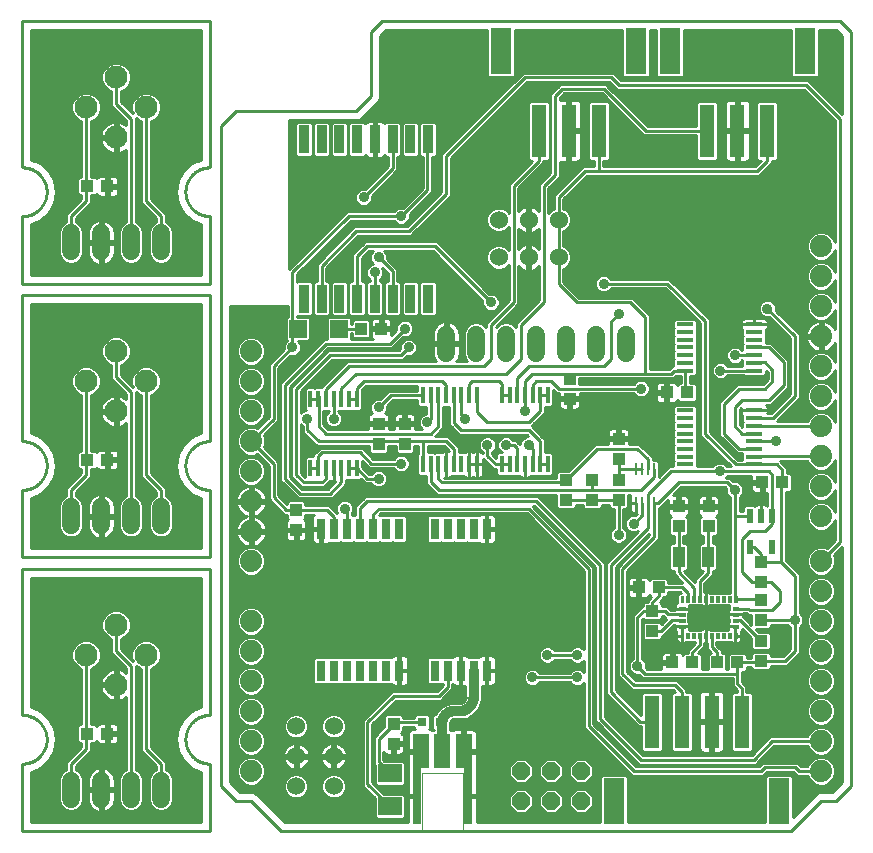
<source format=gtl>
G75*
%MOIN*%
%OFA0B0*%
%FSLAX25Y25*%
%IPPOS*%
%LPD*%
%AMOC8*
5,1,8,0,0,1.08239X$1,22.5*
%
%ADD10C,0.01000*%
%ADD11R,0.03937X0.04331*%
%ADD12R,0.05906X0.05906*%
%ADD13R,0.04331X0.03937*%
%ADD14R,0.03937X0.07087*%
%ADD15C,0.00236*%
%ADD16OC8,0.06000*%
%ADD17C,0.06000*%
%ADD18R,0.02165X0.04724*%
%ADD19R,0.03150X0.07087*%
%ADD20R,0.07874X0.06299*%
%ADD21R,0.03150X0.03150*%
%ADD22C,0.07400*%
%ADD23R,0.05800X0.01400*%
%ADD24C,0.00000*%
%ADD25R,0.05512X0.11713*%
%ADD26R,0.05748X0.11713*%
%ADD27R,0.02992X0.18504*%
%ADD28R,0.03543X0.09449*%
%ADD29R,0.07087X0.15354*%
%ADD30R,0.05118X0.17717*%
%ADD31R,0.01000X0.04200*%
%ADD32R,0.01400X0.05800*%
%ADD33C,0.06000*%
%ADD34C,0.07600*%
%ADD35C,0.03562*%
%ADD36C,0.03200*%
D10*
X0001500Y0005344D02*
X0001500Y0027844D01*
X0004500Y0025222D02*
X0007148Y0026186D01*
X0010154Y0028708D01*
X0012115Y0032106D01*
X0012797Y0035969D01*
X0012797Y0035969D01*
X0012115Y0039833D01*
X0010154Y0043231D01*
X0007148Y0045753D01*
X0004500Y0046717D01*
X0004500Y0089844D01*
X0061000Y0089844D01*
X0061000Y0046717D01*
X0058352Y0045753D01*
X0055346Y0043231D01*
X0053385Y0039833D01*
X0052703Y0035969D01*
X0053385Y0032106D01*
X0053385Y0032106D01*
X0055346Y0028708D01*
X0058352Y0026186D01*
X0061000Y0025222D01*
X0061000Y0008344D01*
X0004500Y0008344D01*
X0004500Y0025222D01*
X0004500Y0024627D02*
X0014484Y0024627D01*
X0014274Y0024417D02*
X0013650Y0022910D01*
X0013650Y0015279D01*
X0014274Y0013772D01*
X0015428Y0012619D01*
X0016934Y0011994D01*
X0018566Y0011994D01*
X0020072Y0012619D01*
X0021226Y0013772D01*
X0021850Y0015279D01*
X0021850Y0022910D01*
X0021226Y0024417D01*
X0020072Y0025570D01*
X0019350Y0025870D01*
X0019350Y0027182D01*
X0024350Y0032182D01*
X0024350Y0034776D01*
X0025775Y0034776D01*
X0026288Y0035289D01*
X0026481Y0034955D01*
X0026760Y0034676D01*
X0027102Y0034478D01*
X0027484Y0034376D01*
X0029362Y0034376D01*
X0029362Y0037360D01*
X0030331Y0037360D01*
X0030331Y0038329D01*
X0033512Y0038329D01*
X0033512Y0040010D01*
X0033410Y0040392D01*
X0033212Y0040734D01*
X0032933Y0041013D01*
X0032591Y0041211D01*
X0032209Y0041313D01*
X0030331Y0041313D01*
X0030331Y0038329D01*
X0029362Y0038329D01*
X0029362Y0041313D01*
X0027484Y0041313D01*
X0027102Y0041211D01*
X0026760Y0041013D01*
X0026481Y0040734D01*
X0026288Y0040400D01*
X0025775Y0040913D01*
X0024350Y0040913D01*
X0024350Y0059454D01*
X0025526Y0059940D01*
X0026904Y0061319D01*
X0027650Y0063120D01*
X0027650Y0065069D01*
X0026904Y0066870D01*
X0025526Y0068248D01*
X0023725Y0068994D01*
X0021775Y0068994D01*
X0019974Y0068248D01*
X0018596Y0066870D01*
X0017850Y0065069D01*
X0017850Y0063120D01*
X0018596Y0061319D01*
X0019974Y0059940D01*
X0021150Y0059454D01*
X0021150Y0040913D01*
X0020533Y0040913D01*
X0019888Y0040269D01*
X0019888Y0035420D01*
X0020533Y0034776D01*
X0021150Y0034776D01*
X0021150Y0033507D01*
X0017087Y0029444D01*
X0016150Y0028507D01*
X0016150Y0025870D01*
X0015428Y0025570D01*
X0014274Y0024417D01*
X0013948Y0023629D02*
X0004500Y0023629D01*
X0004500Y0022630D02*
X0013650Y0022630D01*
X0013650Y0021632D02*
X0004500Y0021632D01*
X0004500Y0020633D02*
X0013650Y0020633D01*
X0013650Y0019635D02*
X0004500Y0019635D01*
X0004500Y0018636D02*
X0013650Y0018636D01*
X0013650Y0017638D02*
X0004500Y0017638D01*
X0004500Y0016639D02*
X0013650Y0016639D01*
X0013650Y0015641D02*
X0004500Y0015641D01*
X0004500Y0014642D02*
X0013914Y0014642D01*
X0014403Y0013644D02*
X0004500Y0013644D01*
X0004500Y0012645D02*
X0015401Y0012645D01*
X0020099Y0012645D02*
X0024842Y0012645D01*
X0024818Y0012662D02*
X0025391Y0012246D01*
X0026023Y0011924D01*
X0026696Y0011705D01*
X0027250Y0011618D01*
X0027250Y0018594D01*
X0028250Y0018594D01*
X0028250Y0011618D01*
X0028804Y0011705D01*
X0029477Y0011924D01*
X0030109Y0012246D01*
X0030682Y0012662D01*
X0031182Y0013163D01*
X0031599Y0013736D01*
X0031920Y0014367D01*
X0032139Y0015041D01*
X0032250Y0015740D01*
X0032250Y0018594D01*
X0028250Y0018594D01*
X0028250Y0019594D01*
X0032250Y0019594D01*
X0032250Y0022449D01*
X0032139Y0023148D01*
X0031920Y0023822D01*
X0031599Y0024453D01*
X0031182Y0025026D01*
X0030682Y0025527D01*
X0030109Y0025943D01*
X0029477Y0026265D01*
X0028804Y0026484D01*
X0028250Y0026571D01*
X0028250Y0019595D01*
X0027250Y0019595D01*
X0027250Y0026571D01*
X0026696Y0026484D01*
X0026023Y0026265D01*
X0025391Y0025943D01*
X0024818Y0025527D01*
X0024318Y0025026D01*
X0023901Y0024453D01*
X0023580Y0023822D01*
X0023361Y0023148D01*
X0023250Y0022449D01*
X0023250Y0019594D01*
X0027250Y0019594D01*
X0027250Y0018594D01*
X0023250Y0018594D01*
X0023250Y0015740D01*
X0023361Y0015041D01*
X0023580Y0014367D01*
X0023901Y0013736D01*
X0024318Y0013163D01*
X0024818Y0012662D01*
X0023968Y0013644D02*
X0021097Y0013644D01*
X0021586Y0014642D02*
X0023490Y0014642D01*
X0023266Y0015641D02*
X0021850Y0015641D01*
X0021850Y0016639D02*
X0023250Y0016639D01*
X0023250Y0017638D02*
X0021850Y0017638D01*
X0021850Y0018636D02*
X0027250Y0018636D01*
X0027250Y0017638D02*
X0028250Y0017638D01*
X0028250Y0018636D02*
X0033650Y0018636D01*
X0033650Y0017638D02*
X0032250Y0017638D01*
X0032250Y0016639D02*
X0033650Y0016639D01*
X0033650Y0015641D02*
X0032234Y0015641D01*
X0032010Y0014642D02*
X0033914Y0014642D01*
X0033650Y0015279D02*
X0034274Y0013772D01*
X0035428Y0012619D01*
X0036934Y0011994D01*
X0038566Y0011994D01*
X0040072Y0012619D01*
X0041226Y0013772D01*
X0041850Y0015279D01*
X0041850Y0022910D01*
X0041226Y0024417D01*
X0040072Y0025570D01*
X0039350Y0025870D01*
X0039350Y0060565D01*
X0039974Y0059940D01*
X0041150Y0059454D01*
X0041150Y0032182D01*
X0046150Y0027182D01*
X0046150Y0025870D01*
X0045428Y0025570D01*
X0044274Y0024417D01*
X0043650Y0022910D01*
X0043650Y0015279D01*
X0044274Y0013772D01*
X0045428Y0012619D01*
X0046934Y0011994D01*
X0048566Y0011994D01*
X0050072Y0012619D01*
X0051226Y0013772D01*
X0051850Y0015279D01*
X0051850Y0022910D01*
X0051226Y0024417D01*
X0050072Y0025570D01*
X0049350Y0025870D01*
X0049350Y0028507D01*
X0048413Y0029444D01*
X0044350Y0033507D01*
X0044350Y0059454D01*
X0045526Y0059940D01*
X0046904Y0061319D01*
X0047650Y0063120D01*
X0047650Y0065069D01*
X0046904Y0066870D01*
X0045526Y0068248D01*
X0043725Y0068994D01*
X0041775Y0068994D01*
X0039974Y0068248D01*
X0038596Y0066870D01*
X0037850Y0065069D01*
X0037850Y0063120D01*
X0038283Y0062074D01*
X0034350Y0066007D01*
X0034350Y0069454D01*
X0035526Y0069940D01*
X0036904Y0071319D01*
X0037650Y0073120D01*
X0037650Y0075069D01*
X0036904Y0076870D01*
X0035526Y0078248D01*
X0033725Y0078994D01*
X0031775Y0078994D01*
X0029974Y0078248D01*
X0028596Y0076870D01*
X0027850Y0075069D01*
X0027850Y0073120D01*
X0028596Y0071319D01*
X0029974Y0069940D01*
X0031150Y0069454D01*
X0031150Y0064682D01*
X0036150Y0059682D01*
X0036150Y0058175D01*
X0035528Y0058627D01*
X0034784Y0059006D01*
X0033991Y0059264D01*
X0033250Y0059381D01*
X0033250Y0054595D01*
X0032250Y0054595D01*
X0032250Y0059381D01*
X0031509Y0059264D01*
X0030716Y0059006D01*
X0029972Y0058627D01*
X0029297Y0058137D01*
X0028707Y0057547D01*
X0028217Y0056872D01*
X0027838Y0056129D01*
X0027580Y0055336D01*
X0027463Y0054594D01*
X0032250Y0054594D01*
X0032250Y0053594D01*
X0033250Y0053594D01*
X0033250Y0048808D01*
X0033991Y0048925D01*
X0034784Y0049183D01*
X0035528Y0049562D01*
X0036150Y0050014D01*
X0036150Y0025870D01*
X0035428Y0025570D01*
X0034274Y0024417D01*
X0033650Y0022910D01*
X0033650Y0015279D01*
X0034403Y0013644D02*
X0031532Y0013644D01*
X0030658Y0012645D02*
X0035401Y0012645D01*
X0040099Y0012645D02*
X0045401Y0012645D01*
X0044403Y0013644D02*
X0041097Y0013644D01*
X0041586Y0014642D02*
X0043914Y0014642D01*
X0043650Y0015641D02*
X0041850Y0015641D01*
X0041850Y0016639D02*
X0043650Y0016639D01*
X0043650Y0017638D02*
X0041850Y0017638D01*
X0041850Y0018636D02*
X0043650Y0018636D01*
X0043650Y0019635D02*
X0041850Y0019635D01*
X0041850Y0020633D02*
X0043650Y0020633D01*
X0043650Y0021632D02*
X0041850Y0021632D01*
X0041850Y0022630D02*
X0043650Y0022630D01*
X0043948Y0023629D02*
X0041552Y0023629D01*
X0041016Y0024627D02*
X0044484Y0024627D01*
X0045561Y0025626D02*
X0039939Y0025626D01*
X0039350Y0026624D02*
X0046150Y0026624D01*
X0045709Y0027623D02*
X0039350Y0027623D01*
X0039350Y0028621D02*
X0044710Y0028621D01*
X0043712Y0029620D02*
X0039350Y0029620D01*
X0039350Y0030618D02*
X0042713Y0030618D01*
X0041715Y0031617D02*
X0039350Y0031617D01*
X0039350Y0032615D02*
X0041150Y0032615D01*
X0041150Y0033614D02*
X0039350Y0033614D01*
X0039350Y0034612D02*
X0041150Y0034612D01*
X0041150Y0035611D02*
X0039350Y0035611D01*
X0039350Y0036609D02*
X0041150Y0036609D01*
X0041150Y0037608D02*
X0039350Y0037608D01*
X0039350Y0038606D02*
X0041150Y0038606D01*
X0041150Y0039605D02*
X0039350Y0039605D01*
X0039350Y0040603D02*
X0041150Y0040603D01*
X0041150Y0041602D02*
X0039350Y0041602D01*
X0039350Y0042600D02*
X0041150Y0042600D01*
X0041150Y0043599D02*
X0039350Y0043599D01*
X0039350Y0044597D02*
X0041150Y0044597D01*
X0041150Y0045596D02*
X0039350Y0045596D01*
X0039350Y0046594D02*
X0041150Y0046594D01*
X0041150Y0047593D02*
X0039350Y0047593D01*
X0039350Y0048592D02*
X0041150Y0048592D01*
X0041150Y0049590D02*
X0039350Y0049590D01*
X0039350Y0050589D02*
X0041150Y0050589D01*
X0041150Y0051587D02*
X0039350Y0051587D01*
X0039350Y0052586D02*
X0041150Y0052586D01*
X0041150Y0053584D02*
X0039350Y0053584D01*
X0039350Y0054583D02*
X0041150Y0054583D01*
X0041150Y0055581D02*
X0039350Y0055581D01*
X0039350Y0056580D02*
X0041150Y0056580D01*
X0041150Y0057578D02*
X0039350Y0057578D01*
X0039350Y0058577D02*
X0041150Y0058577D01*
X0040856Y0059575D02*
X0039350Y0059575D01*
X0037750Y0060344D02*
X0037750Y0019094D01*
X0033650Y0019635D02*
X0032250Y0019635D01*
X0032250Y0020633D02*
X0033650Y0020633D01*
X0033650Y0021632D02*
X0032250Y0021632D01*
X0032221Y0022630D02*
X0033650Y0022630D01*
X0033948Y0023629D02*
X0031983Y0023629D01*
X0031472Y0024627D02*
X0034484Y0024627D01*
X0035561Y0025626D02*
X0030545Y0025626D01*
X0028250Y0025626D02*
X0027250Y0025626D01*
X0027250Y0024627D02*
X0028250Y0024627D01*
X0028250Y0023629D02*
X0027250Y0023629D01*
X0027250Y0022630D02*
X0028250Y0022630D01*
X0028250Y0021632D02*
X0027250Y0021632D01*
X0027250Y0020633D02*
X0028250Y0020633D01*
X0028250Y0019635D02*
X0027250Y0019635D01*
X0027250Y0016639D02*
X0028250Y0016639D01*
X0028250Y0015641D02*
X0027250Y0015641D01*
X0027250Y0014642D02*
X0028250Y0014642D01*
X0028250Y0013644D02*
X0027250Y0013644D01*
X0027250Y0012645D02*
X0028250Y0012645D01*
X0028250Y0011647D02*
X0027250Y0011647D01*
X0027067Y0011647D02*
X0004500Y0011647D01*
X0004500Y0010648D02*
X0061000Y0010648D01*
X0061000Y0009650D02*
X0004500Y0009650D01*
X0004500Y0008651D02*
X0061000Y0008651D01*
X0061000Y0011647D02*
X0028433Y0011647D01*
X0023250Y0019635D02*
X0021850Y0019635D01*
X0021850Y0020633D02*
X0023250Y0020633D01*
X0023250Y0021632D02*
X0021850Y0021632D01*
X0021850Y0022630D02*
X0023279Y0022630D01*
X0023517Y0023629D02*
X0021552Y0023629D01*
X0021016Y0024627D02*
X0024028Y0024627D01*
X0024955Y0025626D02*
X0019939Y0025626D01*
X0019350Y0026624D02*
X0036150Y0026624D01*
X0036150Y0027623D02*
X0019791Y0027623D01*
X0020790Y0028621D02*
X0036150Y0028621D01*
X0036150Y0029620D02*
X0021788Y0029620D01*
X0022787Y0030618D02*
X0036150Y0030618D01*
X0036150Y0031617D02*
X0023785Y0031617D01*
X0024350Y0032615D02*
X0036150Y0032615D01*
X0036150Y0033614D02*
X0024350Y0033614D01*
X0024350Y0034612D02*
X0026870Y0034612D01*
X0029362Y0034612D02*
X0030331Y0034612D01*
X0030331Y0034376D02*
X0032209Y0034376D01*
X0032591Y0034478D01*
X0032933Y0034676D01*
X0033212Y0034955D01*
X0033410Y0035297D01*
X0033512Y0035678D01*
X0033512Y0037360D01*
X0030331Y0037360D01*
X0030331Y0034376D01*
X0030331Y0035611D02*
X0029362Y0035611D01*
X0029362Y0036609D02*
X0030331Y0036609D01*
X0030331Y0037608D02*
X0036150Y0037608D01*
X0036150Y0038606D02*
X0033512Y0038606D01*
X0033512Y0039605D02*
X0036150Y0039605D01*
X0036150Y0040603D02*
X0033288Y0040603D01*
X0030331Y0040603D02*
X0029362Y0040603D01*
X0029362Y0039605D02*
X0030331Y0039605D01*
X0030331Y0038606D02*
X0029362Y0038606D01*
X0026405Y0040603D02*
X0026084Y0040603D01*
X0024350Y0041602D02*
X0036150Y0041602D01*
X0036150Y0042600D02*
X0024350Y0042600D01*
X0024350Y0043599D02*
X0036150Y0043599D01*
X0036150Y0044597D02*
X0024350Y0044597D01*
X0024350Y0045596D02*
X0036150Y0045596D01*
X0036150Y0046594D02*
X0024350Y0046594D01*
X0024350Y0047593D02*
X0036150Y0047593D01*
X0036150Y0048592D02*
X0024350Y0048592D01*
X0024350Y0049590D02*
X0029933Y0049590D01*
X0029972Y0049562D02*
X0030716Y0049183D01*
X0031509Y0048925D01*
X0032250Y0048808D01*
X0032250Y0053594D01*
X0027463Y0053594D01*
X0027580Y0052853D01*
X0027838Y0052060D01*
X0028217Y0051317D01*
X0028707Y0050642D01*
X0029297Y0050052D01*
X0029972Y0049562D01*
X0028761Y0050589D02*
X0024350Y0050589D01*
X0024350Y0051587D02*
X0028079Y0051587D01*
X0027668Y0052586D02*
X0024350Y0052586D01*
X0024350Y0053584D02*
X0027465Y0053584D01*
X0027660Y0055581D02*
X0024350Y0055581D01*
X0024350Y0054583D02*
X0032250Y0054583D01*
X0032250Y0055581D02*
X0033250Y0055581D01*
X0033250Y0056580D02*
X0032250Y0056580D01*
X0032250Y0057578D02*
X0033250Y0057578D01*
X0033250Y0058577D02*
X0032250Y0058577D01*
X0029902Y0058577D02*
X0024350Y0058577D01*
X0024350Y0057578D02*
X0028738Y0057578D01*
X0028068Y0056580D02*
X0024350Y0056580D01*
X0024644Y0059575D02*
X0036150Y0059575D01*
X0036150Y0058577D02*
X0035598Y0058577D01*
X0035258Y0060574D02*
X0026159Y0060574D01*
X0027009Y0061572D02*
X0034260Y0061572D01*
X0033261Y0062571D02*
X0027423Y0062571D01*
X0027650Y0063569D02*
X0032263Y0063569D01*
X0031264Y0064568D02*
X0027650Y0064568D01*
X0027444Y0065566D02*
X0031150Y0065566D01*
X0031150Y0066565D02*
X0027031Y0066565D01*
X0026211Y0067563D02*
X0031150Y0067563D01*
X0031150Y0068562D02*
X0024769Y0068562D01*
X0020731Y0068562D02*
X0004500Y0068562D01*
X0004500Y0069560D02*
X0030892Y0069560D01*
X0029356Y0070559D02*
X0004500Y0070559D01*
X0004500Y0071557D02*
X0028497Y0071557D01*
X0028084Y0072556D02*
X0004500Y0072556D01*
X0004500Y0073554D02*
X0027850Y0073554D01*
X0027850Y0074553D02*
X0004500Y0074553D01*
X0004500Y0075551D02*
X0028050Y0075551D01*
X0028463Y0076550D02*
X0004500Y0076550D01*
X0004500Y0077548D02*
X0029274Y0077548D01*
X0030695Y0078547D02*
X0004500Y0078547D01*
X0004500Y0079545D02*
X0061000Y0079545D01*
X0061000Y0078547D02*
X0034805Y0078547D01*
X0036226Y0077548D02*
X0061000Y0077548D01*
X0061000Y0076550D02*
X0037037Y0076550D01*
X0037450Y0075551D02*
X0061000Y0075551D01*
X0061000Y0074553D02*
X0037650Y0074553D01*
X0037650Y0073554D02*
X0061000Y0073554D01*
X0061000Y0072556D02*
X0037416Y0072556D01*
X0037003Y0071557D02*
X0061000Y0071557D01*
X0061000Y0070559D02*
X0036144Y0070559D01*
X0034608Y0069560D02*
X0061000Y0069560D01*
X0061000Y0068562D02*
X0044769Y0068562D01*
X0046211Y0067563D02*
X0061000Y0067563D01*
X0061000Y0066565D02*
X0047031Y0066565D01*
X0047444Y0065566D02*
X0061000Y0065566D01*
X0061000Y0064568D02*
X0047650Y0064568D01*
X0047650Y0063569D02*
X0061000Y0063569D01*
X0061000Y0062571D02*
X0047423Y0062571D01*
X0047009Y0061572D02*
X0061000Y0061572D01*
X0061000Y0060574D02*
X0046159Y0060574D01*
X0044644Y0059575D02*
X0061000Y0059575D01*
X0061000Y0058577D02*
X0044350Y0058577D01*
X0044350Y0057578D02*
X0061000Y0057578D01*
X0061000Y0056580D02*
X0044350Y0056580D01*
X0044350Y0055581D02*
X0061000Y0055581D01*
X0061000Y0054583D02*
X0044350Y0054583D01*
X0044350Y0053584D02*
X0061000Y0053584D01*
X0061000Y0052586D02*
X0044350Y0052586D01*
X0044350Y0051587D02*
X0061000Y0051587D01*
X0061000Y0050589D02*
X0044350Y0050589D01*
X0044350Y0049590D02*
X0061000Y0049590D01*
X0061000Y0048592D02*
X0044350Y0048592D01*
X0044350Y0047593D02*
X0061000Y0047593D01*
X0060665Y0046594D02*
X0044350Y0046594D01*
X0044350Y0045596D02*
X0058165Y0045596D01*
X0058352Y0045753D02*
X0058352Y0045753D01*
X0056975Y0044597D02*
X0044350Y0044597D01*
X0044350Y0043599D02*
X0055785Y0043599D01*
X0055346Y0043231D02*
X0055346Y0043231D01*
X0055346Y0043231D01*
X0054982Y0042600D02*
X0044350Y0042600D01*
X0044350Y0041602D02*
X0054406Y0041602D01*
X0053829Y0040603D02*
X0044350Y0040603D01*
X0044350Y0039605D02*
X0053344Y0039605D01*
X0053385Y0039833D02*
X0053385Y0039833D01*
X0053168Y0038606D02*
X0044350Y0038606D01*
X0044350Y0037608D02*
X0052992Y0037608D01*
X0052816Y0036609D02*
X0044350Y0036609D01*
X0044350Y0035611D02*
X0052767Y0035611D01*
X0052703Y0035969D02*
X0052703Y0035969D01*
X0052943Y0034612D02*
X0044350Y0034612D01*
X0044350Y0033614D02*
X0053119Y0033614D01*
X0053295Y0032615D02*
X0045242Y0032615D01*
X0046240Y0031617D02*
X0053667Y0031617D01*
X0054243Y0030618D02*
X0047239Y0030618D01*
X0048237Y0029620D02*
X0054820Y0029620D01*
X0055346Y0028708D02*
X0055346Y0028708D01*
X0055450Y0028621D02*
X0049236Y0028621D01*
X0049350Y0027623D02*
X0056640Y0027623D01*
X0057830Y0026624D02*
X0049350Y0026624D01*
X0049939Y0025626D02*
X0059892Y0025626D01*
X0061000Y0024627D02*
X0051016Y0024627D01*
X0051552Y0023629D02*
X0061000Y0023629D01*
X0061000Y0022630D02*
X0051850Y0022630D01*
X0051850Y0021632D02*
X0061000Y0021632D01*
X0061000Y0020633D02*
X0051850Y0020633D01*
X0051850Y0019635D02*
X0061000Y0019635D01*
X0061000Y0018636D02*
X0051850Y0018636D01*
X0051850Y0017638D02*
X0061000Y0017638D01*
X0061000Y0016639D02*
X0051850Y0016639D01*
X0051850Y0015641D02*
X0061000Y0015641D01*
X0061000Y0014642D02*
X0051586Y0014642D01*
X0051097Y0013644D02*
X0061000Y0013644D01*
X0061000Y0012645D02*
X0050099Y0012645D01*
X0047750Y0019094D02*
X0047750Y0027844D01*
X0042750Y0032844D01*
X0042750Y0064094D01*
X0039289Y0067563D02*
X0034350Y0067563D01*
X0034350Y0066565D02*
X0038469Y0066565D01*
X0038056Y0065566D02*
X0034791Y0065566D01*
X0035790Y0064568D02*
X0037850Y0064568D01*
X0037850Y0063569D02*
X0036788Y0063569D01*
X0037787Y0062571D02*
X0038077Y0062571D01*
X0037750Y0060344D02*
X0032750Y0065344D01*
X0032750Y0074094D01*
X0034350Y0068562D02*
X0040731Y0068562D01*
X0033250Y0053584D02*
X0032250Y0053584D01*
X0032250Y0052586D02*
X0033250Y0052586D01*
X0033250Y0051587D02*
X0032250Y0051587D01*
X0032250Y0050589D02*
X0033250Y0050589D01*
X0033250Y0049590D02*
X0032250Y0049590D01*
X0035567Y0049590D02*
X0036150Y0049590D01*
X0036150Y0036609D02*
X0033512Y0036609D01*
X0033494Y0035611D02*
X0036150Y0035611D01*
X0036150Y0034612D02*
X0032823Y0034612D01*
X0023154Y0037844D02*
X0022750Y0037844D01*
X0022750Y0032844D01*
X0017750Y0027844D01*
X0017750Y0019094D01*
X0015561Y0025626D02*
X0005608Y0025626D01*
X0007148Y0026186D02*
X0007148Y0026186D01*
X0007670Y0026624D02*
X0016150Y0026624D01*
X0016150Y0027623D02*
X0008860Y0027623D01*
X0010050Y0028621D02*
X0016264Y0028621D01*
X0017263Y0029620D02*
X0010680Y0029620D01*
X0010154Y0028708D02*
X0010154Y0028708D01*
X0010154Y0028708D01*
X0011257Y0030618D02*
X0018261Y0030618D01*
X0019260Y0031617D02*
X0011833Y0031617D01*
X0012115Y0032106D02*
X0012115Y0032106D01*
X0012205Y0032615D02*
X0020258Y0032615D01*
X0021150Y0033614D02*
X0012381Y0033614D01*
X0012557Y0034612D02*
X0021150Y0034612D01*
X0019888Y0035611D02*
X0012733Y0035611D01*
X0012684Y0036609D02*
X0019888Y0036609D01*
X0019888Y0037608D02*
X0012508Y0037608D01*
X0012332Y0038606D02*
X0019888Y0038606D01*
X0019888Y0039605D02*
X0012156Y0039605D01*
X0012115Y0039833D02*
X0012115Y0039833D01*
X0011671Y0040603D02*
X0020223Y0040603D01*
X0021150Y0041602D02*
X0011094Y0041602D01*
X0010518Y0042600D02*
X0021150Y0042600D01*
X0021150Y0043599D02*
X0009715Y0043599D01*
X0010154Y0043231D02*
X0010154Y0043231D01*
X0008525Y0044597D02*
X0021150Y0044597D01*
X0021150Y0045596D02*
X0007335Y0045596D01*
X0007148Y0045753D02*
X0007148Y0045753D01*
X0004835Y0046594D02*
X0021150Y0046594D01*
X0021150Y0047593D02*
X0004500Y0047593D01*
X0004500Y0048592D02*
X0021150Y0048592D01*
X0021150Y0049590D02*
X0004500Y0049590D01*
X0004500Y0050589D02*
X0021150Y0050589D01*
X0021150Y0051587D02*
X0004500Y0051587D01*
X0004500Y0052586D02*
X0021150Y0052586D01*
X0021150Y0053584D02*
X0004500Y0053584D01*
X0004500Y0054583D02*
X0021150Y0054583D01*
X0021150Y0055581D02*
X0004500Y0055581D01*
X0004500Y0056580D02*
X0021150Y0056580D01*
X0021150Y0057578D02*
X0004500Y0057578D01*
X0004500Y0058577D02*
X0021150Y0058577D01*
X0020856Y0059575D02*
X0004500Y0059575D01*
X0004500Y0060574D02*
X0019341Y0060574D01*
X0018491Y0061572D02*
X0004500Y0061572D01*
X0004500Y0062571D02*
X0018077Y0062571D01*
X0017850Y0063569D02*
X0004500Y0063569D01*
X0004500Y0064568D02*
X0017850Y0064568D01*
X0018056Y0065566D02*
X0004500Y0065566D01*
X0004500Y0066565D02*
X0018469Y0066565D01*
X0019289Y0067563D02*
X0004500Y0067563D01*
X0004500Y0080544D02*
X0061000Y0080544D01*
X0061000Y0081542D02*
X0004500Y0081542D01*
X0004500Y0082541D02*
X0061000Y0082541D01*
X0061000Y0083539D02*
X0004500Y0083539D01*
X0004500Y0084538D02*
X0061000Y0084538D01*
X0061000Y0085536D02*
X0004500Y0085536D01*
X0004500Y0086535D02*
X0061000Y0086535D01*
X0061000Y0087533D02*
X0004500Y0087533D01*
X0004500Y0088532D02*
X0061000Y0088532D01*
X0061000Y0089530D02*
X0004500Y0089530D01*
X0001500Y0092844D02*
X0001500Y0044094D01*
X0001698Y0044092D01*
X0001896Y0044084D01*
X0002093Y0044072D01*
X0002290Y0044055D01*
X0002487Y0044034D01*
X0002683Y0044007D01*
X0002878Y0043976D01*
X0003073Y0043940D01*
X0003267Y0043900D01*
X0003459Y0043854D01*
X0003651Y0043804D01*
X0003841Y0043750D01*
X0004030Y0043690D01*
X0004217Y0043626D01*
X0004403Y0043558D01*
X0004586Y0043485D01*
X0004769Y0043408D01*
X0004949Y0043326D01*
X0005127Y0043240D01*
X0005303Y0043149D01*
X0005477Y0043054D01*
X0005648Y0042955D01*
X0005817Y0042852D01*
X0005983Y0042745D01*
X0006147Y0042634D01*
X0006308Y0042519D01*
X0006466Y0042400D01*
X0006621Y0042277D01*
X0006773Y0042151D01*
X0006922Y0042020D01*
X0007068Y0041886D01*
X0007210Y0041749D01*
X0007349Y0041608D01*
X0007485Y0041464D01*
X0007617Y0041317D01*
X0007745Y0041166D01*
X0007870Y0041013D01*
X0007991Y0040856D01*
X0008108Y0040697D01*
X0008221Y0040534D01*
X0008330Y0040369D01*
X0008435Y0040202D01*
X0008536Y0040032D01*
X0008633Y0039859D01*
X0008726Y0039684D01*
X0008814Y0039507D01*
X0008898Y0039328D01*
X0008978Y0039147D01*
X0009053Y0038964D01*
X0009124Y0038779D01*
X0009190Y0038592D01*
X0009251Y0038404D01*
X0009308Y0038215D01*
X0009361Y0038024D01*
X0009409Y0037832D01*
X0009452Y0037639D01*
X0009490Y0037445D01*
X0009523Y0037250D01*
X0009552Y0037054D01*
X0009576Y0036858D01*
X0009596Y0036661D01*
X0009610Y0036463D01*
X0009620Y0036266D01*
X0009624Y0036068D01*
X0009624Y0035870D01*
X0009620Y0035672D01*
X0009610Y0035475D01*
X0009596Y0035277D01*
X0009576Y0035080D01*
X0009552Y0034884D01*
X0009523Y0034688D01*
X0009490Y0034493D01*
X0009452Y0034299D01*
X0009409Y0034106D01*
X0009361Y0033914D01*
X0009308Y0033723D01*
X0009251Y0033534D01*
X0009190Y0033346D01*
X0009124Y0033159D01*
X0009053Y0032974D01*
X0008978Y0032791D01*
X0008898Y0032610D01*
X0008814Y0032431D01*
X0008726Y0032254D01*
X0008633Y0032079D01*
X0008536Y0031907D01*
X0008435Y0031736D01*
X0008330Y0031569D01*
X0008221Y0031404D01*
X0008108Y0031241D01*
X0007991Y0031082D01*
X0007870Y0030925D01*
X0007745Y0030772D01*
X0007617Y0030621D01*
X0007485Y0030474D01*
X0007349Y0030330D01*
X0007210Y0030189D01*
X0007068Y0030052D01*
X0006922Y0029918D01*
X0006773Y0029787D01*
X0006621Y0029661D01*
X0006466Y0029538D01*
X0006308Y0029419D01*
X0006147Y0029304D01*
X0005983Y0029193D01*
X0005817Y0029086D01*
X0005648Y0028983D01*
X0005477Y0028884D01*
X0005303Y0028789D01*
X0005127Y0028698D01*
X0004949Y0028612D01*
X0004769Y0028530D01*
X0004586Y0028453D01*
X0004403Y0028380D01*
X0004217Y0028312D01*
X0004030Y0028248D01*
X0003841Y0028188D01*
X0003651Y0028134D01*
X0003459Y0028084D01*
X0003267Y0028038D01*
X0003073Y0027998D01*
X0002878Y0027962D01*
X0002683Y0027931D01*
X0002487Y0027904D01*
X0002290Y0027883D01*
X0002093Y0027866D01*
X0001896Y0027854D01*
X0001698Y0027846D01*
X0001500Y0027844D01*
X0022750Y0037844D02*
X0022750Y0064094D01*
X0001500Y0092844D02*
X0064000Y0092844D01*
X0064000Y0044094D01*
X0070750Y0043599D02*
X0073278Y0043599D01*
X0072950Y0044390D02*
X0073681Y0042626D01*
X0075031Y0041275D01*
X0076795Y0040544D01*
X0078705Y0040544D01*
X0080469Y0041275D01*
X0081819Y0042626D01*
X0082550Y0044390D01*
X0082550Y0046299D01*
X0081819Y0048063D01*
X0080469Y0049414D01*
X0078705Y0050144D01*
X0076795Y0050144D01*
X0075031Y0049414D01*
X0073681Y0048063D01*
X0072950Y0046299D01*
X0072950Y0044390D01*
X0072950Y0044597D02*
X0070750Y0044597D01*
X0070750Y0045596D02*
X0072950Y0045596D01*
X0073072Y0046594D02*
X0070750Y0046594D01*
X0070750Y0047593D02*
X0073486Y0047593D01*
X0074209Y0048592D02*
X0070750Y0048592D01*
X0070750Y0049590D02*
X0075457Y0049590D01*
X0076689Y0050589D02*
X0070750Y0050589D01*
X0070750Y0051587D02*
X0074719Y0051587D01*
X0075031Y0051275D02*
X0076795Y0050544D01*
X0078705Y0050544D01*
X0080469Y0051275D01*
X0081819Y0052626D01*
X0082550Y0054390D01*
X0082550Y0056299D01*
X0081819Y0058063D01*
X0080469Y0059414D01*
X0078705Y0060144D01*
X0076795Y0060144D01*
X0075031Y0059414D01*
X0073681Y0058063D01*
X0072950Y0056299D01*
X0072950Y0054390D01*
X0073681Y0052626D01*
X0075031Y0051275D01*
X0073721Y0052586D02*
X0070750Y0052586D01*
X0070750Y0053584D02*
X0073284Y0053584D01*
X0072950Y0054583D02*
X0070750Y0054583D01*
X0070750Y0055581D02*
X0072950Y0055581D01*
X0073066Y0056580D02*
X0070750Y0056580D01*
X0070750Y0057578D02*
X0073480Y0057578D01*
X0074194Y0058577D02*
X0070750Y0058577D01*
X0070750Y0059575D02*
X0075421Y0059575D01*
X0076725Y0060574D02*
X0070750Y0060574D01*
X0070750Y0061572D02*
X0074734Y0061572D01*
X0075031Y0061275D02*
X0076795Y0060544D01*
X0078705Y0060544D01*
X0080469Y0061275D01*
X0081819Y0062626D01*
X0082550Y0064390D01*
X0082550Y0066299D01*
X0081819Y0068063D01*
X0080469Y0069414D01*
X0078705Y0070144D01*
X0076795Y0070144D01*
X0075031Y0069414D01*
X0073681Y0068063D01*
X0072950Y0066299D01*
X0072950Y0064390D01*
X0073681Y0062626D01*
X0075031Y0061275D01*
X0073736Y0062571D02*
X0070750Y0062571D01*
X0070750Y0063569D02*
X0073290Y0063569D01*
X0072950Y0064568D02*
X0070750Y0064568D01*
X0070750Y0065566D02*
X0072950Y0065566D01*
X0073060Y0066565D02*
X0070750Y0066565D01*
X0070750Y0067563D02*
X0073474Y0067563D01*
X0074179Y0068562D02*
X0070750Y0068562D01*
X0070750Y0069560D02*
X0075385Y0069560D01*
X0076761Y0070559D02*
X0070750Y0070559D01*
X0070750Y0071557D02*
X0074749Y0071557D01*
X0075031Y0071275D02*
X0076795Y0070544D01*
X0078705Y0070544D01*
X0080469Y0071275D01*
X0081819Y0072626D01*
X0082550Y0074390D01*
X0082550Y0076299D01*
X0081819Y0078063D01*
X0080469Y0079414D01*
X0078705Y0080144D01*
X0076795Y0080144D01*
X0075031Y0079414D01*
X0073681Y0078063D01*
X0072950Y0076299D01*
X0072950Y0074390D01*
X0073681Y0072626D01*
X0075031Y0071275D01*
X0073750Y0072556D02*
X0070750Y0072556D01*
X0070750Y0073554D02*
X0073296Y0073554D01*
X0072950Y0074553D02*
X0070750Y0074553D01*
X0070750Y0075551D02*
X0072950Y0075551D01*
X0073054Y0076550D02*
X0070750Y0076550D01*
X0070750Y0077548D02*
X0073467Y0077548D01*
X0074164Y0078547D02*
X0070750Y0078547D01*
X0070750Y0079545D02*
X0075349Y0079545D01*
X0070750Y0080544D02*
X0188650Y0080544D01*
X0188650Y0081542D02*
X0070750Y0081542D01*
X0070750Y0082541D02*
X0188650Y0082541D01*
X0188650Y0083539D02*
X0070750Y0083539D01*
X0070750Y0084538D02*
X0188650Y0084538D01*
X0188650Y0085536D02*
X0070750Y0085536D01*
X0070750Y0086535D02*
X0188650Y0086535D01*
X0188650Y0087533D02*
X0070750Y0087533D01*
X0070750Y0088532D02*
X0188650Y0088532D01*
X0188650Y0089530D02*
X0070750Y0089530D01*
X0070750Y0090529D02*
X0188650Y0090529D01*
X0188650Y0091527D02*
X0080721Y0091527D01*
X0080469Y0091275D02*
X0081819Y0092626D01*
X0082550Y0094390D01*
X0082550Y0096299D01*
X0081819Y0098063D01*
X0080469Y0099414D01*
X0078705Y0100144D01*
X0076795Y0100144D01*
X0075031Y0099414D01*
X0073681Y0098063D01*
X0072950Y0096299D01*
X0072950Y0094390D01*
X0073681Y0092626D01*
X0075031Y0091275D01*
X0076795Y0090544D01*
X0078705Y0090544D01*
X0080469Y0091275D01*
X0081720Y0092526D02*
X0188306Y0092526D01*
X0188650Y0092182D02*
X0188650Y0066019D01*
X0188132Y0066537D01*
X0187073Y0066976D01*
X0185927Y0066976D01*
X0184868Y0066537D01*
X0184058Y0065726D01*
X0184044Y0065694D01*
X0178956Y0065694D01*
X0178942Y0065726D01*
X0178132Y0066537D01*
X0177073Y0066976D01*
X0175927Y0066976D01*
X0174868Y0066537D01*
X0174058Y0065726D01*
X0173619Y0064668D01*
X0173619Y0063521D01*
X0174058Y0062462D01*
X0174868Y0061652D01*
X0175927Y0061213D01*
X0177073Y0061213D01*
X0178132Y0061652D01*
X0178942Y0062462D01*
X0178956Y0062494D01*
X0184044Y0062494D01*
X0184058Y0062462D01*
X0184868Y0061652D01*
X0185927Y0061213D01*
X0187073Y0061213D01*
X0188132Y0061652D01*
X0188650Y0062170D01*
X0188650Y0058519D01*
X0188132Y0059037D01*
X0187073Y0059476D01*
X0185927Y0059476D01*
X0184868Y0059037D01*
X0184058Y0058226D01*
X0184044Y0058194D01*
X0173956Y0058194D01*
X0173942Y0058226D01*
X0173132Y0059037D01*
X0172073Y0059476D01*
X0170927Y0059476D01*
X0169868Y0059037D01*
X0169058Y0058226D01*
X0168619Y0057168D01*
X0168619Y0056021D01*
X0169058Y0054962D01*
X0169868Y0054152D01*
X0170927Y0053713D01*
X0172073Y0053713D01*
X0173132Y0054152D01*
X0173942Y0054962D01*
X0173956Y0054994D01*
X0184044Y0054994D01*
X0184058Y0054962D01*
X0184868Y0054152D01*
X0185927Y0053713D01*
X0187073Y0053713D01*
X0188132Y0054152D01*
X0188650Y0054670D01*
X0188650Y0039682D01*
X0189587Y0038744D01*
X0203650Y0024682D01*
X0203650Y0024682D01*
X0204587Y0023744D01*
X0248413Y0023744D01*
X0249350Y0024682D01*
X0249663Y0024994D01*
X0258337Y0024994D01*
X0259587Y0023744D01*
X0263217Y0023744D01*
X0263681Y0022626D01*
X0265031Y0021275D01*
X0266795Y0020544D01*
X0268705Y0020544D01*
X0270469Y0021275D01*
X0271819Y0022626D01*
X0272550Y0024390D01*
X0272550Y0026299D01*
X0271819Y0028063D01*
X0270469Y0029414D01*
X0268705Y0030144D01*
X0266795Y0030144D01*
X0265031Y0029414D01*
X0263681Y0028063D01*
X0263217Y0026944D01*
X0260913Y0026944D01*
X0260600Y0027257D01*
X0259663Y0028194D01*
X0248337Y0028194D01*
X0247087Y0026944D01*
X0205913Y0026944D01*
X0191850Y0041007D01*
X0191850Y0093507D01*
X0171850Y0113507D01*
X0171613Y0113744D01*
X0172087Y0113744D01*
X0192400Y0093432D01*
X0192400Y0042182D01*
X0193337Y0041244D01*
X0207087Y0027494D01*
X0245913Y0027494D01*
X0246850Y0028432D01*
X0252163Y0033744D01*
X0263217Y0033744D01*
X0263681Y0032626D01*
X0265031Y0031275D01*
X0266795Y0030544D01*
X0268705Y0030544D01*
X0270469Y0031275D01*
X0271819Y0032626D01*
X0272550Y0034390D01*
X0272550Y0036299D01*
X0271819Y0038063D01*
X0270469Y0039414D01*
X0268705Y0040144D01*
X0266795Y0040144D01*
X0265031Y0039414D01*
X0263681Y0038063D01*
X0263217Y0036944D01*
X0250837Y0036944D01*
X0244587Y0030694D01*
X0208413Y0030694D01*
X0195600Y0043507D01*
X0195600Y0094757D01*
X0174350Y0116007D01*
X0173413Y0116944D01*
X0115837Y0116944D01*
X0114900Y0116007D01*
X0112508Y0113615D01*
X0112508Y0110785D01*
X0112078Y0110785D01*
X0111943Y0110650D01*
X0111808Y0110785D01*
X0111378Y0110785D01*
X0111378Y0111148D01*
X0111442Y0111212D01*
X0111881Y0112271D01*
X0111881Y0113418D01*
X0111442Y0114476D01*
X0110632Y0115287D01*
X0109573Y0115726D01*
X0108427Y0115726D01*
X0107368Y0115287D01*
X0106558Y0114476D01*
X0106119Y0113418D01*
X0106119Y0112271D01*
X0106496Y0111361D01*
X0106110Y0111748D01*
X0104754Y0113104D01*
X0103816Y0114041D01*
X0095818Y0114041D01*
X0095818Y0115062D01*
X0095174Y0115706D01*
X0090326Y0115706D01*
X0089681Y0115062D01*
X0089681Y0114426D01*
X0086850Y0117257D01*
X0086850Y0128507D01*
X0082086Y0133271D01*
X0082550Y0134390D01*
X0082550Y0136299D01*
X0082086Y0137418D01*
X0086850Y0142182D01*
X0086850Y0159682D01*
X0090895Y0163727D01*
X0090927Y0163713D01*
X0092073Y0163713D01*
X0093132Y0164152D01*
X0093942Y0164962D01*
X0094381Y0166021D01*
X0094381Y0167168D01*
X0093942Y0168226D01*
X0093377Y0168792D01*
X0096769Y0168792D01*
X0097413Y0169436D01*
X0097413Y0176253D01*
X0096769Y0176897D01*
X0093100Y0176897D01*
X0093100Y0177012D01*
X0093151Y0176961D01*
X0097605Y0176961D01*
X0098250Y0177605D01*
X0098250Y0187965D01*
X0097605Y0188610D01*
X0093151Y0188610D01*
X0093100Y0188559D01*
X0093100Y0190932D01*
X0110913Y0208744D01*
X0125294Y0208744D01*
X0125308Y0208712D01*
X0126118Y0207902D01*
X0127177Y0207463D01*
X0128323Y0207463D01*
X0129382Y0207902D01*
X0130192Y0208712D01*
X0130631Y0209771D01*
X0130631Y0210918D01*
X0130618Y0210950D01*
X0137163Y0217494D01*
X0138100Y0218432D01*
X0138100Y0230111D01*
X0138944Y0230111D01*
X0139588Y0230755D01*
X0139588Y0241115D01*
X0138944Y0241759D01*
X0134489Y0241759D01*
X0133845Y0241115D01*
X0133845Y0230755D01*
X0134489Y0230111D01*
X0134900Y0230111D01*
X0134900Y0219757D01*
X0128355Y0213212D01*
X0128323Y0213226D01*
X0127177Y0213226D01*
X0126118Y0212787D01*
X0125308Y0211976D01*
X0125294Y0211944D01*
X0109587Y0211944D01*
X0090250Y0192607D01*
X0090250Y0242344D01*
X0113347Y0242344D01*
X0114449Y0242801D01*
X0119449Y0247801D01*
X0120293Y0248645D01*
X0120750Y0249748D01*
X0120750Y0270352D01*
X0122743Y0272344D01*
X0156482Y0272344D01*
X0156482Y0257212D01*
X0157126Y0256567D01*
X0165124Y0256567D01*
X0165768Y0257212D01*
X0165768Y0272344D01*
X0201482Y0272344D01*
X0201482Y0257212D01*
X0202126Y0256567D01*
X0210124Y0256567D01*
X0210768Y0257212D01*
X0210768Y0272344D01*
X0212732Y0272344D01*
X0212732Y0257212D01*
X0213376Y0256567D01*
X0221374Y0256567D01*
X0222018Y0257212D01*
X0222018Y0272344D01*
X0257732Y0272344D01*
X0257732Y0257212D01*
X0258376Y0256567D01*
X0266374Y0256567D01*
X0267018Y0257212D01*
X0267018Y0272344D01*
X0272757Y0272344D01*
X0274750Y0270352D01*
X0274750Y0244357D01*
X0263413Y0255694D01*
X0200913Y0255694D01*
X0199350Y0257257D01*
X0199350Y0257257D01*
X0198413Y0258194D01*
X0168337Y0258194D01*
X0142087Y0231944D01*
X0141150Y0231007D01*
X0141150Y0218507D01*
X0129587Y0206944D01*
X0112087Y0206944D01*
X0100621Y0195478D01*
X0099683Y0194541D01*
X0099683Y0188610D01*
X0099056Y0188610D01*
X0098412Y0187965D01*
X0098412Y0177605D01*
X0099056Y0176961D01*
X0103511Y0176961D01*
X0104155Y0177605D01*
X0104155Y0187965D01*
X0103511Y0188610D01*
X0102883Y0188610D01*
X0102883Y0193215D01*
X0113413Y0203744D01*
X0130913Y0203744D01*
X0131850Y0204682D01*
X0144350Y0217182D01*
X0144350Y0229682D01*
X0169663Y0254994D01*
X0197087Y0254994D01*
X0199587Y0252494D01*
X0262087Y0252494D01*
X0272400Y0242182D01*
X0272400Y0201661D01*
X0271819Y0203063D01*
X0270469Y0204414D01*
X0268705Y0205144D01*
X0266795Y0205144D01*
X0265031Y0204414D01*
X0263681Y0203063D01*
X0262950Y0201299D01*
X0262950Y0199390D01*
X0263681Y0197626D01*
X0265031Y0196275D01*
X0266795Y0195544D01*
X0268705Y0195544D01*
X0270469Y0196275D01*
X0271819Y0197626D01*
X0272400Y0199028D01*
X0272400Y0191661D01*
X0271819Y0193063D01*
X0270469Y0194414D01*
X0268705Y0195144D01*
X0266795Y0195144D01*
X0265031Y0194414D01*
X0263681Y0193063D01*
X0262950Y0191299D01*
X0262950Y0189390D01*
X0263681Y0187626D01*
X0265031Y0186275D01*
X0266795Y0185544D01*
X0268705Y0185544D01*
X0270469Y0186275D01*
X0271819Y0187626D01*
X0272400Y0189028D01*
X0272400Y0181661D01*
X0271819Y0183063D01*
X0270469Y0184414D01*
X0268705Y0185144D01*
X0266795Y0185144D01*
X0265031Y0184414D01*
X0263681Y0183063D01*
X0262950Y0181299D01*
X0262950Y0179390D01*
X0263681Y0177626D01*
X0265031Y0176275D01*
X0266795Y0175544D01*
X0268705Y0175544D01*
X0270469Y0176275D01*
X0271819Y0177626D01*
X0272400Y0179028D01*
X0272400Y0172672D01*
X0272197Y0173070D01*
X0271716Y0173732D01*
X0271138Y0174311D01*
X0270475Y0174792D01*
X0269746Y0175164D01*
X0268968Y0175416D01*
X0268250Y0175530D01*
X0268250Y0170845D01*
X0267250Y0170845D01*
X0267250Y0175530D01*
X0266532Y0175416D01*
X0265754Y0175164D01*
X0265025Y0174792D01*
X0264362Y0174311D01*
X0263784Y0173732D01*
X0263303Y0173070D01*
X0262931Y0172341D01*
X0262678Y0171562D01*
X0262564Y0170844D01*
X0267250Y0170844D01*
X0267250Y0169844D01*
X0268250Y0169844D01*
X0268250Y0165159D01*
X0268968Y0165273D01*
X0269746Y0165525D01*
X0270475Y0165897D01*
X0271138Y0166378D01*
X0271716Y0166957D01*
X0272197Y0167619D01*
X0272400Y0168017D01*
X0272400Y0161661D01*
X0271819Y0163063D01*
X0270469Y0164414D01*
X0268705Y0165144D01*
X0266795Y0165144D01*
X0265031Y0164414D01*
X0263681Y0163063D01*
X0262950Y0161299D01*
X0262950Y0159390D01*
X0263681Y0157626D01*
X0265031Y0156275D01*
X0266795Y0155544D01*
X0268705Y0155544D01*
X0270469Y0156275D01*
X0271819Y0157626D01*
X0272400Y0159028D01*
X0272400Y0151661D01*
X0271819Y0153063D01*
X0270469Y0154414D01*
X0268705Y0155144D01*
X0266795Y0155144D01*
X0265031Y0154414D01*
X0263681Y0153063D01*
X0262950Y0151299D01*
X0262950Y0149390D01*
X0263681Y0147626D01*
X0265031Y0146275D01*
X0266795Y0145544D01*
X0268705Y0145544D01*
X0270469Y0146275D01*
X0271819Y0147626D01*
X0272400Y0149028D01*
X0272400Y0141661D01*
X0271819Y0143063D01*
X0270469Y0144414D01*
X0268705Y0145144D01*
X0266795Y0145144D01*
X0265031Y0144414D01*
X0263681Y0143063D01*
X0263238Y0141994D01*
X0252913Y0141994D01*
X0259663Y0148744D01*
X0260600Y0149682D01*
X0260600Y0171007D01*
X0252714Y0178893D01*
X0252728Y0178925D01*
X0252728Y0180071D01*
X0252289Y0181130D01*
X0251478Y0181941D01*
X0250420Y0182379D01*
X0249273Y0182379D01*
X0248214Y0181941D01*
X0247404Y0181130D01*
X0246965Y0180071D01*
X0246965Y0178925D01*
X0247404Y0177866D01*
X0248214Y0177056D01*
X0249273Y0176617D01*
X0250420Y0176617D01*
X0250452Y0176630D01*
X0257400Y0169682D01*
X0257400Y0151007D01*
X0250987Y0144594D01*
X0249873Y0144594D01*
X0249900Y0144697D01*
X0249900Y0145594D01*
X0245500Y0145594D01*
X0245500Y0145595D01*
X0249900Y0145595D01*
X0249900Y0146492D01*
X0249798Y0146873D01*
X0249600Y0147216D01*
X0249321Y0147494D01*
X0250913Y0147494D01*
X0255913Y0152494D01*
X0256850Y0153432D01*
X0256850Y0162257D01*
X0251850Y0167257D01*
X0250913Y0168194D01*
X0249500Y0168194D01*
X0249500Y0170350D01*
X0249406Y0170444D01*
X0249500Y0170539D01*
X0249500Y0172573D01*
X0249600Y0172673D01*
X0249798Y0173016D01*
X0249900Y0173397D01*
X0249900Y0174294D01*
X0245500Y0174294D01*
X0241100Y0174294D01*
X0241100Y0173397D01*
X0241202Y0173016D01*
X0241400Y0172673D01*
X0241500Y0172573D01*
X0241500Y0170539D01*
X0241594Y0170444D01*
X0241500Y0170350D01*
X0241500Y0168039D01*
X0241644Y0167894D01*
X0241500Y0167750D01*
X0241500Y0165669D01*
X0240732Y0166437D01*
X0239673Y0166876D01*
X0238527Y0166876D01*
X0237468Y0166437D01*
X0236658Y0165626D01*
X0236219Y0164568D01*
X0236219Y0163421D01*
X0236658Y0162362D01*
X0237468Y0161552D01*
X0238527Y0161113D01*
X0239673Y0161113D01*
X0240732Y0161552D01*
X0241500Y0162320D01*
X0241500Y0160494D01*
X0236656Y0160494D01*
X0236642Y0160526D01*
X0235832Y0161337D01*
X0234773Y0161776D01*
X0233627Y0161776D01*
X0232568Y0161337D01*
X0231758Y0160526D01*
X0231319Y0159468D01*
X0231319Y0158321D01*
X0231758Y0157262D01*
X0232568Y0156452D01*
X0233627Y0156013D01*
X0234773Y0156013D01*
X0235832Y0156452D01*
X0236642Y0157262D01*
X0236656Y0157294D01*
X0241944Y0157294D01*
X0242144Y0157094D01*
X0248856Y0157094D01*
X0249500Y0157739D01*
X0249500Y0158832D01*
X0249900Y0158432D01*
X0249900Y0156007D01*
X0248337Y0154444D01*
X0239587Y0154444D01*
X0238650Y0153507D01*
X0233650Y0148507D01*
X0233650Y0137182D01*
X0234587Y0136244D01*
X0239587Y0131244D01*
X0241500Y0131244D01*
X0241500Y0129194D01*
X0239913Y0129194D01*
X0230600Y0138507D01*
X0230600Y0176007D01*
X0217163Y0189444D01*
X0197706Y0189444D01*
X0197692Y0189476D01*
X0196882Y0190287D01*
X0195823Y0190726D01*
X0194677Y0190726D01*
X0193618Y0190287D01*
X0192808Y0189476D01*
X0192369Y0188418D01*
X0192369Y0187271D01*
X0192808Y0186212D01*
X0193618Y0185402D01*
X0194677Y0184963D01*
X0195823Y0184963D01*
X0196882Y0185402D01*
X0197692Y0186212D01*
X0197706Y0186244D01*
X0215837Y0186244D01*
X0227400Y0174682D01*
X0227400Y0137182D01*
X0237637Y0126944D01*
X0236456Y0126944D01*
X0236442Y0126976D01*
X0235632Y0127787D01*
X0234573Y0128226D01*
X0233427Y0128226D01*
X0232368Y0127787D01*
X0231558Y0126976D01*
X0231544Y0126944D01*
X0226500Y0126944D01*
X0226500Y0128750D01*
X0226356Y0128894D01*
X0226500Y0129039D01*
X0226500Y0131350D01*
X0226356Y0131494D01*
X0226500Y0131639D01*
X0226500Y0133950D01*
X0226406Y0134044D01*
X0226500Y0134139D01*
X0226500Y0136450D01*
X0226356Y0136594D01*
X0226500Y0136739D01*
X0226500Y0139050D01*
X0226406Y0139144D01*
X0226500Y0139239D01*
X0226500Y0141550D01*
X0226356Y0141694D01*
X0226500Y0141839D01*
X0226500Y0144150D01*
X0226356Y0144294D01*
X0226500Y0144439D01*
X0226500Y0146750D01*
X0225856Y0147394D01*
X0219144Y0147394D01*
X0218500Y0146750D01*
X0218500Y0144439D01*
X0218644Y0144294D01*
X0218500Y0144150D01*
X0218500Y0141839D01*
X0218644Y0141694D01*
X0218500Y0141550D01*
X0218500Y0139239D01*
X0218594Y0139144D01*
X0218500Y0139050D01*
X0218500Y0136739D01*
X0218644Y0136594D01*
X0218500Y0136450D01*
X0218500Y0134139D01*
X0218594Y0134044D01*
X0218500Y0133950D01*
X0218500Y0131639D01*
X0218644Y0131494D01*
X0218500Y0131350D01*
X0218500Y0129039D01*
X0218644Y0128894D01*
X0218500Y0128750D01*
X0218500Y0126944D01*
X0217087Y0126944D01*
X0216150Y0126007D01*
X0213600Y0123457D01*
X0213600Y0128500D01*
X0212956Y0129144D01*
X0211600Y0129144D01*
X0211600Y0130007D01*
X0208100Y0133507D01*
X0207163Y0134444D01*
X0203718Y0134444D01*
X0203718Y0135707D01*
X0200734Y0135707D01*
X0200734Y0136675D01*
X0199766Y0136675D01*
X0199766Y0135707D01*
X0196781Y0135707D01*
X0196781Y0134444D01*
X0192491Y0134444D01*
X0191554Y0133507D01*
X0183556Y0125509D01*
X0180129Y0125509D01*
X0179485Y0124865D01*
X0179485Y0123194D01*
X0142163Y0123194D01*
X0142163Y0123194D01*
X0142700Y0123194D01*
X0142700Y0127594D01*
X0142700Y0123194D01*
X0143597Y0123194D01*
X0143979Y0123297D01*
X0144321Y0123494D01*
X0144421Y0123594D01*
X0146456Y0123594D01*
X0146550Y0123689D01*
X0146644Y0123594D01*
X0148679Y0123594D01*
X0148779Y0123494D01*
X0149121Y0123297D01*
X0149503Y0123194D01*
X0150400Y0123194D01*
X0150400Y0127594D01*
X0150400Y0123194D01*
X0151297Y0123194D01*
X0151679Y0123297D01*
X0151700Y0123309D01*
X0151721Y0123297D01*
X0152103Y0123194D01*
X0153000Y0123194D01*
X0153000Y0127594D01*
X0153000Y0123194D01*
X0153897Y0123194D01*
X0154279Y0123297D01*
X0154621Y0123494D01*
X0154900Y0123773D01*
X0155098Y0124116D01*
X0155200Y0124497D01*
X0155200Y0127594D01*
X0153000Y0127594D01*
X0153000Y0127594D01*
X0153000Y0127595D01*
X0153000Y0131994D01*
X0152103Y0131994D01*
X0151721Y0131892D01*
X0151700Y0131880D01*
X0151679Y0131892D01*
X0151297Y0131994D01*
X0150400Y0131994D01*
X0149503Y0131994D01*
X0149121Y0131892D01*
X0148779Y0131695D01*
X0148679Y0131594D01*
X0146900Y0131594D01*
X0146900Y0133457D01*
X0144350Y0136007D01*
X0143413Y0136944D01*
X0139113Y0136944D01*
X0139350Y0137182D01*
X0140863Y0138694D01*
X0141800Y0139632D01*
X0141800Y0146594D01*
X0143700Y0146594D01*
X0143700Y0140882D01*
X0144637Y0139944D01*
X0146150Y0138432D01*
X0146150Y0138432D01*
X0147087Y0137494D01*
X0169587Y0137494D01*
X0170106Y0136976D01*
X0169677Y0136976D01*
X0168618Y0136537D01*
X0167808Y0135726D01*
X0167369Y0134668D01*
X0167369Y0134238D01*
X0166850Y0134757D01*
X0165913Y0135694D01*
X0165206Y0135694D01*
X0165192Y0135726D01*
X0164382Y0136537D01*
X0163323Y0136976D01*
X0162177Y0136976D01*
X0161118Y0136537D01*
X0160308Y0135726D01*
X0159869Y0134668D01*
X0159869Y0133521D01*
X0160308Y0132462D01*
X0161118Y0131652D01*
X0161257Y0131594D01*
X0160144Y0131594D01*
X0159500Y0130950D01*
X0159500Y0129607D01*
X0158100Y0131007D01*
X0158100Y0131639D01*
X0158132Y0131652D01*
X0158942Y0132462D01*
X0159381Y0133521D01*
X0159381Y0134668D01*
X0158942Y0135726D01*
X0158132Y0136537D01*
X0157073Y0136976D01*
X0155927Y0136976D01*
X0154868Y0136537D01*
X0154058Y0135726D01*
X0153619Y0134668D01*
X0153619Y0133521D01*
X0154058Y0132462D01*
X0154868Y0131652D01*
X0154900Y0131639D01*
X0154900Y0131416D01*
X0154621Y0131695D01*
X0154279Y0131892D01*
X0153897Y0131994D01*
X0153000Y0131994D01*
X0153000Y0127595D01*
X0153000Y0127595D01*
X0155200Y0127595D01*
X0155200Y0129382D01*
X0155837Y0128744D01*
X0158587Y0125994D01*
X0159500Y0125994D01*
X0159500Y0124239D01*
X0160144Y0123594D01*
X0162456Y0123594D01*
X0162600Y0123739D01*
X0162744Y0123594D01*
X0165056Y0123594D01*
X0165150Y0123689D01*
X0165244Y0123594D01*
X0167279Y0123594D01*
X0167379Y0123494D01*
X0167721Y0123297D01*
X0168103Y0123194D01*
X0169000Y0123194D01*
X0169000Y0127594D01*
X0169000Y0123194D01*
X0169897Y0123194D01*
X0170279Y0123297D01*
X0170621Y0123494D01*
X0170721Y0123594D01*
X0172756Y0123594D01*
X0172850Y0123689D01*
X0172944Y0123594D01*
X0175256Y0123594D01*
X0175400Y0123739D01*
X0175544Y0123594D01*
X0177856Y0123594D01*
X0178500Y0124239D01*
X0178500Y0130950D01*
X0177856Y0131594D01*
X0175700Y0131594D01*
X0175700Y0135907D01*
X0174763Y0136844D01*
X0171263Y0140344D01*
X0171850Y0140932D01*
X0175700Y0144782D01*
X0175700Y0146594D01*
X0177856Y0146594D01*
X0178500Y0147239D01*
X0178500Y0152332D01*
X0178650Y0152182D01*
X0179587Y0151244D01*
X0180531Y0151244D01*
X0180531Y0149982D01*
X0183516Y0149982D01*
X0183516Y0149014D01*
X0184484Y0149014D01*
X0184484Y0149982D01*
X0187468Y0149982D01*
X0187468Y0151244D01*
X0205294Y0151244D01*
X0205308Y0151212D01*
X0206118Y0150402D01*
X0207177Y0149963D01*
X0208323Y0149963D01*
X0209382Y0150402D01*
X0210192Y0151212D01*
X0210631Y0152271D01*
X0210631Y0153418D01*
X0210192Y0154476D01*
X0209382Y0155287D01*
X0208323Y0155726D01*
X0207177Y0155726D01*
X0206118Y0155287D01*
X0205308Y0154476D01*
X0205294Y0154444D01*
X0187068Y0154444D01*
X0187068Y0156244D01*
X0218413Y0156244D01*
X0219263Y0157094D01*
X0220900Y0157094D01*
X0220900Y0154663D01*
X0220350Y0154663D01*
X0219837Y0154150D01*
X0219644Y0154484D01*
X0219365Y0154763D01*
X0219023Y0154961D01*
X0218641Y0155063D01*
X0216763Y0155063D01*
X0216763Y0152079D01*
X0215794Y0152079D01*
X0215794Y0155063D01*
X0213916Y0155063D01*
X0213534Y0154961D01*
X0213192Y0154763D01*
X0212913Y0154484D01*
X0212715Y0154142D01*
X0212613Y0153760D01*
X0212613Y0152079D01*
X0215794Y0152079D01*
X0215794Y0151110D01*
X0212613Y0151110D01*
X0212613Y0149428D01*
X0212715Y0149047D01*
X0212913Y0148705D01*
X0213192Y0148426D01*
X0213534Y0148228D01*
X0213916Y0148126D01*
X0215794Y0148126D01*
X0215794Y0151110D01*
X0216763Y0151110D01*
X0216763Y0148126D01*
X0218641Y0148126D01*
X0219023Y0148228D01*
X0219365Y0148426D01*
X0219644Y0148705D01*
X0219837Y0149039D01*
X0220350Y0148526D01*
X0225592Y0148526D01*
X0226237Y0149170D01*
X0226237Y0154019D01*
X0225592Y0154663D01*
X0224100Y0154663D01*
X0224100Y0157094D01*
X0225856Y0157094D01*
X0226500Y0157739D01*
X0226500Y0160050D01*
X0226356Y0160194D01*
X0226500Y0160339D01*
X0226500Y0162650D01*
X0226406Y0162744D01*
X0226500Y0162839D01*
X0226500Y0165150D01*
X0226356Y0165294D01*
X0226500Y0165439D01*
X0226500Y0167750D01*
X0226356Y0167894D01*
X0226500Y0168039D01*
X0226500Y0170350D01*
X0226406Y0170444D01*
X0226500Y0170539D01*
X0226500Y0172850D01*
X0226356Y0172994D01*
X0226500Y0173139D01*
X0226500Y0175450D01*
X0225856Y0176094D01*
X0219144Y0176094D01*
X0218500Y0175450D01*
X0218500Y0173139D01*
X0218644Y0172994D01*
X0218500Y0172850D01*
X0218500Y0170539D01*
X0218594Y0170444D01*
X0218500Y0170350D01*
X0218500Y0168039D01*
X0218644Y0167894D01*
X0218500Y0167750D01*
X0218500Y0165439D01*
X0218644Y0165294D01*
X0218500Y0165150D01*
X0218500Y0162839D01*
X0218594Y0162744D01*
X0218500Y0162650D01*
X0218500Y0160494D01*
X0218137Y0160494D01*
X0217087Y0159444D01*
X0210600Y0159444D01*
X0210600Y0177257D01*
X0205600Y0182257D01*
X0204663Y0183194D01*
X0187163Y0183194D01*
X0181850Y0188507D01*
X0181850Y0192819D01*
X0182572Y0193119D01*
X0183726Y0194272D01*
X0184350Y0195779D01*
X0184350Y0197410D01*
X0183726Y0198917D01*
X0182572Y0200070D01*
X0181850Y0200370D01*
X0181850Y0205319D01*
X0182572Y0205619D01*
X0183726Y0206772D01*
X0184350Y0208279D01*
X0184350Y0209910D01*
X0183726Y0211417D01*
X0182572Y0212570D01*
X0181850Y0212870D01*
X0181850Y0215932D01*
X0189663Y0223744D01*
X0247163Y0223744D01*
X0248100Y0224682D01*
X0251475Y0228057D01*
X0251475Y0228886D01*
X0252890Y0228886D01*
X0253534Y0229531D01*
X0253534Y0248158D01*
X0252890Y0248803D01*
X0246860Y0248803D01*
X0246216Y0248158D01*
X0246216Y0229531D01*
X0246860Y0228886D01*
X0247779Y0228886D01*
X0245837Y0226944D01*
X0195225Y0226944D01*
X0195225Y0228886D01*
X0196640Y0228886D01*
X0197284Y0229531D01*
X0197284Y0248158D01*
X0196640Y0248803D01*
X0190610Y0248803D01*
X0189966Y0248158D01*
X0189966Y0229531D01*
X0190610Y0228886D01*
X0192025Y0228886D01*
X0192025Y0226944D01*
X0188337Y0226944D01*
X0187400Y0226007D01*
X0178650Y0217257D01*
X0178650Y0212870D01*
X0177928Y0212570D01*
X0176850Y0211493D01*
X0176850Y0219682D01*
X0180600Y0223432D01*
X0180600Y0228558D01*
X0180868Y0228486D01*
X0183125Y0228486D01*
X0183125Y0238344D01*
X0184125Y0238344D01*
X0184125Y0228486D01*
X0186382Y0228486D01*
X0186763Y0228588D01*
X0187105Y0228786D01*
X0187384Y0229065D01*
X0187582Y0229407D01*
X0187684Y0229789D01*
X0187684Y0238345D01*
X0184125Y0238345D01*
X0184125Y0239344D01*
X0187684Y0239344D01*
X0187684Y0247900D01*
X0187582Y0248282D01*
X0187384Y0248624D01*
X0187105Y0248903D01*
X0186763Y0249101D01*
X0186382Y0249203D01*
X0184125Y0249203D01*
X0184125Y0239345D01*
X0183125Y0239345D01*
X0183125Y0249203D01*
X0180868Y0249203D01*
X0180600Y0249131D01*
X0180600Y0249682D01*
X0182163Y0251244D01*
X0194587Y0251244D01*
X0207650Y0238182D01*
X0207650Y0238182D01*
X0208587Y0237244D01*
X0226216Y0237244D01*
X0226216Y0229531D01*
X0226860Y0228886D01*
X0232890Y0228886D01*
X0233534Y0229531D01*
X0233534Y0248158D01*
X0232890Y0248803D01*
X0226860Y0248803D01*
X0226216Y0248158D01*
X0226216Y0240444D01*
X0209913Y0240444D01*
X0196850Y0253507D01*
X0196850Y0253507D01*
X0195913Y0254444D01*
X0180837Y0254444D01*
X0179900Y0253507D01*
X0177400Y0251007D01*
X0177400Y0224757D01*
X0173650Y0221007D01*
X0173650Y0212058D01*
X0173182Y0212527D01*
X0172609Y0212943D01*
X0171977Y0213265D01*
X0171304Y0213484D01*
X0170750Y0213571D01*
X0170750Y0209595D01*
X0169750Y0209595D01*
X0169750Y0213571D01*
X0169196Y0213484D01*
X0168523Y0213265D01*
X0167891Y0212943D01*
X0167318Y0212527D01*
X0166850Y0212058D01*
X0166850Y0219682D01*
X0175225Y0228057D01*
X0175225Y0228886D01*
X0176640Y0228886D01*
X0177284Y0229531D01*
X0177284Y0248158D01*
X0176640Y0248803D01*
X0170610Y0248803D01*
X0169966Y0248158D01*
X0169966Y0229531D01*
X0170610Y0228886D01*
X0171529Y0228886D01*
X0164587Y0221944D01*
X0163650Y0221007D01*
X0163650Y0211493D01*
X0162572Y0212570D01*
X0161066Y0213194D01*
X0159434Y0213194D01*
X0157928Y0212570D01*
X0156774Y0211417D01*
X0156150Y0209910D01*
X0156150Y0208279D01*
X0156774Y0206772D01*
X0157928Y0205619D01*
X0159434Y0204994D01*
X0161066Y0204994D01*
X0162572Y0205619D01*
X0163650Y0206696D01*
X0163650Y0198993D01*
X0162572Y0200070D01*
X0161066Y0200694D01*
X0159434Y0200694D01*
X0157928Y0200070D01*
X0156774Y0198917D01*
X0156150Y0197410D01*
X0156150Y0195779D01*
X0156774Y0194272D01*
X0157928Y0193119D01*
X0159434Y0192494D01*
X0161066Y0192494D01*
X0162572Y0193119D01*
X0163650Y0194196D01*
X0163650Y0182257D01*
X0156150Y0174757D01*
X0156150Y0173243D01*
X0155072Y0174320D01*
X0153566Y0174944D01*
X0151934Y0174944D01*
X0150428Y0174320D01*
X0149274Y0173167D01*
X0148650Y0171660D01*
X0148650Y0164029D01*
X0149274Y0162522D01*
X0149852Y0161944D01*
X0146205Y0161944D01*
X0146599Y0162486D01*
X0146920Y0163117D01*
X0147139Y0163791D01*
X0147250Y0164490D01*
X0147250Y0167344D01*
X0143250Y0167344D01*
X0143250Y0168344D01*
X0147250Y0168344D01*
X0147250Y0171199D01*
X0147139Y0171898D01*
X0146920Y0172572D01*
X0146599Y0173203D01*
X0146182Y0173776D01*
X0145682Y0174277D01*
X0145109Y0174693D01*
X0144477Y0175015D01*
X0143804Y0175234D01*
X0143250Y0175321D01*
X0143250Y0168345D01*
X0142250Y0168345D01*
X0142250Y0175321D01*
X0141696Y0175234D01*
X0141023Y0175015D01*
X0140391Y0174693D01*
X0139818Y0174277D01*
X0139318Y0173776D01*
X0138901Y0173203D01*
X0138580Y0172572D01*
X0138361Y0171898D01*
X0138250Y0171199D01*
X0138250Y0168344D01*
X0142250Y0168344D01*
X0142250Y0167344D01*
X0138250Y0167344D01*
X0138250Y0164490D01*
X0138361Y0163791D01*
X0138580Y0163117D01*
X0138901Y0162486D01*
X0139295Y0161944D01*
X0109587Y0161944D01*
X0108650Y0161007D01*
X0101050Y0153407D01*
X0101050Y0153344D01*
X0098994Y0153344D01*
X0098850Y0153200D01*
X0098706Y0153344D01*
X0096394Y0153344D01*
X0095750Y0152700D01*
X0095750Y0145989D01*
X0096013Y0145726D01*
X0095927Y0145726D01*
X0094868Y0145287D01*
X0094350Y0144769D01*
X0094350Y0152182D01*
X0104663Y0162494D01*
X0128413Y0162494D01*
X0129645Y0163727D01*
X0129677Y0163713D01*
X0130823Y0163713D01*
X0131882Y0164152D01*
X0132692Y0164962D01*
X0133131Y0166021D01*
X0133131Y0167168D01*
X0132692Y0168226D01*
X0131882Y0169037D01*
X0130823Y0169476D01*
X0129677Y0169476D01*
X0128618Y0169037D01*
X0127808Y0168226D01*
X0127369Y0167168D01*
X0127369Y0166021D01*
X0127382Y0165989D01*
X0127087Y0165694D01*
X0103337Y0165694D01*
X0102400Y0164757D01*
X0091150Y0153507D01*
X0091150Y0123432D01*
X0092087Y0122494D01*
X0094587Y0119994D01*
X0102163Y0119994D01*
X0103100Y0120932D01*
X0104163Y0121995D01*
X0104353Y0121944D01*
X0105250Y0121944D01*
X0105250Y0126344D01*
X0105250Y0121944D01*
X0105837Y0121944D01*
X0103337Y0119444D01*
X0094663Y0119444D01*
X0090600Y0123507D01*
X0090600Y0153432D01*
X0103413Y0166244D01*
X0124663Y0166244D01*
X0128395Y0169977D01*
X0128427Y0169963D01*
X0129573Y0169963D01*
X0130632Y0170402D01*
X0131442Y0171212D01*
X0131881Y0172271D01*
X0131881Y0173418D01*
X0131442Y0174476D01*
X0130632Y0175287D01*
X0129573Y0175726D01*
X0128427Y0175726D01*
X0127368Y0175287D01*
X0126558Y0174476D01*
X0126119Y0173418D01*
X0126119Y0172271D01*
X0126132Y0172239D01*
X0124565Y0170672D01*
X0124565Y0172360D01*
X0121581Y0172360D01*
X0121581Y0173329D01*
X0124565Y0173329D01*
X0124565Y0175207D01*
X0124463Y0175589D01*
X0124265Y0175931D01*
X0123986Y0176210D01*
X0123644Y0176408D01*
X0123262Y0176510D01*
X0121581Y0176510D01*
X0121581Y0173329D01*
X0120612Y0173329D01*
X0120612Y0176510D01*
X0118930Y0176510D01*
X0118549Y0176408D01*
X0118207Y0176210D01*
X0117928Y0175931D01*
X0117730Y0175589D01*
X0117628Y0175207D01*
X0117628Y0173329D01*
X0120612Y0173329D01*
X0120612Y0172360D01*
X0117628Y0172360D01*
X0117628Y0170482D01*
X0117730Y0170100D01*
X0117928Y0169758D01*
X0118207Y0169479D01*
X0118266Y0169444D01*
X0111193Y0169444D01*
X0111193Y0171244D01*
X0111335Y0171244D01*
X0111335Y0170223D01*
X0111979Y0169579D01*
X0116828Y0169579D01*
X0117472Y0170223D01*
X0117472Y0175465D01*
X0116828Y0176110D01*
X0111979Y0176110D01*
X0111335Y0175465D01*
X0111335Y0174444D01*
X0111193Y0174444D01*
X0111193Y0176253D01*
X0110548Y0176897D01*
X0103731Y0176897D01*
X0103087Y0176253D01*
X0103087Y0169444D01*
X0102087Y0169444D01*
X0101150Y0168507D01*
X0087400Y0154757D01*
X0087400Y0122182D01*
X0088337Y0121244D01*
X0093337Y0116244D01*
X0104663Y0116244D01*
X0105600Y0117182D01*
X0109450Y0121032D01*
X0109450Y0122344D01*
X0111506Y0122344D01*
X0111650Y0122489D01*
X0111794Y0122344D01*
X0114106Y0122344D01*
X0114396Y0122635D01*
X0115787Y0121244D01*
X0117794Y0121244D01*
X0117808Y0121212D01*
X0118618Y0120402D01*
X0119677Y0119963D01*
X0120823Y0119963D01*
X0121882Y0120402D01*
X0122692Y0121212D01*
X0123131Y0122271D01*
X0123131Y0123418D01*
X0122692Y0124476D01*
X0121882Y0125287D01*
X0120823Y0125726D01*
X0119677Y0125726D01*
X0118618Y0125287D01*
X0117808Y0124476D01*
X0117794Y0124444D01*
X0117113Y0124444D01*
X0114750Y0126807D01*
X0114750Y0127412D01*
X0114887Y0128235D01*
X0114750Y0128427D01*
X0114750Y0128582D01*
X0117087Y0126244D01*
X0125294Y0126244D01*
X0125308Y0126212D01*
X0126118Y0125402D01*
X0127177Y0124963D01*
X0128323Y0124963D01*
X0129382Y0125402D01*
X0130192Y0126212D01*
X0130631Y0127271D01*
X0130631Y0128418D01*
X0130192Y0129476D01*
X0129382Y0130287D01*
X0128323Y0130726D01*
X0127177Y0130726D01*
X0126118Y0130287D01*
X0125308Y0129476D01*
X0125294Y0129444D01*
X0118413Y0129444D01*
X0115600Y0132257D01*
X0114663Y0133194D01*
X0100837Y0133194D01*
X0099487Y0131844D01*
X0098550Y0130907D01*
X0098550Y0130344D01*
X0096394Y0130344D01*
X0095750Y0129700D01*
X0095750Y0123357D01*
X0094350Y0124757D01*
X0094350Y0140920D01*
X0094868Y0140402D01*
X0094900Y0140389D01*
X0094900Y0138432D01*
X0095837Y0137494D01*
X0099587Y0133744D01*
X0117181Y0133744D01*
X0117181Y0131877D01*
X0117826Y0131233D01*
X0122674Y0131233D01*
X0123318Y0131877D01*
X0123318Y0133744D01*
X0125931Y0133744D01*
X0125931Y0131877D01*
X0126576Y0131233D01*
X0131424Y0131233D01*
X0132068Y0131877D01*
X0132068Y0133744D01*
X0133400Y0133744D01*
X0133400Y0131150D01*
X0133200Y0130950D01*
X0133200Y0124239D01*
X0133844Y0123594D01*
X0136000Y0123594D01*
X0136000Y0121082D01*
X0138650Y0118432D01*
X0138650Y0118432D01*
X0139587Y0117494D01*
X0179485Y0117494D01*
X0179485Y0113324D01*
X0180129Y0112680D01*
X0185371Y0112680D01*
X0186015Y0113324D01*
X0186015Y0114148D01*
X0188235Y0114148D01*
X0188235Y0113324D01*
X0188879Y0112680D01*
X0194121Y0112680D01*
X0194765Y0113324D01*
X0194765Y0114148D01*
X0196985Y0114148D01*
X0196985Y0113324D01*
X0197629Y0112680D01*
X0198650Y0112680D01*
X0198650Y0106550D01*
X0198618Y0106537D01*
X0197808Y0105726D01*
X0197369Y0104668D01*
X0197369Y0103521D01*
X0197808Y0102462D01*
X0198618Y0101652D01*
X0199677Y0101213D01*
X0200823Y0101213D01*
X0201882Y0101652D01*
X0202692Y0102462D01*
X0203131Y0103521D01*
X0203131Y0104668D01*
X0202692Y0105726D01*
X0201882Y0106537D01*
X0201850Y0106550D01*
X0201850Y0112680D01*
X0202871Y0112680D01*
X0203515Y0113324D01*
X0203515Y0117494D01*
X0204143Y0117494D01*
X0204102Y0117423D01*
X0204000Y0117042D01*
X0204000Y0114745D01*
X0206000Y0114745D01*
X0206000Y0114744D01*
X0206000Y0111144D01*
X0206000Y0114744D01*
X0206000Y0114744D01*
X0204000Y0114744D01*
X0204000Y0112447D01*
X0204102Y0112066D01*
X0204300Y0111723D01*
X0204579Y0111444D01*
X0204921Y0111247D01*
X0205303Y0111144D01*
X0206000Y0111144D01*
X0206287Y0111144D01*
X0205855Y0110712D01*
X0205823Y0110726D01*
X0204677Y0110726D01*
X0203618Y0110287D01*
X0202808Y0109476D01*
X0202369Y0108418D01*
X0202369Y0107271D01*
X0202808Y0106212D01*
X0203618Y0105402D01*
X0204677Y0104963D01*
X0205823Y0104963D01*
X0206733Y0105340D01*
X0196150Y0094757D01*
X0196150Y0050932D01*
X0197087Y0049994D01*
X0206837Y0040244D01*
X0207591Y0040244D01*
X0207591Y0032531D01*
X0208235Y0031886D01*
X0214265Y0031886D01*
X0214909Y0032531D01*
X0214909Y0051158D01*
X0214265Y0051803D01*
X0208235Y0051803D01*
X0207591Y0051158D01*
X0207591Y0044016D01*
X0199350Y0052257D01*
X0199350Y0093432D01*
X0210400Y0104482D01*
X0210400Y0104007D01*
X0199900Y0093507D01*
X0199900Y0057182D01*
X0200837Y0056244D01*
X0204587Y0052494D01*
X0218337Y0052494D01*
X0219029Y0051803D01*
X0218235Y0051803D01*
X0217591Y0051158D01*
X0217591Y0032531D01*
X0218235Y0031886D01*
X0224265Y0031886D01*
X0224909Y0032531D01*
X0224909Y0051158D01*
X0224265Y0051803D01*
X0222850Y0051803D01*
X0222850Y0052507D01*
X0220600Y0054757D01*
X0219663Y0055694D01*
X0205913Y0055694D01*
X0203100Y0058507D01*
X0203100Y0092182D01*
X0212663Y0101744D01*
X0213600Y0102682D01*
X0213600Y0113144D01*
X0214063Y0113144D01*
X0215000Y0114082D01*
X0216781Y0115863D01*
X0216781Y0114175D01*
X0219766Y0114175D01*
X0219766Y0113207D01*
X0216781Y0113207D01*
X0216781Y0111328D01*
X0216884Y0110947D01*
X0217081Y0110605D01*
X0217360Y0110325D01*
X0217695Y0110132D01*
X0217181Y0109619D01*
X0217181Y0104377D01*
X0217826Y0103733D01*
X0218650Y0103733D01*
X0218650Y0101238D01*
X0217826Y0101238D01*
X0217181Y0100593D01*
X0217181Y0092596D01*
X0217826Y0091951D01*
X0218650Y0091951D01*
X0218650Y0090932D01*
X0219587Y0089994D01*
X0221387Y0088194D01*
X0216862Y0088194D01*
X0216862Y0089019D01*
X0216217Y0089663D01*
X0210975Y0089663D01*
X0210462Y0089150D01*
X0210269Y0089484D01*
X0209990Y0089763D01*
X0209648Y0089961D01*
X0209266Y0090063D01*
X0207388Y0090063D01*
X0207388Y0087079D01*
X0206419Y0087079D01*
X0206419Y0090063D01*
X0204541Y0090063D01*
X0204159Y0089961D01*
X0203817Y0089763D01*
X0203538Y0089484D01*
X0203340Y0089142D01*
X0203238Y0088760D01*
X0203238Y0087079D01*
X0206419Y0087079D01*
X0206419Y0086110D01*
X0203238Y0086110D01*
X0203238Y0084428D01*
X0203340Y0084047D01*
X0203538Y0083705D01*
X0203817Y0083426D01*
X0204159Y0083228D01*
X0204541Y0083126D01*
X0206419Y0083126D01*
X0206419Y0086110D01*
X0207388Y0086110D01*
X0207388Y0083126D01*
X0209266Y0083126D01*
X0209648Y0083228D01*
X0209990Y0083426D01*
X0210269Y0083705D01*
X0210462Y0084039D01*
X0210975Y0083526D01*
X0211169Y0083526D01*
X0209900Y0082257D01*
X0209900Y0081759D01*
X0208879Y0081759D01*
X0208235Y0081115D01*
X0208235Y0080291D01*
X0207934Y0080291D01*
X0206996Y0079354D01*
X0204900Y0077257D01*
X0204900Y0062800D01*
X0204868Y0062787D01*
X0204058Y0061976D01*
X0203619Y0060918D01*
X0203619Y0059771D01*
X0204058Y0058712D01*
X0204868Y0057902D01*
X0205927Y0057463D01*
X0207073Y0057463D01*
X0207105Y0057477D01*
X0208337Y0056244D01*
X0238246Y0056244D01*
X0238246Y0053835D01*
X0239650Y0052432D01*
X0239650Y0051803D01*
X0238235Y0051803D01*
X0237591Y0051158D01*
X0237591Y0032531D01*
X0238235Y0031886D01*
X0244265Y0031886D01*
X0244909Y0032531D01*
X0244909Y0051158D01*
X0244265Y0051803D01*
X0242850Y0051803D01*
X0242850Y0053757D01*
X0241446Y0055161D01*
X0241446Y0058329D01*
X0242271Y0058329D01*
X0242915Y0058973D01*
X0242915Y0059994D01*
X0244485Y0059994D01*
X0244485Y0059574D01*
X0245129Y0058930D01*
X0250371Y0058930D01*
X0251015Y0059574D01*
X0251015Y0060398D01*
X0256316Y0060398D01*
X0259663Y0063744D01*
X0260600Y0064682D01*
X0260600Y0073292D01*
X0260632Y0073306D01*
X0261442Y0074116D01*
X0261881Y0075175D01*
X0261881Y0076321D01*
X0261442Y0077380D01*
X0260632Y0078191D01*
X0260600Y0078204D01*
X0260600Y0091007D01*
X0256004Y0095604D01*
X0256004Y0118526D01*
X0257467Y0118526D01*
X0258112Y0119170D01*
X0258112Y0124019D01*
X0257467Y0124663D01*
X0256446Y0124663D01*
X0256446Y0126411D01*
X0255509Y0127348D01*
X0254113Y0128744D01*
X0263217Y0128744D01*
X0263681Y0127626D01*
X0265031Y0126275D01*
X0266795Y0125544D01*
X0268705Y0125544D01*
X0270469Y0126275D01*
X0271819Y0127626D01*
X0272400Y0129028D01*
X0272400Y0121661D01*
X0271819Y0123063D01*
X0270469Y0124414D01*
X0268705Y0125144D01*
X0266795Y0125144D01*
X0265031Y0124414D01*
X0263681Y0123063D01*
X0262950Y0121299D01*
X0262950Y0119390D01*
X0263681Y0117626D01*
X0265031Y0116275D01*
X0266795Y0115544D01*
X0268705Y0115544D01*
X0270469Y0116275D01*
X0271819Y0117626D01*
X0272400Y0119028D01*
X0272400Y0111661D01*
X0271819Y0113063D01*
X0270469Y0114414D01*
X0268705Y0115144D01*
X0266795Y0115144D01*
X0265031Y0114414D01*
X0263681Y0113063D01*
X0262950Y0111299D01*
X0262950Y0109390D01*
X0263681Y0107626D01*
X0265031Y0106275D01*
X0266795Y0105544D01*
X0268705Y0105544D01*
X0270469Y0106275D01*
X0271819Y0107626D01*
X0272400Y0109028D01*
X0272400Y0102257D01*
X0269824Y0099681D01*
X0268705Y0100144D01*
X0266795Y0100144D01*
X0265031Y0099414D01*
X0263681Y0098063D01*
X0262950Y0096299D01*
X0262950Y0094390D01*
X0263681Y0092626D01*
X0265031Y0091275D01*
X0266795Y0090544D01*
X0268705Y0090544D01*
X0270469Y0091275D01*
X0271819Y0092626D01*
X0272550Y0094390D01*
X0272550Y0096299D01*
X0272086Y0097418D01*
X0274663Y0099994D01*
X0274750Y0100082D01*
X0274750Y0021587D01*
X0271507Y0018344D01*
X0267153Y0018344D01*
X0266051Y0017888D01*
X0258393Y0010230D01*
X0258393Y0023477D01*
X0257749Y0024122D01*
X0249751Y0024122D01*
X0249107Y0023477D01*
X0249107Y0008344D01*
X0203393Y0008344D01*
X0203393Y0023477D01*
X0202749Y0024122D01*
X0194751Y0024122D01*
X0194107Y0023477D01*
X0194107Y0008344D01*
X0153010Y0008344D01*
X0153010Y0016848D01*
X0150742Y0016848D01*
X0150742Y0017344D01*
X0153010Y0017344D01*
X0153010Y0031459D01*
X0149136Y0031459D01*
X0149136Y0032459D01*
X0148136Y0032459D01*
X0148136Y0039315D01*
X0145564Y0039315D01*
X0145183Y0039213D01*
X0144841Y0039015D01*
X0144775Y0038950D01*
X0144712Y0039013D01*
X0144200Y0039013D01*
X0144200Y0041594D01*
X0144220Y0041799D01*
X0144377Y0042178D01*
X0144667Y0042468D01*
X0145045Y0042624D01*
X0145250Y0042644D01*
X0147393Y0042644D01*
X0147568Y0042598D01*
X0147926Y0042644D01*
X0148287Y0042644D01*
X0148454Y0042714D01*
X0149583Y0042861D01*
X0149583Y0042861D01*
X0152175Y0044355D01*
X0153998Y0046726D01*
X0153998Y0046726D01*
X0154775Y0049615D01*
X0154775Y0049615D01*
X0154604Y0050924D01*
X0154604Y0053854D01*
X0155947Y0053854D01*
X0155947Y0058610D01*
X0156522Y0058610D01*
X0156522Y0059185D01*
X0159309Y0059185D01*
X0159309Y0062638D01*
X0159207Y0063020D01*
X0159009Y0063362D01*
X0158730Y0063641D01*
X0158388Y0063839D01*
X0158007Y0063941D01*
X0156522Y0063941D01*
X0156522Y0059185D01*
X0155947Y0059185D01*
X0155947Y0063941D01*
X0154462Y0063941D01*
X0154080Y0063839D01*
X0153738Y0063641D01*
X0153638Y0063541D01*
X0150169Y0063541D01*
X0150069Y0063641D01*
X0149727Y0063839D01*
X0149345Y0063941D01*
X0147860Y0063941D01*
X0147860Y0059185D01*
X0147285Y0059185D01*
X0147285Y0063941D01*
X0145801Y0063941D01*
X0145419Y0063839D01*
X0145077Y0063641D01*
X0144977Y0063541D01*
X0141212Y0063541D01*
X0141077Y0063406D01*
X0140942Y0063541D01*
X0136881Y0063541D01*
X0136237Y0062897D01*
X0136237Y0054899D01*
X0136881Y0054254D01*
X0140942Y0054254D01*
X0141077Y0054389D01*
X0141212Y0054254D01*
X0141642Y0054254D01*
X0141642Y0053999D01*
X0139587Y0051944D01*
X0124587Y0051944D01*
X0114900Y0042257D01*
X0114900Y0020420D01*
X0115837Y0019483D01*
X0118963Y0016357D01*
X0118963Y0009977D01*
X0119607Y0009333D01*
X0128393Y0009333D01*
X0129037Y0009977D01*
X0129037Y0017188D01*
X0128393Y0017832D01*
X0122013Y0017832D01*
X0118100Y0021745D01*
X0118100Y0040932D01*
X0125913Y0048744D01*
X0140913Y0048744D01*
X0141850Y0049682D01*
X0144842Y0052674D01*
X0144842Y0054254D01*
X0144977Y0054254D01*
X0145077Y0054154D01*
X0145419Y0053957D01*
X0145801Y0053854D01*
X0147285Y0053854D01*
X0147285Y0058610D01*
X0147860Y0058610D01*
X0147860Y0053854D01*
X0149204Y0053854D01*
X0149204Y0051105D01*
X0149157Y0050930D01*
X0149204Y0050572D01*
X0149204Y0050211D01*
X0149235Y0050136D01*
X0149240Y0049983D01*
X0149025Y0049184D01*
X0148521Y0048529D01*
X0147805Y0048116D01*
X0147498Y0048044D01*
X0143967Y0048044D01*
X0141596Y0047063D01*
X0139782Y0045248D01*
X0139377Y0044269D01*
X0138720Y0044269D01*
X0138075Y0043625D01*
X0138075Y0039564D01*
X0138626Y0039013D01*
X0138288Y0039013D01*
X0138249Y0038974D01*
X0138159Y0039064D01*
X0137817Y0039262D01*
X0137436Y0039364D01*
X0137225Y0039364D01*
X0137425Y0039564D01*
X0137425Y0043625D01*
X0136780Y0044269D01*
X0132720Y0044269D01*
X0132075Y0043625D01*
X0132075Y0043194D01*
X0128318Y0043194D01*
X0128318Y0043812D01*
X0127674Y0044456D01*
X0122826Y0044456D01*
X0122181Y0043812D01*
X0122181Y0040385D01*
X0119587Y0037791D01*
X0118650Y0036854D01*
X0118650Y0027694D01*
X0118963Y0027381D01*
X0118963Y0021001D01*
X0119607Y0020357D01*
X0128393Y0020357D01*
X0129037Y0021001D01*
X0129037Y0028212D01*
X0128393Y0028856D01*
X0122013Y0028856D01*
X0121850Y0029019D01*
X0121850Y0031880D01*
X0121884Y0031754D01*
X0122081Y0031412D01*
X0122360Y0031132D01*
X0122703Y0030935D01*
X0123084Y0030833D01*
X0124766Y0030833D01*
X0124766Y0034014D01*
X0125734Y0034014D01*
X0125734Y0034982D01*
X0128718Y0034982D01*
X0128718Y0036861D01*
X0128616Y0037242D01*
X0128419Y0037584D01*
X0128140Y0037864D01*
X0127805Y0038057D01*
X0128318Y0038570D01*
X0128318Y0039994D01*
X0132075Y0039994D01*
X0132075Y0039564D01*
X0132275Y0039364D01*
X0131293Y0039364D01*
X0130911Y0039262D01*
X0130569Y0039064D01*
X0130290Y0038785D01*
X0130092Y0038443D01*
X0129990Y0038062D01*
X0129990Y0032508D01*
X0133864Y0032508D01*
X0133864Y0031508D01*
X0129990Y0031508D01*
X0129990Y0017344D01*
X0132258Y0017344D01*
X0132258Y0016848D01*
X0129990Y0016848D01*
X0129990Y0008344D01*
X0088993Y0008344D01*
X0080293Y0017044D01*
X0079449Y0017888D01*
X0078347Y0018344D01*
X0073993Y0018344D01*
X0070750Y0021587D01*
X0070750Y0180344D01*
X0089900Y0180344D01*
X0089900Y0176845D01*
X0089307Y0176253D01*
X0089307Y0169436D01*
X0089787Y0168956D01*
X0089058Y0168226D01*
X0088619Y0167168D01*
X0088619Y0166021D01*
X0088632Y0165989D01*
X0084587Y0161944D01*
X0083650Y0161007D01*
X0083650Y0143507D01*
X0079824Y0139681D01*
X0078705Y0140144D01*
X0076795Y0140144D01*
X0075031Y0139414D01*
X0073681Y0138063D01*
X0072950Y0136299D01*
X0072950Y0134390D01*
X0073681Y0132626D01*
X0075031Y0131275D01*
X0076795Y0130544D01*
X0078705Y0130544D01*
X0079824Y0131008D01*
X0083650Y0127182D01*
X0083650Y0115932D01*
X0087804Y0111778D01*
X0088741Y0110841D01*
X0089681Y0110841D01*
X0089681Y0109820D01*
X0090195Y0109307D01*
X0089860Y0109114D01*
X0089581Y0108834D01*
X0089384Y0108492D01*
X0089281Y0108111D01*
X0089281Y0106232D01*
X0092266Y0106232D01*
X0092266Y0105264D01*
X0093234Y0105264D01*
X0093234Y0106232D01*
X0096218Y0106232D01*
X0096218Y0108111D01*
X0096116Y0108492D01*
X0095919Y0108834D01*
X0095640Y0109114D01*
X0095305Y0109307D01*
X0095818Y0109820D01*
X0095818Y0110841D01*
X0098576Y0110841D01*
X0098341Y0110606D01*
X0098144Y0110264D01*
X0098041Y0109883D01*
X0098041Y0106429D01*
X0100829Y0106429D01*
X0100829Y0105854D01*
X0101404Y0105854D01*
X0101404Y0101098D01*
X0102888Y0101098D01*
X0103270Y0101201D01*
X0103612Y0101398D01*
X0103712Y0101498D01*
X0107477Y0101498D01*
X0107612Y0101633D01*
X0107747Y0101498D01*
X0111808Y0101498D01*
X0111943Y0101633D01*
X0112078Y0101498D01*
X0116139Y0101498D01*
X0116274Y0101633D01*
X0116409Y0101498D01*
X0120469Y0101498D01*
X0120604Y0101633D01*
X0120739Y0101498D01*
X0124800Y0101498D01*
X0124935Y0101633D01*
X0125070Y0101498D01*
X0129131Y0101498D01*
X0129775Y0102143D01*
X0129775Y0110141D01*
X0129131Y0110785D01*
X0125070Y0110785D01*
X0124935Y0110650D01*
X0124800Y0110785D01*
X0120739Y0110785D01*
X0120604Y0110650D01*
X0120469Y0110785D01*
X0120453Y0110785D01*
X0120913Y0111244D01*
X0169587Y0111244D01*
X0188650Y0092182D01*
X0190250Y0092844D02*
X0170250Y0112844D01*
X0120250Y0112844D01*
X0118439Y0111033D01*
X0118439Y0106142D01*
X0114108Y0106142D02*
X0114108Y0112953D01*
X0116500Y0115344D01*
X0172750Y0115344D01*
X0194000Y0094094D01*
X0194000Y0042844D01*
X0207750Y0029094D01*
X0245250Y0029094D01*
X0251500Y0035344D01*
X0267750Y0035344D01*
X0263271Y0033614D02*
X0252032Y0033614D01*
X0251034Y0032615D02*
X0263691Y0032615D01*
X0264689Y0031617D02*
X0250035Y0031617D01*
X0249037Y0030618D02*
X0266617Y0030618D01*
X0265529Y0029620D02*
X0248038Y0029620D01*
X0247040Y0028621D02*
X0264239Y0028621D01*
X0263498Y0027623D02*
X0260234Y0027623D01*
X0259000Y0026594D02*
X0260250Y0025344D01*
X0267750Y0025344D01*
X0263265Y0023629D02*
X0258242Y0023629D01*
X0258393Y0022630D02*
X0263679Y0022630D01*
X0264675Y0021632D02*
X0258393Y0021632D01*
X0258393Y0020633D02*
X0266581Y0020633D01*
X0268919Y0020633D02*
X0273796Y0020633D01*
X0274750Y0021632D02*
X0270825Y0021632D01*
X0271821Y0022630D02*
X0274750Y0022630D01*
X0274750Y0023629D02*
X0272235Y0023629D01*
X0272550Y0024627D02*
X0274750Y0024627D01*
X0274750Y0025626D02*
X0272550Y0025626D01*
X0272415Y0026624D02*
X0274750Y0026624D01*
X0274750Y0027623D02*
X0272002Y0027623D01*
X0271261Y0028621D02*
X0274750Y0028621D01*
X0274750Y0029620D02*
X0269971Y0029620D01*
X0268883Y0030618D02*
X0274750Y0030618D01*
X0274750Y0031617D02*
X0270811Y0031617D01*
X0271809Y0032615D02*
X0274750Y0032615D01*
X0274750Y0033614D02*
X0272229Y0033614D01*
X0272550Y0034612D02*
X0274750Y0034612D01*
X0274750Y0035611D02*
X0272550Y0035611D01*
X0272422Y0036609D02*
X0274750Y0036609D01*
X0274750Y0037608D02*
X0272008Y0037608D01*
X0271276Y0038606D02*
X0274750Y0038606D01*
X0274750Y0039605D02*
X0270007Y0039605D01*
X0268847Y0040603D02*
X0274750Y0040603D01*
X0274750Y0041602D02*
X0270796Y0041602D01*
X0270469Y0041275D02*
X0271819Y0042626D01*
X0272550Y0044390D01*
X0272550Y0046299D01*
X0271819Y0048063D01*
X0270469Y0049414D01*
X0268705Y0050144D01*
X0266795Y0050144D01*
X0265031Y0049414D01*
X0263681Y0048063D01*
X0262950Y0046299D01*
X0262950Y0044390D01*
X0263681Y0042626D01*
X0265031Y0041275D01*
X0266795Y0040544D01*
X0268705Y0040544D01*
X0270469Y0041275D01*
X0271794Y0042600D02*
X0274750Y0042600D01*
X0274750Y0043599D02*
X0272222Y0043599D01*
X0272550Y0044597D02*
X0274750Y0044597D01*
X0274750Y0045596D02*
X0272550Y0045596D01*
X0272428Y0046594D02*
X0274750Y0046594D01*
X0274750Y0047593D02*
X0272014Y0047593D01*
X0271291Y0048592D02*
X0274750Y0048592D01*
X0274750Y0049590D02*
X0270043Y0049590D01*
X0268811Y0050589D02*
X0274750Y0050589D01*
X0274750Y0051587D02*
X0270781Y0051587D01*
X0270469Y0051275D02*
X0271819Y0052626D01*
X0272550Y0054390D01*
X0272550Y0056299D01*
X0271819Y0058063D01*
X0270469Y0059414D01*
X0268705Y0060144D01*
X0266795Y0060144D01*
X0265031Y0059414D01*
X0263681Y0058063D01*
X0262950Y0056299D01*
X0262950Y0054390D01*
X0263681Y0052626D01*
X0265031Y0051275D01*
X0266795Y0050544D01*
X0268705Y0050544D01*
X0270469Y0051275D01*
X0271779Y0052586D02*
X0274750Y0052586D01*
X0274750Y0053584D02*
X0272216Y0053584D01*
X0272550Y0054583D02*
X0274750Y0054583D01*
X0274750Y0055581D02*
X0272550Y0055581D01*
X0272434Y0056580D02*
X0274750Y0056580D01*
X0274750Y0057578D02*
X0272020Y0057578D01*
X0271306Y0058577D02*
X0274750Y0058577D01*
X0274750Y0059575D02*
X0270079Y0059575D01*
X0268775Y0060574D02*
X0274750Y0060574D01*
X0274750Y0061572D02*
X0270766Y0061572D01*
X0270469Y0061275D02*
X0271819Y0062626D01*
X0272550Y0064390D01*
X0272550Y0066299D01*
X0271819Y0068063D01*
X0270469Y0069414D01*
X0268705Y0070144D01*
X0266795Y0070144D01*
X0265031Y0069414D01*
X0263681Y0068063D01*
X0262950Y0066299D01*
X0262950Y0064390D01*
X0263681Y0062626D01*
X0265031Y0061275D01*
X0266795Y0060544D01*
X0268705Y0060544D01*
X0270469Y0061275D01*
X0271764Y0062571D02*
X0274750Y0062571D01*
X0274750Y0063569D02*
X0272210Y0063569D01*
X0272550Y0064568D02*
X0274750Y0064568D01*
X0274750Y0065566D02*
X0272550Y0065566D01*
X0272440Y0066565D02*
X0274750Y0066565D01*
X0274750Y0067563D02*
X0272026Y0067563D01*
X0271321Y0068562D02*
X0274750Y0068562D01*
X0274750Y0069560D02*
X0270115Y0069560D01*
X0268739Y0070559D02*
X0274750Y0070559D01*
X0274750Y0071557D02*
X0270751Y0071557D01*
X0270469Y0071275D02*
X0271819Y0072626D01*
X0272550Y0074390D01*
X0272550Y0076299D01*
X0271819Y0078063D01*
X0270469Y0079414D01*
X0268705Y0080144D01*
X0266795Y0080144D01*
X0265031Y0079414D01*
X0263681Y0078063D01*
X0262950Y0076299D01*
X0262950Y0074390D01*
X0263681Y0072626D01*
X0265031Y0071275D01*
X0266795Y0070544D01*
X0268705Y0070544D01*
X0270469Y0071275D01*
X0271750Y0072556D02*
X0274750Y0072556D01*
X0274750Y0073554D02*
X0272204Y0073554D01*
X0272550Y0074553D02*
X0274750Y0074553D01*
X0274750Y0075551D02*
X0272550Y0075551D01*
X0272446Y0076550D02*
X0274750Y0076550D01*
X0274750Y0077548D02*
X0272033Y0077548D01*
X0271336Y0078547D02*
X0274750Y0078547D01*
X0274750Y0079545D02*
X0270151Y0079545D01*
X0268705Y0080544D02*
X0266795Y0080544D01*
X0265031Y0081275D01*
X0263681Y0082626D01*
X0262950Y0084390D01*
X0262950Y0086299D01*
X0263681Y0088063D01*
X0265031Y0089414D01*
X0266795Y0090144D01*
X0268705Y0090144D01*
X0270469Y0089414D01*
X0271819Y0088063D01*
X0272550Y0086299D01*
X0272550Y0084390D01*
X0271819Y0082626D01*
X0270469Y0081275D01*
X0268705Y0080544D01*
X0270736Y0081542D02*
X0274750Y0081542D01*
X0274750Y0080544D02*
X0260600Y0080544D01*
X0260600Y0081542D02*
X0264764Y0081542D01*
X0263765Y0082541D02*
X0260600Y0082541D01*
X0260600Y0083539D02*
X0263302Y0083539D01*
X0262950Y0084538D02*
X0260600Y0084538D01*
X0260600Y0085536D02*
X0262950Y0085536D01*
X0263048Y0086535D02*
X0260600Y0086535D01*
X0260600Y0087533D02*
X0263461Y0087533D01*
X0264149Y0088532D02*
X0260600Y0088532D01*
X0260600Y0089530D02*
X0265313Y0089530D01*
X0264779Y0091527D02*
X0260080Y0091527D01*
X0260600Y0090529D02*
X0274750Y0090529D01*
X0274750Y0091527D02*
X0270721Y0091527D01*
X0271720Y0092526D02*
X0274750Y0092526D01*
X0274750Y0093525D02*
X0272192Y0093525D01*
X0272550Y0094523D02*
X0274750Y0094523D01*
X0274750Y0095522D02*
X0272550Y0095522D01*
X0272459Y0096520D02*
X0274750Y0096520D01*
X0274750Y0097519D02*
X0272187Y0097519D01*
X0273185Y0098517D02*
X0274750Y0098517D01*
X0274750Y0099516D02*
X0274184Y0099516D01*
X0274000Y0101594D02*
X0274000Y0242844D01*
X0262750Y0254094D01*
X0200250Y0254094D01*
X0197750Y0256594D01*
X0169000Y0256594D01*
X0142750Y0230344D01*
X0142750Y0217844D01*
X0130250Y0205344D01*
X0112750Y0205344D01*
X0101283Y0193878D01*
X0101283Y0182785D01*
X0098412Y0182392D02*
X0098250Y0182392D01*
X0098250Y0181394D02*
X0098412Y0181394D01*
X0098412Y0180395D02*
X0098250Y0180395D01*
X0098250Y0179396D02*
X0098412Y0179396D01*
X0098412Y0178398D02*
X0098250Y0178398D01*
X0098044Y0177399D02*
X0098618Y0177399D01*
X0097265Y0176401D02*
X0103235Y0176401D01*
X0103087Y0175402D02*
X0097413Y0175402D01*
X0097413Y0174404D02*
X0103087Y0174404D01*
X0103087Y0173405D02*
X0097413Y0173405D01*
X0097413Y0172407D02*
X0103087Y0172407D01*
X0103087Y0171408D02*
X0097413Y0171408D01*
X0097413Y0170410D02*
X0103087Y0170410D01*
X0102054Y0169411D02*
X0097388Y0169411D01*
X0100057Y0167414D02*
X0094279Y0167414D01*
X0094381Y0166416D02*
X0099059Y0166416D01*
X0098060Y0165417D02*
X0094131Y0165417D01*
X0093399Y0164419D02*
X0097062Y0164419D01*
X0096063Y0163420D02*
X0090589Y0163420D01*
X0089590Y0162422D02*
X0095065Y0162422D01*
X0094066Y0161423D02*
X0088592Y0161423D01*
X0087593Y0160425D02*
X0093068Y0160425D01*
X0092069Y0159426D02*
X0086850Y0159426D01*
X0086850Y0158428D02*
X0091071Y0158428D01*
X0090072Y0157429D02*
X0086850Y0157429D01*
X0086850Y0156431D02*
X0089074Y0156431D01*
X0088075Y0155432D02*
X0086850Y0155432D01*
X0086850Y0154434D02*
X0087400Y0154434D01*
X0087400Y0153435D02*
X0086850Y0153435D01*
X0086850Y0152437D02*
X0087400Y0152437D01*
X0087400Y0151438D02*
X0086850Y0151438D01*
X0086850Y0150440D02*
X0087400Y0150440D01*
X0087400Y0149441D02*
X0086850Y0149441D01*
X0086850Y0148443D02*
X0087400Y0148443D01*
X0087400Y0147444D02*
X0086850Y0147444D01*
X0086850Y0146446D02*
X0087400Y0146446D01*
X0087400Y0145447D02*
X0086850Y0145447D01*
X0086850Y0144449D02*
X0087400Y0144449D01*
X0087400Y0143450D02*
X0086850Y0143450D01*
X0086850Y0142452D02*
X0087400Y0142452D01*
X0087400Y0141453D02*
X0086121Y0141453D01*
X0085123Y0140455D02*
X0087400Y0140455D01*
X0087400Y0139456D02*
X0084124Y0139456D01*
X0083126Y0138458D02*
X0087400Y0138458D01*
X0087400Y0137459D02*
X0082127Y0137459D01*
X0082483Y0136461D02*
X0087400Y0136461D01*
X0087400Y0135462D02*
X0082550Y0135462D01*
X0082550Y0134463D02*
X0087400Y0134463D01*
X0087400Y0133465D02*
X0082167Y0133465D01*
X0082891Y0132466D02*
X0087400Y0132466D01*
X0087400Y0131468D02*
X0083889Y0131468D01*
X0084888Y0130469D02*
X0087400Y0130469D01*
X0087400Y0129471D02*
X0085886Y0129471D01*
X0086850Y0128472D02*
X0087400Y0128472D01*
X0087400Y0127474D02*
X0086850Y0127474D01*
X0086850Y0126475D02*
X0087400Y0126475D01*
X0087400Y0125477D02*
X0086850Y0125477D01*
X0086850Y0124478D02*
X0087400Y0124478D01*
X0087400Y0123480D02*
X0086850Y0123480D01*
X0086850Y0122481D02*
X0087400Y0122481D01*
X0086850Y0121483D02*
X0088099Y0121483D01*
X0089097Y0120484D02*
X0086850Y0120484D01*
X0086850Y0119486D02*
X0090096Y0119486D01*
X0091094Y0118487D02*
X0086850Y0118487D01*
X0086850Y0117489D02*
X0092093Y0117489D01*
X0093091Y0116490D02*
X0087617Y0116490D01*
X0088615Y0115492D02*
X0090111Y0115492D01*
X0089681Y0114493D02*
X0089614Y0114493D01*
X0089404Y0112441D02*
X0092750Y0112441D01*
X0103154Y0112441D01*
X0105447Y0110148D01*
X0105447Y0106142D01*
X0101404Y0105507D02*
X0100829Y0105507D01*
X0100829Y0105854D02*
X0100829Y0101098D01*
X0099344Y0101098D01*
X0098962Y0101201D01*
X0098620Y0101398D01*
X0098341Y0101677D01*
X0098144Y0102019D01*
X0098041Y0102401D01*
X0098041Y0105854D01*
X0100829Y0105854D01*
X0100829Y0104508D02*
X0101404Y0104508D01*
X0101404Y0103510D02*
X0100829Y0103510D01*
X0100829Y0102511D02*
X0101404Y0102511D01*
X0101404Y0101513D02*
X0100829Y0101513D01*
X0098506Y0101513D02*
X0081272Y0101513D01*
X0081138Y0101378D02*
X0081716Y0101957D01*
X0082197Y0102619D01*
X0082569Y0103348D01*
X0082822Y0104127D01*
X0082936Y0104844D01*
X0078250Y0104844D01*
X0078250Y0100159D01*
X0078968Y0100273D01*
X0079746Y0100525D01*
X0080475Y0100897D01*
X0081138Y0101378D01*
X0082119Y0102511D02*
X0089732Y0102511D01*
X0089860Y0102382D02*
X0089581Y0102662D01*
X0089384Y0103004D01*
X0089281Y0103385D01*
X0089281Y0105264D01*
X0092266Y0105264D01*
X0092266Y0102083D01*
X0090584Y0102083D01*
X0090203Y0102185D01*
X0089860Y0102382D01*
X0089281Y0103510D02*
X0082621Y0103510D01*
X0082882Y0104508D02*
X0089281Y0104508D01*
X0089281Y0106505D02*
X0082831Y0106505D01*
X0082822Y0106562D02*
X0082569Y0107341D01*
X0082197Y0108070D01*
X0081716Y0108732D01*
X0081138Y0109311D01*
X0080475Y0109792D01*
X0079746Y0110164D01*
X0079189Y0110344D01*
X0079746Y0110525D01*
X0080475Y0110897D01*
X0081138Y0111378D01*
X0081716Y0111957D01*
X0082197Y0112619D01*
X0082569Y0113348D01*
X0082822Y0114127D01*
X0082936Y0114844D01*
X0078250Y0114844D01*
X0078250Y0105845D01*
X0077250Y0105845D01*
X0077250Y0110530D01*
X0077250Y0114844D01*
X0078250Y0114844D01*
X0078250Y0115844D01*
X0082936Y0115844D01*
X0082822Y0116562D01*
X0082569Y0117341D01*
X0082197Y0118070D01*
X0081716Y0118732D01*
X0081138Y0119311D01*
X0080475Y0119792D01*
X0079746Y0120164D01*
X0078968Y0120416D01*
X0078250Y0120530D01*
X0078250Y0115845D01*
X0077250Y0115845D01*
X0077250Y0120530D01*
X0076532Y0120416D01*
X0075754Y0120164D01*
X0075025Y0119792D01*
X0074362Y0119311D01*
X0073784Y0118732D01*
X0073303Y0118070D01*
X0072931Y0117341D01*
X0072678Y0116562D01*
X0072564Y0115844D01*
X0077250Y0115844D01*
X0077250Y0114844D01*
X0072564Y0114844D01*
X0072678Y0114127D01*
X0072931Y0113348D01*
X0073303Y0112619D01*
X0073784Y0111957D01*
X0074362Y0111378D01*
X0075025Y0110897D01*
X0075754Y0110525D01*
X0076311Y0110344D01*
X0075754Y0110164D01*
X0075025Y0109792D01*
X0074362Y0109311D01*
X0073784Y0108732D01*
X0073303Y0108070D01*
X0072931Y0107341D01*
X0072678Y0106562D01*
X0072564Y0105844D01*
X0077250Y0105844D01*
X0077250Y0104844D01*
X0078250Y0104844D01*
X0078250Y0105844D01*
X0082936Y0105844D01*
X0082822Y0106562D01*
X0082486Y0107504D02*
X0089281Y0107504D01*
X0089389Y0108502D02*
X0081883Y0108502D01*
X0080876Y0109501D02*
X0090001Y0109501D01*
X0089681Y0110499D02*
X0079665Y0110499D01*
X0078250Y0110499D02*
X0077250Y0110499D01*
X0077250Y0109501D02*
X0078250Y0109501D01*
X0078250Y0108502D02*
X0077250Y0108502D01*
X0077250Y0107504D02*
X0078250Y0107504D01*
X0078250Y0106505D02*
X0077250Y0106505D01*
X0077250Y0105507D02*
X0070750Y0105507D01*
X0070750Y0106505D02*
X0072669Y0106505D01*
X0073014Y0107504D02*
X0070750Y0107504D01*
X0070750Y0108502D02*
X0073617Y0108502D01*
X0074624Y0109501D02*
X0070750Y0109501D01*
X0070750Y0110499D02*
X0075835Y0110499D01*
X0077250Y0111498D02*
X0078250Y0111498D01*
X0078250Y0112496D02*
X0077250Y0112496D01*
X0077250Y0113495D02*
X0078250Y0113495D01*
X0078250Y0114493D02*
X0077250Y0114493D01*
X0077250Y0115492D02*
X0070750Y0115492D01*
X0070750Y0116490D02*
X0072667Y0116490D01*
X0073006Y0117489D02*
X0070750Y0117489D01*
X0070750Y0118487D02*
X0073606Y0118487D01*
X0074603Y0119486D02*
X0070750Y0119486D01*
X0070750Y0120484D02*
X0076961Y0120484D01*
X0076795Y0120544D02*
X0078705Y0120544D01*
X0080469Y0121275D01*
X0081819Y0122626D01*
X0082550Y0124390D01*
X0082550Y0126299D01*
X0081819Y0128063D01*
X0080469Y0129414D01*
X0078705Y0130144D01*
X0076795Y0130144D01*
X0075031Y0129414D01*
X0073681Y0128063D01*
X0072950Y0126299D01*
X0072950Y0124390D01*
X0073681Y0122626D01*
X0075031Y0121275D01*
X0076795Y0120544D01*
X0077250Y0120484D02*
X0078250Y0120484D01*
X0078539Y0120484D02*
X0083650Y0120484D01*
X0083650Y0119486D02*
X0080897Y0119486D01*
X0081894Y0118487D02*
X0083650Y0118487D01*
X0083650Y0117489D02*
X0082494Y0117489D01*
X0082833Y0116490D02*
X0083650Y0116490D01*
X0084090Y0115492D02*
X0078250Y0115492D01*
X0078250Y0116490D02*
X0077250Y0116490D01*
X0077250Y0117489D02*
X0078250Y0117489D01*
X0078250Y0118487D02*
X0077250Y0118487D01*
X0077250Y0119486D02*
X0078250Y0119486D01*
X0080677Y0121483D02*
X0083650Y0121483D01*
X0083650Y0122481D02*
X0081675Y0122481D01*
X0082173Y0123480D02*
X0083650Y0123480D01*
X0083650Y0124478D02*
X0082550Y0124478D01*
X0082550Y0125477D02*
X0083650Y0125477D01*
X0083650Y0126475D02*
X0082477Y0126475D01*
X0082063Y0127474D02*
X0083358Y0127474D01*
X0082359Y0128472D02*
X0081410Y0128472D01*
X0081361Y0129471D02*
X0080331Y0129471D01*
X0080362Y0130469D02*
X0070750Y0130469D01*
X0070750Y0129471D02*
X0075169Y0129471D01*
X0074090Y0128472D02*
X0070750Y0128472D01*
X0070750Y0127474D02*
X0073437Y0127474D01*
X0073023Y0126475D02*
X0070750Y0126475D01*
X0070750Y0125477D02*
X0072950Y0125477D01*
X0072950Y0124478D02*
X0070750Y0124478D01*
X0070750Y0123480D02*
X0073327Y0123480D01*
X0073825Y0122481D02*
X0070750Y0122481D01*
X0070750Y0121483D02*
X0074823Y0121483D01*
X0072620Y0114493D02*
X0070750Y0114493D01*
X0070750Y0113495D02*
X0072883Y0113495D01*
X0073392Y0112496D02*
X0070750Y0112496D01*
X0070750Y0111498D02*
X0074243Y0111498D01*
X0078250Y0105507D02*
X0092266Y0105507D01*
X0093234Y0105507D02*
X0098041Y0105507D01*
X0098041Y0106505D02*
X0096218Y0106505D01*
X0096218Y0107504D02*
X0098041Y0107504D01*
X0098041Y0108502D02*
X0096111Y0108502D01*
X0095499Y0109501D02*
X0098041Y0109501D01*
X0098279Y0110499D02*
X0095818Y0110499D01*
X0096218Y0105264D02*
X0093234Y0105264D01*
X0093234Y0102083D01*
X0094916Y0102083D01*
X0095297Y0102185D01*
X0095640Y0102382D01*
X0095919Y0102662D01*
X0096116Y0103004D01*
X0096218Y0103385D01*
X0096218Y0105264D01*
X0096218Y0104508D02*
X0098041Y0104508D01*
X0098041Y0103510D02*
X0096218Y0103510D01*
X0095768Y0102511D02*
X0098041Y0102511D01*
X0093234Y0102511D02*
X0092266Y0102511D01*
X0092266Y0103510D02*
X0093234Y0103510D01*
X0093234Y0104508D02*
X0092266Y0104508D01*
X0088084Y0111498D02*
X0081257Y0111498D01*
X0082108Y0112496D02*
X0087086Y0112496D01*
X0087804Y0111778D02*
X0087804Y0111778D01*
X0089404Y0112441D02*
X0085250Y0116594D01*
X0085250Y0127844D01*
X0077750Y0135344D01*
X0085250Y0142844D01*
X0085250Y0160344D01*
X0091500Y0166594D01*
X0091500Y0170984D01*
X0093360Y0172844D01*
X0091500Y0174705D01*
X0091500Y0191594D01*
X0110250Y0210344D01*
X0127750Y0210344D01*
X0136500Y0219094D01*
X0136500Y0235719D01*
X0136717Y0235935D01*
X0139588Y0236312D02*
X0146454Y0236312D01*
X0145456Y0235313D02*
X0139588Y0235313D01*
X0139588Y0234315D02*
X0144457Y0234315D01*
X0143459Y0233316D02*
X0139588Y0233316D01*
X0139588Y0232318D02*
X0142460Y0232318D01*
X0141462Y0231319D02*
X0139588Y0231319D01*
X0139154Y0230321D02*
X0141150Y0230321D01*
X0141150Y0229322D02*
X0138100Y0229322D01*
X0138100Y0228324D02*
X0141150Y0228324D01*
X0141150Y0227325D02*
X0138100Y0227325D01*
X0138100Y0226327D02*
X0141150Y0226327D01*
X0141150Y0225328D02*
X0138100Y0225328D01*
X0138100Y0224330D02*
X0141150Y0224330D01*
X0141150Y0223331D02*
X0138100Y0223331D01*
X0138100Y0222332D02*
X0141150Y0222332D01*
X0141150Y0221334D02*
X0138100Y0221334D01*
X0138100Y0220335D02*
X0141150Y0220335D01*
X0141150Y0219337D02*
X0138100Y0219337D01*
X0138007Y0218338D02*
X0140981Y0218338D01*
X0139983Y0217340D02*
X0137008Y0217340D01*
X0136010Y0216341D02*
X0138984Y0216341D01*
X0137986Y0215343D02*
X0135011Y0215343D01*
X0134013Y0214344D02*
X0136987Y0214344D01*
X0135989Y0213346D02*
X0133014Y0213346D01*
X0132016Y0212347D02*
X0134990Y0212347D01*
X0133992Y0211349D02*
X0131017Y0211349D01*
X0130631Y0210350D02*
X0132993Y0210350D01*
X0131995Y0209352D02*
X0130457Y0209352D01*
X0130996Y0208353D02*
X0129833Y0208353D01*
X0129998Y0207355D02*
X0109523Y0207355D01*
X0110522Y0208353D02*
X0125667Y0208353D01*
X0125678Y0212347D02*
X0090250Y0212347D01*
X0090250Y0211349D02*
X0108992Y0211349D01*
X0107993Y0210350D02*
X0090250Y0210350D01*
X0090250Y0209352D02*
X0106995Y0209352D01*
X0105996Y0208353D02*
X0090250Y0208353D01*
X0090250Y0207355D02*
X0104998Y0207355D01*
X0103999Y0206356D02*
X0090250Y0206356D01*
X0090250Y0205358D02*
X0103001Y0205358D01*
X0102002Y0204359D02*
X0090250Y0204359D01*
X0090250Y0203361D02*
X0101004Y0203361D01*
X0100005Y0202362D02*
X0090250Y0202362D01*
X0090250Y0201364D02*
X0099007Y0201364D01*
X0098008Y0200365D02*
X0090250Y0200365D01*
X0090250Y0199367D02*
X0097010Y0199367D01*
X0096011Y0198368D02*
X0090250Y0198368D01*
X0090250Y0197370D02*
X0095012Y0197370D01*
X0094014Y0196371D02*
X0090250Y0196371D01*
X0090250Y0195373D02*
X0093015Y0195373D01*
X0092017Y0194374D02*
X0090250Y0194374D01*
X0090250Y0193376D02*
X0091018Y0193376D01*
X0093547Y0191379D02*
X0099683Y0191379D01*
X0099683Y0192377D02*
X0094545Y0192377D01*
X0095544Y0193376D02*
X0099683Y0193376D01*
X0099683Y0194374D02*
X0096542Y0194374D01*
X0097541Y0195373D02*
X0100515Y0195373D01*
X0101514Y0196371D02*
X0098539Y0196371D01*
X0099538Y0197370D02*
X0102512Y0197370D01*
X0103511Y0198368D02*
X0100536Y0198368D01*
X0101535Y0199367D02*
X0104509Y0199367D01*
X0105508Y0200365D02*
X0102533Y0200365D01*
X0103532Y0201364D02*
X0106507Y0201364D01*
X0107505Y0202362D02*
X0104530Y0202362D01*
X0105529Y0203361D02*
X0108504Y0203361D01*
X0109502Y0204359D02*
X0106528Y0204359D01*
X0107526Y0205358D02*
X0110501Y0205358D01*
X0111499Y0206356D02*
X0108525Y0206356D01*
X0112030Y0202362D02*
X0163650Y0202362D01*
X0163650Y0201364D02*
X0140243Y0201364D01*
X0139663Y0201944D02*
X0115837Y0201944D01*
X0114900Y0201007D01*
X0111494Y0197602D01*
X0111494Y0188610D01*
X0110867Y0188610D01*
X0110223Y0187965D01*
X0110223Y0177605D01*
X0110867Y0176961D01*
X0115322Y0176961D01*
X0115966Y0177605D01*
X0115966Y0187965D01*
X0115322Y0188610D01*
X0114694Y0188610D01*
X0114694Y0196276D01*
X0117163Y0198744D01*
X0118326Y0198744D01*
X0117808Y0198226D01*
X0117369Y0197168D01*
X0117369Y0196021D01*
X0117808Y0194962D01*
X0118333Y0194437D01*
X0117368Y0194037D01*
X0116558Y0193226D01*
X0116119Y0192168D01*
X0116119Y0191021D01*
X0116558Y0189962D01*
X0117368Y0189152D01*
X0117400Y0189139D01*
X0117400Y0188610D01*
X0116773Y0188610D01*
X0116128Y0187965D01*
X0116128Y0177605D01*
X0116773Y0176961D01*
X0121227Y0176961D01*
X0121872Y0177605D01*
X0121872Y0187965D01*
X0121227Y0188610D01*
X0120600Y0188610D01*
X0120600Y0189139D01*
X0120632Y0189152D01*
X0121442Y0189962D01*
X0121881Y0191021D01*
X0121881Y0192168D01*
X0121504Y0193078D01*
X0123306Y0191276D01*
X0123306Y0188610D01*
X0122678Y0188610D01*
X0122034Y0187965D01*
X0122034Y0177605D01*
X0122678Y0176961D01*
X0127133Y0176961D01*
X0127777Y0177605D01*
X0127777Y0187965D01*
X0127133Y0188610D01*
X0126505Y0188610D01*
X0126505Y0192602D01*
X0123118Y0195989D01*
X0123131Y0196021D01*
X0123131Y0197168D01*
X0122692Y0198226D01*
X0122174Y0198744D01*
X0138337Y0198744D01*
X0154882Y0182200D01*
X0154869Y0182168D01*
X0154869Y0181021D01*
X0155308Y0179962D01*
X0156118Y0179152D01*
X0157177Y0178713D01*
X0158323Y0178713D01*
X0159382Y0179152D01*
X0160192Y0179962D01*
X0160631Y0181021D01*
X0160631Y0182168D01*
X0160192Y0183226D01*
X0159382Y0184037D01*
X0158323Y0184476D01*
X0157177Y0184476D01*
X0157145Y0184462D01*
X0139663Y0201944D01*
X0139000Y0200344D02*
X0157750Y0181594D01*
X0160372Y0180395D02*
X0161788Y0180395D01*
X0162786Y0181394D02*
X0160631Y0181394D01*
X0160538Y0182392D02*
X0163650Y0182392D01*
X0163650Y0183391D02*
X0160028Y0183391D01*
X0158532Y0184389D02*
X0163650Y0184389D01*
X0163650Y0185388D02*
X0156220Y0185388D01*
X0155221Y0186386D02*
X0163650Y0186386D01*
X0163650Y0187385D02*
X0154223Y0187385D01*
X0153224Y0188383D02*
X0163650Y0188383D01*
X0163650Y0189382D02*
X0152226Y0189382D01*
X0151227Y0190380D02*
X0163650Y0190380D01*
X0163650Y0191379D02*
X0150229Y0191379D01*
X0149230Y0192377D02*
X0163650Y0192377D01*
X0163650Y0193376D02*
X0162829Y0193376D01*
X0166850Y0193376D02*
X0167105Y0193376D01*
X0167318Y0193162D02*
X0167891Y0192746D01*
X0168523Y0192424D01*
X0169196Y0192205D01*
X0169750Y0192118D01*
X0169750Y0196094D01*
X0170750Y0196094D01*
X0170750Y0192118D01*
X0171304Y0192205D01*
X0171977Y0192424D01*
X0172609Y0192746D01*
X0173182Y0193162D01*
X0173650Y0193631D01*
X0173650Y0182257D01*
X0167087Y0175694D01*
X0166150Y0174757D01*
X0166150Y0173243D01*
X0165072Y0174320D01*
X0163566Y0174944D01*
X0161934Y0174944D01*
X0160428Y0174320D01*
X0159350Y0173243D01*
X0159350Y0173432D01*
X0166850Y0180932D01*
X0166850Y0182257D01*
X0166850Y0193631D01*
X0167318Y0193162D01*
X0166850Y0192377D02*
X0168667Y0192377D01*
X0169750Y0192377D02*
X0170750Y0192377D01*
X0170750Y0193376D02*
X0169750Y0193376D01*
X0169750Y0194374D02*
X0170750Y0194374D01*
X0170750Y0195373D02*
X0169750Y0195373D01*
X0169750Y0197095D02*
X0169750Y0201071D01*
X0169196Y0200984D01*
X0168523Y0200765D01*
X0167891Y0200443D01*
X0167318Y0200027D01*
X0166850Y0199558D01*
X0166850Y0206131D01*
X0167318Y0205662D01*
X0167891Y0205246D01*
X0168523Y0204924D01*
X0169196Y0204705D01*
X0169750Y0204618D01*
X0169750Y0208594D01*
X0170750Y0208594D01*
X0170750Y0204618D01*
X0171304Y0204705D01*
X0171977Y0204924D01*
X0172609Y0205246D01*
X0173182Y0205662D01*
X0173650Y0206131D01*
X0173650Y0199558D01*
X0173182Y0200027D01*
X0172609Y0200443D01*
X0171977Y0200765D01*
X0171304Y0200984D01*
X0170750Y0201071D01*
X0170750Y0197095D01*
X0169750Y0197095D01*
X0169750Y0197370D02*
X0170750Y0197370D01*
X0170750Y0198368D02*
X0169750Y0198368D01*
X0169750Y0199367D02*
X0170750Y0199367D01*
X0170750Y0200365D02*
X0169750Y0200365D01*
X0167784Y0200365D02*
X0166850Y0200365D01*
X0166850Y0201364D02*
X0173650Y0201364D01*
X0173650Y0202362D02*
X0166850Y0202362D01*
X0166850Y0203361D02*
X0173650Y0203361D01*
X0173650Y0204359D02*
X0166850Y0204359D01*
X0166850Y0205358D02*
X0167737Y0205358D01*
X0169750Y0205358D02*
X0170750Y0205358D01*
X0170750Y0206356D02*
X0169750Y0206356D01*
X0169750Y0207355D02*
X0170750Y0207355D01*
X0170750Y0208353D02*
X0169750Y0208353D01*
X0169750Y0210350D02*
X0170750Y0210350D01*
X0170750Y0211349D02*
X0169750Y0211349D01*
X0169750Y0212347D02*
X0170750Y0212347D01*
X0170750Y0213346D02*
X0169750Y0213346D01*
X0168772Y0213346D02*
X0166850Y0213346D01*
X0166850Y0214344D02*
X0173650Y0214344D01*
X0173650Y0213346D02*
X0171728Y0213346D01*
X0173361Y0212347D02*
X0173650Y0212347D01*
X0173650Y0215343D02*
X0166850Y0215343D01*
X0166850Y0216341D02*
X0173650Y0216341D01*
X0173650Y0217340D02*
X0166850Y0217340D01*
X0166850Y0218338D02*
X0173650Y0218338D01*
X0173650Y0219337D02*
X0166850Y0219337D01*
X0167504Y0220335D02*
X0173650Y0220335D01*
X0173977Y0221334D02*
X0168502Y0221334D01*
X0169501Y0222332D02*
X0174975Y0222332D01*
X0175974Y0223331D02*
X0170499Y0223331D01*
X0171498Y0224330D02*
X0176972Y0224330D01*
X0177400Y0225328D02*
X0172496Y0225328D01*
X0173495Y0226327D02*
X0177400Y0226327D01*
X0177400Y0227325D02*
X0174493Y0227325D01*
X0175225Y0228324D02*
X0177400Y0228324D01*
X0177400Y0229322D02*
X0177076Y0229322D01*
X0177284Y0230321D02*
X0177400Y0230321D01*
X0177400Y0231319D02*
X0177284Y0231319D01*
X0177284Y0232318D02*
X0177400Y0232318D01*
X0177400Y0233316D02*
X0177284Y0233316D01*
X0177284Y0234315D02*
X0177400Y0234315D01*
X0177400Y0235313D02*
X0177284Y0235313D01*
X0177284Y0236312D02*
X0177400Y0236312D01*
X0177400Y0237310D02*
X0177284Y0237310D01*
X0177284Y0238309D02*
X0177400Y0238309D01*
X0177400Y0239307D02*
X0177284Y0239307D01*
X0177284Y0240306D02*
X0177400Y0240306D01*
X0177400Y0241304D02*
X0177284Y0241304D01*
X0177284Y0242303D02*
X0177400Y0242303D01*
X0177400Y0243301D02*
X0177284Y0243301D01*
X0177284Y0244300D02*
X0177400Y0244300D01*
X0177400Y0245298D02*
X0177284Y0245298D01*
X0177284Y0246297D02*
X0177400Y0246297D01*
X0177400Y0247295D02*
X0177284Y0247295D01*
X0177400Y0248294D02*
X0177149Y0248294D01*
X0177400Y0249292D02*
X0163961Y0249292D01*
X0164959Y0250291D02*
X0177400Y0250291D01*
X0177682Y0251289D02*
X0165958Y0251289D01*
X0166956Y0252288D02*
X0178681Y0252288D01*
X0179679Y0253286D02*
X0167955Y0253286D01*
X0168953Y0254285D02*
X0180678Y0254285D01*
X0181500Y0252844D02*
X0195250Y0252844D01*
X0209250Y0238844D01*
X0229875Y0238844D01*
X0233534Y0239307D02*
X0239375Y0239307D01*
X0239375Y0239344D02*
X0239375Y0238345D01*
X0235816Y0238345D01*
X0235816Y0229789D01*
X0235918Y0229407D01*
X0236116Y0229065D01*
X0236395Y0228786D01*
X0236737Y0228588D01*
X0237118Y0228486D01*
X0239375Y0228486D01*
X0239375Y0238344D01*
X0240375Y0238344D01*
X0240375Y0228486D01*
X0242632Y0228486D01*
X0243013Y0228588D01*
X0243355Y0228786D01*
X0243634Y0229065D01*
X0243832Y0229407D01*
X0243934Y0229789D01*
X0243934Y0238345D01*
X0240375Y0238345D01*
X0240375Y0239344D01*
X0243934Y0239344D01*
X0243934Y0247900D01*
X0243832Y0248282D01*
X0243634Y0248624D01*
X0243355Y0248903D01*
X0243013Y0249101D01*
X0242632Y0249203D01*
X0240375Y0249203D01*
X0240375Y0239345D01*
X0239375Y0239345D01*
X0239375Y0249203D01*
X0237118Y0249203D01*
X0236737Y0249101D01*
X0236395Y0248903D01*
X0236116Y0248624D01*
X0235918Y0248282D01*
X0235816Y0247900D01*
X0235816Y0239344D01*
X0239375Y0239344D01*
X0239375Y0240306D02*
X0240375Y0240306D01*
X0240375Y0241304D02*
X0239375Y0241304D01*
X0239375Y0242303D02*
X0240375Y0242303D01*
X0240375Y0243301D02*
X0239375Y0243301D01*
X0239375Y0244300D02*
X0240375Y0244300D01*
X0240375Y0245298D02*
X0239375Y0245298D01*
X0239375Y0246297D02*
X0240375Y0246297D01*
X0240375Y0247295D02*
X0239375Y0247295D01*
X0239375Y0248294D02*
X0240375Y0248294D01*
X0243825Y0248294D02*
X0246351Y0248294D01*
X0246216Y0247295D02*
X0243934Y0247295D01*
X0243934Y0246297D02*
X0246216Y0246297D01*
X0246216Y0245298D02*
X0243934Y0245298D01*
X0243934Y0244300D02*
X0246216Y0244300D01*
X0246216Y0243301D02*
X0243934Y0243301D01*
X0243934Y0242303D02*
X0246216Y0242303D01*
X0246216Y0241304D02*
X0243934Y0241304D01*
X0243934Y0240306D02*
X0246216Y0240306D01*
X0246216Y0239307D02*
X0240375Y0239307D01*
X0240375Y0238309D02*
X0239375Y0238309D01*
X0239375Y0237310D02*
X0240375Y0237310D01*
X0240375Y0236312D02*
X0239375Y0236312D01*
X0239375Y0235313D02*
X0240375Y0235313D01*
X0240375Y0234315D02*
X0239375Y0234315D01*
X0239375Y0233316D02*
X0240375Y0233316D01*
X0240375Y0232318D02*
X0239375Y0232318D01*
X0239375Y0231319D02*
X0240375Y0231319D01*
X0240375Y0230321D02*
X0239375Y0230321D01*
X0239375Y0229322D02*
X0240375Y0229322D01*
X0243783Y0229322D02*
X0246424Y0229322D01*
X0246216Y0230321D02*
X0243934Y0230321D01*
X0243934Y0231319D02*
X0246216Y0231319D01*
X0246216Y0232318D02*
X0243934Y0232318D01*
X0243934Y0233316D02*
X0246216Y0233316D01*
X0246216Y0234315D02*
X0243934Y0234315D01*
X0243934Y0235313D02*
X0246216Y0235313D01*
X0246216Y0236312D02*
X0243934Y0236312D01*
X0243934Y0237310D02*
X0246216Y0237310D01*
X0246216Y0238309D02*
X0243934Y0238309D01*
X0249875Y0238844D02*
X0249875Y0228719D01*
X0246500Y0225344D01*
X0194000Y0225344D01*
X0193625Y0225719D01*
X0193625Y0238844D01*
X0197284Y0239307D02*
X0206525Y0239307D01*
X0207523Y0238309D02*
X0197284Y0238309D01*
X0197284Y0237310D02*
X0208522Y0237310D01*
X0205526Y0240306D02*
X0197284Y0240306D01*
X0197284Y0241304D02*
X0204528Y0241304D01*
X0203529Y0242303D02*
X0197284Y0242303D01*
X0197284Y0243301D02*
X0202531Y0243301D01*
X0201532Y0244300D02*
X0197284Y0244300D01*
X0197284Y0245298D02*
X0200534Y0245298D01*
X0199535Y0246297D02*
X0197284Y0246297D01*
X0197284Y0247295D02*
X0198536Y0247295D01*
X0197538Y0248294D02*
X0197149Y0248294D01*
X0196539Y0249292D02*
X0180600Y0249292D01*
X0181209Y0250291D02*
X0195541Y0250291D01*
X0198069Y0252288D02*
X0262294Y0252288D01*
X0263292Y0251289D02*
X0199068Y0251289D01*
X0200066Y0250291D02*
X0264291Y0250291D01*
X0265289Y0249292D02*
X0201065Y0249292D01*
X0202063Y0248294D02*
X0226351Y0248294D01*
X0226216Y0247295D02*
X0203062Y0247295D01*
X0204060Y0246297D02*
X0226216Y0246297D01*
X0226216Y0245298D02*
X0205059Y0245298D01*
X0206057Y0244300D02*
X0226216Y0244300D01*
X0226216Y0243301D02*
X0207056Y0243301D01*
X0208054Y0242303D02*
X0226216Y0242303D01*
X0226216Y0241304D02*
X0209053Y0241304D01*
X0197284Y0236312D02*
X0226216Y0236312D01*
X0226216Y0235313D02*
X0197284Y0235313D01*
X0197284Y0234315D02*
X0226216Y0234315D01*
X0226216Y0233316D02*
X0197284Y0233316D01*
X0197284Y0232318D02*
X0226216Y0232318D01*
X0226216Y0231319D02*
X0197284Y0231319D01*
X0197284Y0230321D02*
X0226216Y0230321D01*
X0226424Y0229322D02*
X0197076Y0229322D01*
X0195225Y0228324D02*
X0247216Y0228324D01*
X0246218Y0227325D02*
X0195225Y0227325D01*
X0194000Y0225344D02*
X0189000Y0225344D01*
X0180250Y0216594D01*
X0180250Y0209094D01*
X0180250Y0196594D01*
X0180250Y0187844D01*
X0186500Y0181594D01*
X0204000Y0181594D01*
X0209000Y0176594D01*
X0209000Y0157844D01*
X0217750Y0157844D01*
X0218800Y0158894D01*
X0222500Y0158894D01*
X0222500Y0152066D01*
X0222971Y0151594D01*
X0220121Y0154434D02*
X0219673Y0154434D01*
X0220900Y0155432D02*
X0209031Y0155432D01*
X0210210Y0154434D02*
X0212884Y0154434D01*
X0212613Y0153435D02*
X0210624Y0153435D01*
X0210631Y0152437D02*
X0212613Y0152437D01*
X0212613Y0150440D02*
X0209420Y0150440D01*
X0210286Y0151438D02*
X0215794Y0151438D01*
X0215794Y0150440D02*
X0216763Y0150440D01*
X0216763Y0149441D02*
X0215794Y0149441D01*
X0215794Y0148443D02*
X0216763Y0148443D01*
X0219382Y0148443D02*
X0227400Y0148443D01*
X0227400Y0149441D02*
X0226237Y0149441D01*
X0226237Y0150440D02*
X0227400Y0150440D01*
X0227400Y0151438D02*
X0226237Y0151438D01*
X0226237Y0152437D02*
X0227400Y0152437D01*
X0227400Y0153435D02*
X0226237Y0153435D01*
X0225822Y0154434D02*
X0227400Y0154434D01*
X0227400Y0155432D02*
X0224100Y0155432D01*
X0224100Y0156431D02*
X0227400Y0156431D01*
X0227400Y0157429D02*
X0226190Y0157429D01*
X0226500Y0158428D02*
X0227400Y0158428D01*
X0227400Y0159426D02*
X0226500Y0159426D01*
X0226500Y0160425D02*
X0227400Y0160425D01*
X0227400Y0161423D02*
X0226500Y0161423D01*
X0226500Y0162422D02*
X0227400Y0162422D01*
X0227400Y0163420D02*
X0226500Y0163420D01*
X0226500Y0164419D02*
X0227400Y0164419D01*
X0227400Y0165417D02*
X0226478Y0165417D01*
X0226500Y0166416D02*
X0227400Y0166416D01*
X0227400Y0167414D02*
X0226500Y0167414D01*
X0226500Y0168413D02*
X0227400Y0168413D01*
X0227400Y0169411D02*
X0226500Y0169411D01*
X0226440Y0170410D02*
X0227400Y0170410D01*
X0227400Y0171408D02*
X0226500Y0171408D01*
X0226500Y0172407D02*
X0227400Y0172407D01*
X0227400Y0173405D02*
X0226500Y0173405D01*
X0226500Y0174404D02*
X0227400Y0174404D01*
X0226679Y0175402D02*
X0226500Y0175402D01*
X0225681Y0176401D02*
X0210600Y0176401D01*
X0210600Y0175402D02*
X0218500Y0175402D01*
X0218500Y0174404D02*
X0210600Y0174404D01*
X0210600Y0173405D02*
X0218500Y0173405D01*
X0218500Y0172407D02*
X0210600Y0172407D01*
X0210600Y0171408D02*
X0218500Y0171408D01*
X0218560Y0170410D02*
X0210600Y0170410D01*
X0210600Y0169411D02*
X0218500Y0169411D01*
X0218500Y0168413D02*
X0210600Y0168413D01*
X0210600Y0167414D02*
X0218500Y0167414D01*
X0218500Y0166416D02*
X0210600Y0166416D01*
X0210600Y0165417D02*
X0218522Y0165417D01*
X0218500Y0164419D02*
X0210600Y0164419D01*
X0210600Y0163420D02*
X0218500Y0163420D01*
X0218500Y0162422D02*
X0210600Y0162422D01*
X0210600Y0161423D02*
X0218500Y0161423D01*
X0218068Y0160425D02*
X0210600Y0160425D01*
X0209000Y0157844D02*
X0184000Y0157844D01*
X0184000Y0156191D01*
X0184000Y0157844D02*
X0171500Y0157844D01*
X0169000Y0155344D01*
X0169000Y0150594D01*
X0169000Y0145344D01*
X0170250Y0141594D02*
X0156500Y0141594D01*
X0153000Y0145094D01*
X0153000Y0150594D01*
X0150400Y0150594D02*
X0150400Y0154244D01*
X0151500Y0155344D01*
X0160250Y0155344D01*
X0161300Y0154294D01*
X0161300Y0150594D01*
X0163900Y0150594D01*
X0166400Y0150594D02*
X0166400Y0156494D01*
X0170250Y0160344D01*
X0195250Y0160344D01*
X0197750Y0162844D01*
X0197750Y0175344D01*
X0200250Y0177844D01*
X0205465Y0182392D02*
X0219690Y0182392D01*
X0220688Y0181394D02*
X0206464Y0181394D01*
X0207462Y0180395D02*
X0221687Y0180395D01*
X0222685Y0179396D02*
X0208461Y0179396D01*
X0209459Y0178398D02*
X0223684Y0178398D01*
X0224682Y0177399D02*
X0210458Y0177399D01*
X0217693Y0184389D02*
X0185968Y0184389D01*
X0184970Y0185388D02*
X0193653Y0185388D01*
X0192736Y0186386D02*
X0183971Y0186386D01*
X0182973Y0187385D02*
X0192369Y0187385D01*
X0192369Y0188383D02*
X0181974Y0188383D01*
X0181850Y0189382D02*
X0192768Y0189382D01*
X0193843Y0190380D02*
X0181850Y0190380D01*
X0181850Y0191379D02*
X0262983Y0191379D01*
X0262950Y0190380D02*
X0196657Y0190380D01*
X0195250Y0187844D02*
X0216500Y0187844D01*
X0229000Y0175344D01*
X0229000Y0137844D01*
X0239250Y0127594D01*
X0245500Y0127594D01*
X0253000Y0127594D01*
X0254846Y0125748D01*
X0254846Y0121594D01*
X0254404Y0121152D01*
X0254404Y0094941D01*
X0247750Y0094941D01*
X0247750Y0097844D01*
X0245368Y0100226D01*
X0244010Y0100226D01*
X0241500Y0102844D02*
X0244000Y0105344D01*
X0249000Y0105344D01*
X0251490Y0107835D01*
X0251490Y0110463D01*
X0251490Y0124104D01*
X0250250Y0125344D01*
X0234000Y0125344D01*
X0217750Y0125344D01*
X0210000Y0117594D01*
X0210000Y0114744D01*
X0210000Y0106344D01*
X0197750Y0094094D01*
X0197750Y0051594D01*
X0207500Y0041844D01*
X0211250Y0041844D01*
X0214909Y0041602D02*
X0217591Y0041602D01*
X0217591Y0042600D02*
X0214909Y0042600D01*
X0214909Y0043599D02*
X0217591Y0043599D01*
X0217591Y0044597D02*
X0214909Y0044597D01*
X0214909Y0045596D02*
X0217591Y0045596D01*
X0217591Y0046594D02*
X0214909Y0046594D01*
X0214909Y0047593D02*
X0217591Y0047593D01*
X0217591Y0048592D02*
X0214909Y0048592D01*
X0214909Y0049590D02*
X0217591Y0049590D01*
X0217591Y0050589D02*
X0214909Y0050589D01*
X0214480Y0051587D02*
X0218020Y0051587D01*
X0219000Y0054094D02*
X0205250Y0054094D01*
X0201500Y0057844D01*
X0201500Y0092844D01*
X0212000Y0103344D01*
X0212000Y0114744D01*
X0213400Y0114744D01*
X0220250Y0121594D01*
X0236500Y0121594D01*
X0239000Y0119094D01*
X0239000Y0110344D01*
X0243892Y0110344D01*
X0244010Y0110463D01*
X0241827Y0111944D02*
X0240600Y0111944D01*
X0240600Y0116639D01*
X0240632Y0116652D01*
X0241442Y0117462D01*
X0241881Y0118521D01*
X0241881Y0119668D01*
X0241442Y0120726D01*
X0240632Y0121537D01*
X0239573Y0121976D01*
X0238427Y0121976D01*
X0238395Y0121962D01*
X0238100Y0122257D01*
X0237163Y0123194D01*
X0235924Y0123194D01*
X0236442Y0123712D01*
X0236456Y0123744D01*
X0244488Y0123744D01*
X0244488Y0122079D01*
X0247669Y0122079D01*
X0247669Y0121110D01*
X0244488Y0121110D01*
X0244488Y0119428D01*
X0244590Y0119047D01*
X0244788Y0118705D01*
X0245067Y0118426D01*
X0245409Y0118228D01*
X0245791Y0118126D01*
X0247669Y0118126D01*
X0247669Y0121110D01*
X0248638Y0121110D01*
X0248638Y0118126D01*
X0249890Y0118126D01*
X0249890Y0113889D01*
X0249754Y0114025D01*
X0249412Y0114223D01*
X0249030Y0114325D01*
X0247791Y0114325D01*
X0247791Y0110504D01*
X0247709Y0110504D01*
X0247709Y0114325D01*
X0246470Y0114325D01*
X0246088Y0114223D01*
X0245746Y0114025D01*
X0245597Y0113876D01*
X0245548Y0113925D01*
X0242472Y0113925D01*
X0241827Y0113280D01*
X0241827Y0111944D01*
X0241827Y0112496D02*
X0240600Y0112496D01*
X0240600Y0113495D02*
X0242041Y0113495D01*
X0240600Y0114493D02*
X0249890Y0114493D01*
X0249890Y0115492D02*
X0240600Y0115492D01*
X0240600Y0116490D02*
X0249890Y0116490D01*
X0249890Y0117489D02*
X0241453Y0117489D01*
X0241867Y0118487D02*
X0245006Y0118487D01*
X0244488Y0119486D02*
X0241881Y0119486D01*
X0241543Y0120484D02*
X0244488Y0120484D01*
X0244488Y0122481D02*
X0237876Y0122481D01*
X0236210Y0123480D02*
X0244488Y0123480D01*
X0247669Y0121483D02*
X0240686Y0121483D01*
X0236558Y0117462D02*
X0237368Y0116652D01*
X0237400Y0116639D01*
X0237400Y0109682D01*
X0237400Y0084820D01*
X0236163Y0084820D01*
X0236155Y0084813D01*
X0236148Y0084820D01*
X0234194Y0084820D01*
X0234187Y0084813D01*
X0234180Y0084820D01*
X0232226Y0084820D01*
X0232218Y0084813D01*
X0232211Y0084820D01*
X0230808Y0084820D01*
X0230732Y0084897D01*
X0230363Y0085110D01*
X0229951Y0085220D01*
X0229266Y0085220D01*
X0229266Y0082736D01*
X0229266Y0080252D01*
X0229951Y0080252D01*
X0230363Y0080362D01*
X0230732Y0080575D01*
X0230808Y0080652D01*
X0232211Y0080652D01*
X0232218Y0080659D01*
X0232226Y0080652D01*
X0234180Y0080652D01*
X0234187Y0080659D01*
X0234194Y0080652D01*
X0236148Y0080652D01*
X0236155Y0080659D01*
X0236163Y0080652D01*
X0237152Y0080652D01*
X0237024Y0080524D01*
X0237024Y0079121D01*
X0236947Y0079045D01*
X0236734Y0078676D01*
X0236624Y0078264D01*
X0236624Y0077579D01*
X0239108Y0077579D01*
X0239108Y0077579D01*
X0236624Y0077579D01*
X0236624Y0076893D01*
X0236734Y0076482D01*
X0236947Y0076113D01*
X0237024Y0076036D01*
X0237024Y0075184D01*
X0236947Y0075108D01*
X0236734Y0074739D01*
X0236624Y0074327D01*
X0236624Y0073642D01*
X0239108Y0073642D01*
X0239108Y0073642D01*
X0236624Y0073642D01*
X0236624Y0072956D01*
X0236734Y0072545D01*
X0236739Y0072537D01*
X0236163Y0072537D01*
X0236156Y0072530D01*
X0236148Y0072537D01*
X0234194Y0072537D01*
X0234187Y0072530D01*
X0234180Y0072537D01*
X0232226Y0072537D01*
X0232219Y0072530D01*
X0232211Y0072537D01*
X0230808Y0072537D01*
X0230732Y0072614D01*
X0230363Y0072827D01*
X0229951Y0072937D01*
X0229266Y0072937D01*
X0229266Y0070453D01*
X0229266Y0070453D01*
X0229266Y0072937D01*
X0228580Y0072937D01*
X0228169Y0072827D01*
X0227800Y0072614D01*
X0227723Y0072537D01*
X0226320Y0072537D01*
X0226313Y0072530D01*
X0226306Y0072537D01*
X0224352Y0072537D01*
X0224344Y0072530D01*
X0224337Y0072537D01*
X0223761Y0072537D01*
X0223766Y0072545D01*
X0223876Y0072956D01*
X0223876Y0073642D01*
X0223876Y0074327D01*
X0223766Y0074739D01*
X0223553Y0075108D01*
X0223476Y0075184D01*
X0223476Y0076587D01*
X0223469Y0076594D01*
X0223476Y0076602D01*
X0223476Y0078005D01*
X0223553Y0078081D01*
X0223766Y0078450D01*
X0223876Y0078862D01*
X0223876Y0079547D01*
X0221392Y0079547D01*
X0221392Y0079547D01*
X0223876Y0079547D01*
X0223876Y0080233D01*
X0223766Y0080644D01*
X0223761Y0080652D01*
X0224337Y0080652D01*
X0224344Y0080659D01*
X0224352Y0080652D01*
X0226306Y0080652D01*
X0226313Y0080659D01*
X0226320Y0080652D01*
X0227723Y0080652D01*
X0227800Y0080575D01*
X0228169Y0080362D01*
X0228580Y0080252D01*
X0229266Y0080252D01*
X0229266Y0082736D01*
X0229266Y0082736D01*
X0229157Y0082844D01*
X0229000Y0082844D01*
X0229266Y0082736D02*
X0229266Y0085220D01*
X0228897Y0085220D01*
X0228897Y0087979D01*
X0230755Y0089837D01*
X0231693Y0090774D01*
X0231693Y0091951D01*
X0232517Y0091951D01*
X0233161Y0092596D01*
X0233161Y0100593D01*
X0232517Y0101238D01*
X0231693Y0101238D01*
X0231693Y0103733D01*
X0232674Y0103733D01*
X0233318Y0104377D01*
X0233318Y0109619D01*
X0232805Y0110132D01*
X0233140Y0110325D01*
X0233419Y0110605D01*
X0233616Y0110947D01*
X0233718Y0111328D01*
X0233718Y0113207D01*
X0230734Y0113207D01*
X0230734Y0114175D01*
X0229766Y0114175D01*
X0229766Y0113207D01*
X0226781Y0113207D01*
X0226781Y0111328D01*
X0226884Y0110947D01*
X0227081Y0110605D01*
X0227360Y0110325D01*
X0227695Y0110132D01*
X0227181Y0109619D01*
X0227181Y0104377D01*
X0227826Y0103733D01*
X0228493Y0103733D01*
X0228493Y0101238D01*
X0227668Y0101238D01*
X0227024Y0100593D01*
X0227024Y0092596D01*
X0227668Y0091951D01*
X0228344Y0091951D01*
X0225697Y0089304D01*
X0225697Y0088410D01*
X0222156Y0091951D01*
X0222674Y0091951D01*
X0223318Y0092596D01*
X0223318Y0100593D01*
X0222674Y0101238D01*
X0221850Y0101238D01*
X0221850Y0103733D01*
X0222674Y0103733D01*
X0223318Y0104377D01*
X0223318Y0109619D01*
X0222805Y0110132D01*
X0223140Y0110325D01*
X0223419Y0110605D01*
X0223616Y0110947D01*
X0223718Y0111328D01*
X0223718Y0113207D01*
X0220734Y0113207D01*
X0220734Y0114175D01*
X0219766Y0114175D01*
X0219766Y0117356D01*
X0218275Y0117356D01*
X0220913Y0119994D01*
X0235837Y0119994D01*
X0236132Y0119700D01*
X0236119Y0119668D01*
X0236119Y0118521D01*
X0236558Y0117462D01*
X0236547Y0117489D02*
X0218407Y0117489D01*
X0219406Y0118487D02*
X0236133Y0118487D01*
X0236119Y0119486D02*
X0220404Y0119486D01*
X0220734Y0117356D02*
X0220734Y0114175D01*
X0223718Y0114175D01*
X0223718Y0116054D01*
X0223616Y0116435D01*
X0223419Y0116777D01*
X0223140Y0117057D01*
X0222797Y0117254D01*
X0222416Y0117356D01*
X0220734Y0117356D01*
X0220734Y0116490D02*
X0219766Y0116490D01*
X0219766Y0115492D02*
X0220734Y0115492D01*
X0220734Y0114493D02*
X0219766Y0114493D01*
X0219766Y0113495D02*
X0214413Y0113495D01*
X0213600Y0112496D02*
X0216781Y0112496D01*
X0216781Y0111498D02*
X0213600Y0111498D01*
X0213600Y0110499D02*
X0217187Y0110499D01*
X0217181Y0109501D02*
X0213600Y0109501D01*
X0213600Y0108502D02*
X0217181Y0108502D01*
X0217181Y0107504D02*
X0213600Y0107504D01*
X0213600Y0106505D02*
X0217181Y0106505D01*
X0217181Y0105507D02*
X0213600Y0105507D01*
X0213600Y0104508D02*
X0217181Y0104508D01*
X0218650Y0103510D02*
X0213600Y0103510D01*
X0213429Y0102511D02*
X0218650Y0102511D01*
X0218650Y0101513D02*
X0212431Y0101513D01*
X0211432Y0100514D02*
X0217181Y0100514D01*
X0217181Y0099516D02*
X0210434Y0099516D01*
X0209435Y0098517D02*
X0217181Y0098517D01*
X0217181Y0097519D02*
X0208437Y0097519D01*
X0207438Y0096520D02*
X0217181Y0096520D01*
X0217181Y0095522D02*
X0206440Y0095522D01*
X0205441Y0094523D02*
X0217181Y0094523D01*
X0217181Y0093525D02*
X0204443Y0093525D01*
X0203444Y0092526D02*
X0217251Y0092526D01*
X0218650Y0091527D02*
X0203100Y0091527D01*
X0203100Y0090529D02*
X0219053Y0090529D01*
X0220051Y0089530D02*
X0216350Y0089530D01*
X0216862Y0088532D02*
X0221050Y0088532D01*
X0221500Y0086594D02*
X0213596Y0086594D01*
X0213596Y0083691D01*
X0211500Y0081594D01*
X0211500Y0078691D01*
X0208596Y0078691D01*
X0206500Y0076594D01*
X0206500Y0060344D01*
X0209000Y0057844D01*
X0239846Y0057844D01*
X0239846Y0054498D01*
X0241250Y0053094D01*
X0241250Y0041844D01*
X0244909Y0041602D02*
X0264704Y0041602D01*
X0263706Y0042600D02*
X0244909Y0042600D01*
X0244909Y0043599D02*
X0263278Y0043599D01*
X0262950Y0044597D02*
X0244909Y0044597D01*
X0244909Y0045596D02*
X0262950Y0045596D01*
X0263072Y0046594D02*
X0244909Y0046594D01*
X0244909Y0047593D02*
X0263486Y0047593D01*
X0264209Y0048592D02*
X0244909Y0048592D01*
X0244909Y0049590D02*
X0265457Y0049590D01*
X0266689Y0050589D02*
X0244909Y0050589D01*
X0244480Y0051587D02*
X0264719Y0051587D01*
X0263721Y0052586D02*
X0242850Y0052586D01*
X0242850Y0053584D02*
X0263284Y0053584D01*
X0262950Y0054583D02*
X0242025Y0054583D01*
X0241446Y0055581D02*
X0262950Y0055581D01*
X0263066Y0056580D02*
X0241446Y0056580D01*
X0241446Y0057578D02*
X0263480Y0057578D01*
X0264194Y0058577D02*
X0242518Y0058577D01*
X0242915Y0059575D02*
X0244485Y0059575D01*
X0246096Y0061594D02*
X0247750Y0061998D01*
X0255654Y0061998D01*
X0259000Y0065344D01*
X0259000Y0075748D01*
X0247750Y0075748D01*
X0244485Y0075551D02*
X0243152Y0075551D01*
X0242154Y0076550D02*
X0244485Y0076550D01*
X0244485Y0077494D02*
X0244485Y0074219D01*
X0241593Y0077111D01*
X0241593Y0077579D01*
X0241593Y0077947D01*
X0242884Y0077947D01*
X0243337Y0077494D01*
X0244485Y0077494D01*
X0243283Y0077548D02*
X0241593Y0077548D01*
X0241593Y0077579D02*
X0239108Y0077579D01*
X0241593Y0077579D01*
X0240831Y0075610D02*
X0239108Y0075610D01*
X0240831Y0075610D02*
X0247750Y0068691D01*
X0246944Y0071759D02*
X0246024Y0072680D01*
X0250371Y0072680D01*
X0251015Y0073324D01*
X0251015Y0074148D01*
X0256544Y0074148D01*
X0256558Y0074116D01*
X0257368Y0073306D01*
X0257400Y0073292D01*
X0257400Y0066007D01*
X0254991Y0063598D01*
X0251015Y0063598D01*
X0251015Y0064422D01*
X0250371Y0065067D01*
X0245129Y0065067D01*
X0244485Y0064422D01*
X0244485Y0063194D01*
X0242915Y0063194D01*
X0242915Y0064215D01*
X0242271Y0064860D01*
X0237422Y0064860D01*
X0236778Y0064215D01*
X0236778Y0059444D01*
X0236222Y0059444D01*
X0236222Y0064215D01*
X0235578Y0064860D01*
X0234754Y0064860D01*
X0234754Y0065604D01*
X0233816Y0066541D01*
X0232834Y0067523D01*
X0232834Y0068369D01*
X0234180Y0068369D01*
X0234187Y0068376D01*
X0234194Y0068369D01*
X0236148Y0068369D01*
X0236156Y0068376D01*
X0236163Y0068369D01*
X0237566Y0068369D01*
X0237642Y0068292D01*
X0238011Y0068079D01*
X0238423Y0067969D01*
X0239108Y0067969D01*
X0239108Y0070453D01*
X0239108Y0072937D01*
X0239108Y0073642D01*
X0239108Y0073642D01*
X0239108Y0070453D01*
X0239108Y0070453D01*
X0239108Y0070453D01*
X0241199Y0070453D01*
X0241199Y0071532D01*
X0241089Y0071943D01*
X0241070Y0071976D01*
X0241269Y0072176D01*
X0241482Y0072545D01*
X0241514Y0072664D01*
X0244485Y0069694D01*
X0244485Y0066267D01*
X0245129Y0065622D01*
X0250371Y0065622D01*
X0251015Y0066267D01*
X0251015Y0071115D01*
X0250371Y0071759D01*
X0246944Y0071759D01*
X0246148Y0072556D02*
X0257400Y0072556D01*
X0257400Y0071557D02*
X0250573Y0071557D01*
X0251015Y0070559D02*
X0257400Y0070559D01*
X0257400Y0069560D02*
X0251015Y0069560D01*
X0251015Y0068562D02*
X0257400Y0068562D01*
X0257400Y0067563D02*
X0251015Y0067563D01*
X0251015Y0066565D02*
X0257400Y0066565D01*
X0256959Y0065566D02*
X0234754Y0065566D01*
X0233792Y0066565D02*
X0244485Y0066565D01*
X0244485Y0067563D02*
X0232834Y0067563D01*
X0231234Y0066860D02*
X0231234Y0070453D01*
X0229266Y0070453D02*
X0229266Y0067969D01*
X0229634Y0067969D01*
X0229634Y0066197D01*
X0230972Y0064860D01*
X0230729Y0064860D01*
X0230085Y0064215D01*
X0230085Y0059444D01*
X0228112Y0059444D01*
X0228112Y0064019D01*
X0227467Y0064663D01*
X0226831Y0064663D01*
X0228897Y0066729D01*
X0228897Y0067969D01*
X0229266Y0067969D01*
X0229266Y0070453D01*
X0229266Y0070453D01*
X0229266Y0070559D02*
X0229266Y0070559D01*
X0229266Y0071557D02*
X0229266Y0071557D01*
X0229266Y0072556D02*
X0229266Y0072556D01*
X0230790Y0072556D02*
X0236731Y0072556D01*
X0236624Y0073554D02*
X0223876Y0073554D01*
X0223876Y0073642D02*
X0221392Y0073642D01*
X0223876Y0073642D01*
X0223816Y0074553D02*
X0236684Y0074553D01*
X0237024Y0075551D02*
X0223476Y0075551D01*
X0223476Y0076550D02*
X0236716Y0076550D01*
X0236624Y0077548D02*
X0223476Y0077548D01*
X0223792Y0078547D02*
X0236700Y0078547D01*
X0237024Y0079545D02*
X0223876Y0079545D01*
X0223793Y0080544D02*
X0227854Y0080544D01*
X0229266Y0080544D02*
X0229266Y0080544D01*
X0229266Y0081542D02*
X0229266Y0081542D01*
X0229266Y0082541D02*
X0229266Y0082541D01*
X0229266Y0082736D02*
X0229266Y0082736D01*
X0229266Y0083539D02*
X0229266Y0083539D01*
X0229266Y0084538D02*
X0229266Y0084538D01*
X0228897Y0085536D02*
X0237400Y0085536D01*
X0237400Y0086535D02*
X0228897Y0086535D01*
X0228897Y0087533D02*
X0237400Y0087533D01*
X0237400Y0088532D02*
X0229450Y0088532D01*
X0230449Y0089530D02*
X0237400Y0089530D01*
X0237400Y0090529D02*
X0231447Y0090529D01*
X0231693Y0091527D02*
X0237400Y0091527D01*
X0237400Y0092526D02*
X0233091Y0092526D01*
X0233161Y0093525D02*
X0237400Y0093525D01*
X0237400Y0094523D02*
X0233161Y0094523D01*
X0233161Y0095522D02*
X0237400Y0095522D01*
X0237400Y0096520D02*
X0233161Y0096520D01*
X0233161Y0097519D02*
X0237400Y0097519D01*
X0237400Y0098517D02*
X0233161Y0098517D01*
X0233161Y0099516D02*
X0237400Y0099516D01*
X0237400Y0100514D02*
X0233161Y0100514D01*
X0231693Y0101513D02*
X0237400Y0101513D01*
X0237400Y0102511D02*
X0231693Y0102511D01*
X0231693Y0103510D02*
X0237400Y0103510D01*
X0237400Y0104508D02*
X0233318Y0104508D01*
X0233318Y0105507D02*
X0237400Y0105507D01*
X0237400Y0106505D02*
X0233318Y0106505D01*
X0233318Y0107504D02*
X0237400Y0107504D01*
X0237400Y0108502D02*
X0233318Y0108502D01*
X0233318Y0109501D02*
X0237400Y0109501D01*
X0237400Y0110499D02*
X0233313Y0110499D01*
X0233718Y0111498D02*
X0237400Y0111498D01*
X0237400Y0112496D02*
X0233718Y0112496D01*
X0233718Y0114175D02*
X0230734Y0114175D01*
X0230734Y0117356D01*
X0232416Y0117356D01*
X0232797Y0117254D01*
X0233140Y0117057D01*
X0233419Y0116777D01*
X0233616Y0116435D01*
X0233718Y0116054D01*
X0233718Y0114175D01*
X0233718Y0114493D02*
X0237400Y0114493D01*
X0237400Y0113495D02*
X0230734Y0113495D01*
X0229766Y0113495D02*
X0220734Y0113495D01*
X0223718Y0114493D02*
X0226781Y0114493D01*
X0226781Y0114175D02*
X0229766Y0114175D01*
X0229766Y0117356D01*
X0228084Y0117356D01*
X0227703Y0117254D01*
X0227360Y0117057D01*
X0227081Y0116777D01*
X0226884Y0116435D01*
X0226781Y0116054D01*
X0226781Y0114175D01*
X0226781Y0115492D02*
X0223718Y0115492D01*
X0223585Y0116490D02*
X0226915Y0116490D01*
X0229766Y0116490D02*
X0230734Y0116490D01*
X0230734Y0115492D02*
X0229766Y0115492D01*
X0229766Y0114493D02*
X0230734Y0114493D01*
X0233718Y0115492D02*
X0237400Y0115492D01*
X0237400Y0116490D02*
X0233585Y0116490D01*
X0226781Y0112496D02*
X0223718Y0112496D01*
X0223718Y0111498D02*
X0226781Y0111498D01*
X0227187Y0110499D02*
X0223313Y0110499D01*
X0223318Y0109501D02*
X0227181Y0109501D01*
X0227181Y0108502D02*
X0223318Y0108502D01*
X0223318Y0107504D02*
X0227181Y0107504D01*
X0227181Y0106505D02*
X0223318Y0106505D01*
X0223318Y0105507D02*
X0227181Y0105507D01*
X0227181Y0104508D02*
X0223318Y0104508D01*
X0221850Y0103510D02*
X0228493Y0103510D01*
X0228493Y0102511D02*
X0221850Y0102511D01*
X0221850Y0101513D02*
X0228493Y0101513D01*
X0227024Y0100514D02*
X0223318Y0100514D01*
X0223318Y0099516D02*
X0227024Y0099516D01*
X0227024Y0098517D02*
X0223318Y0098517D01*
X0223318Y0097519D02*
X0227024Y0097519D01*
X0227024Y0096520D02*
X0223318Y0096520D01*
X0223318Y0095522D02*
X0227024Y0095522D01*
X0227024Y0094523D02*
X0223318Y0094523D01*
X0223318Y0093525D02*
X0227024Y0093525D01*
X0227094Y0092526D02*
X0223249Y0092526D01*
X0222580Y0091527D02*
X0227920Y0091527D01*
X0226922Y0090529D02*
X0223578Y0090529D01*
X0224577Y0089530D02*
X0225923Y0089530D01*
X0225697Y0088532D02*
X0225575Y0088532D01*
X0227297Y0088642D02*
X0230093Y0091437D01*
X0230093Y0096594D01*
X0230093Y0106841D01*
X0230250Y0106998D01*
X0239000Y0110344D02*
X0239000Y0082844D01*
X0239108Y0082736D01*
X0247455Y0082736D01*
X0247750Y0082441D01*
X0244000Y0079094D02*
X0251500Y0079094D01*
X0254000Y0081594D01*
X0254000Y0085344D01*
X0251096Y0088248D01*
X0247750Y0088248D01*
X0244846Y0088248D01*
X0241500Y0091594D01*
X0241500Y0102844D01*
X0247709Y0111498D02*
X0247791Y0111498D01*
X0247791Y0112496D02*
X0247709Y0112496D01*
X0247709Y0113495D02*
X0247791Y0113495D01*
X0247669Y0118487D02*
X0248638Y0118487D01*
X0248638Y0119486D02*
X0247669Y0119486D01*
X0247669Y0120484D02*
X0248638Y0120484D01*
X0256004Y0118487D02*
X0263324Y0118487D01*
X0262950Y0119486D02*
X0258112Y0119486D01*
X0258112Y0120484D02*
X0262950Y0120484D01*
X0263026Y0121483D02*
X0258112Y0121483D01*
X0258112Y0122481D02*
X0263440Y0122481D01*
X0264097Y0123480D02*
X0258112Y0123480D01*
X0257652Y0124478D02*
X0265187Y0124478D01*
X0264831Y0126475D02*
X0256382Y0126475D01*
X0256446Y0125477D02*
X0272400Y0125477D01*
X0272400Y0126475D02*
X0270669Y0126475D01*
X0271668Y0127474D02*
X0272400Y0127474D01*
X0272400Y0128472D02*
X0272170Y0128472D01*
X0272400Y0124478D02*
X0270313Y0124478D01*
X0271403Y0123480D02*
X0272400Y0123480D01*
X0272400Y0122481D02*
X0272060Y0122481D01*
X0272176Y0118487D02*
X0272400Y0118487D01*
X0272400Y0117489D02*
X0271683Y0117489D01*
X0272400Y0116490D02*
X0270684Y0116490D01*
X0272400Y0115492D02*
X0256004Y0115492D01*
X0256004Y0116490D02*
X0264816Y0116490D01*
X0263817Y0117489D02*
X0256004Y0117489D01*
X0256004Y0114493D02*
X0265223Y0114493D01*
X0264112Y0113495D02*
X0256004Y0113495D01*
X0256004Y0112496D02*
X0263446Y0112496D01*
X0263032Y0111498D02*
X0256004Y0111498D01*
X0256004Y0110499D02*
X0262950Y0110499D01*
X0262950Y0109501D02*
X0256004Y0109501D01*
X0256004Y0108502D02*
X0263318Y0108502D01*
X0263803Y0107504D02*
X0256004Y0107504D01*
X0256004Y0106505D02*
X0264801Y0106505D01*
X0270699Y0106505D02*
X0272400Y0106505D01*
X0272400Y0105507D02*
X0256004Y0105507D01*
X0256004Y0104508D02*
X0272400Y0104508D01*
X0272400Y0103510D02*
X0256004Y0103510D01*
X0256004Y0102511D02*
X0272400Y0102511D01*
X0271655Y0101513D02*
X0256004Y0101513D01*
X0256004Y0100514D02*
X0270657Y0100514D01*
X0274000Y0101594D02*
X0267750Y0095344D01*
X0263308Y0093525D02*
X0258083Y0093525D01*
X0257084Y0094523D02*
X0262950Y0094523D01*
X0262950Y0095522D02*
X0256086Y0095522D01*
X0256004Y0096520D02*
X0263041Y0096520D01*
X0263455Y0097519D02*
X0256004Y0097519D01*
X0256004Y0098517D02*
X0264134Y0098517D01*
X0265277Y0099516D02*
X0256004Y0099516D01*
X0254404Y0094941D02*
X0259000Y0090344D01*
X0259000Y0075748D01*
X0261623Y0074553D02*
X0262950Y0074553D01*
X0262950Y0075551D02*
X0261881Y0075551D01*
X0261786Y0076550D02*
X0263054Y0076550D01*
X0263467Y0077548D02*
X0261274Y0077548D01*
X0260600Y0078547D02*
X0264164Y0078547D01*
X0265349Y0079545D02*
X0260600Y0079545D01*
X0260881Y0073554D02*
X0263296Y0073554D01*
X0263750Y0072556D02*
X0260600Y0072556D01*
X0260600Y0071557D02*
X0264749Y0071557D01*
X0265385Y0069560D02*
X0260600Y0069560D01*
X0260600Y0068562D02*
X0264179Y0068562D01*
X0263474Y0067563D02*
X0260600Y0067563D01*
X0260600Y0066565D02*
X0263060Y0066565D01*
X0262950Y0065566D02*
X0260600Y0065566D01*
X0260486Y0064568D02*
X0262950Y0064568D01*
X0263290Y0063569D02*
X0259487Y0063569D01*
X0259663Y0063744D02*
X0259663Y0063744D01*
X0258489Y0062571D02*
X0263736Y0062571D01*
X0264734Y0061572D02*
X0257490Y0061572D01*
X0256492Y0060574D02*
X0266725Y0060574D01*
X0265421Y0059575D02*
X0251015Y0059575D01*
X0246096Y0061594D02*
X0239846Y0061594D01*
X0239846Y0057844D01*
X0238246Y0055581D02*
X0219776Y0055581D01*
X0220775Y0054583D02*
X0238246Y0054583D01*
X0238498Y0053584D02*
X0221773Y0053584D01*
X0222772Y0052586D02*
X0239496Y0052586D01*
X0238020Y0051587D02*
X0235031Y0051587D01*
X0235009Y0051624D02*
X0234730Y0051903D01*
X0234388Y0052101D01*
X0234007Y0052203D01*
X0231750Y0052203D01*
X0231750Y0042345D01*
X0230750Y0042345D01*
X0230750Y0052203D01*
X0228493Y0052203D01*
X0228112Y0052101D01*
X0227770Y0051903D01*
X0227491Y0051624D01*
X0227293Y0051282D01*
X0227191Y0050900D01*
X0227191Y0042344D01*
X0230750Y0042344D01*
X0230750Y0041345D01*
X0227191Y0041345D01*
X0227191Y0032789D01*
X0227293Y0032407D01*
X0227491Y0032065D01*
X0227770Y0031786D01*
X0228112Y0031588D01*
X0228493Y0031486D01*
X0230750Y0031486D01*
X0230750Y0041344D01*
X0231750Y0041344D01*
X0231750Y0031486D01*
X0234007Y0031486D01*
X0234388Y0031588D01*
X0234730Y0031786D01*
X0235009Y0032065D01*
X0235207Y0032407D01*
X0235309Y0032789D01*
X0235309Y0041345D01*
X0231750Y0041345D01*
X0231750Y0042344D01*
X0235309Y0042344D01*
X0235309Y0050900D01*
X0235207Y0051282D01*
X0235009Y0051624D01*
X0235309Y0050589D02*
X0237591Y0050589D01*
X0237591Y0049590D02*
X0235309Y0049590D01*
X0235309Y0048592D02*
X0237591Y0048592D01*
X0237591Y0047593D02*
X0235309Y0047593D01*
X0235309Y0046594D02*
X0237591Y0046594D01*
X0237591Y0045596D02*
X0235309Y0045596D01*
X0235309Y0044597D02*
X0237591Y0044597D01*
X0237591Y0043599D02*
X0235309Y0043599D01*
X0235309Y0042600D02*
X0237591Y0042600D01*
X0237591Y0041602D02*
X0231750Y0041602D01*
X0231750Y0042600D02*
X0230750Y0042600D01*
X0230750Y0041602D02*
X0224909Y0041602D01*
X0224909Y0042600D02*
X0227191Y0042600D01*
X0227191Y0043599D02*
X0224909Y0043599D01*
X0224909Y0044597D02*
X0227191Y0044597D01*
X0227191Y0045596D02*
X0224909Y0045596D01*
X0224909Y0046594D02*
X0227191Y0046594D01*
X0227191Y0047593D02*
X0224909Y0047593D01*
X0224909Y0048592D02*
X0227191Y0048592D01*
X0227191Y0049590D02*
X0224909Y0049590D01*
X0224909Y0050589D02*
X0227191Y0050589D01*
X0227469Y0051587D02*
X0224480Y0051587D01*
X0221250Y0051844D02*
X0219000Y0054094D01*
X0221250Y0051844D02*
X0221250Y0041844D01*
X0224909Y0040603D02*
X0227191Y0040603D01*
X0227191Y0039605D02*
X0224909Y0039605D01*
X0224909Y0038606D02*
X0227191Y0038606D01*
X0227191Y0037608D02*
X0224909Y0037608D01*
X0224909Y0036609D02*
X0227191Y0036609D01*
X0227191Y0035611D02*
X0224909Y0035611D01*
X0224909Y0034612D02*
X0227191Y0034612D01*
X0227191Y0033614D02*
X0224909Y0033614D01*
X0224909Y0032615D02*
X0227237Y0032615D01*
X0228063Y0031617D02*
X0207490Y0031617D01*
X0207591Y0032615D02*
X0206492Y0032615D01*
X0205493Y0033614D02*
X0207591Y0033614D01*
X0207591Y0034612D02*
X0204495Y0034612D01*
X0203496Y0035611D02*
X0207591Y0035611D01*
X0207591Y0036609D02*
X0202498Y0036609D01*
X0201499Y0037608D02*
X0207591Y0037608D01*
X0207591Y0038606D02*
X0200501Y0038606D01*
X0199502Y0039605D02*
X0207591Y0039605D01*
X0206478Y0040603D02*
X0198504Y0040603D01*
X0197505Y0041602D02*
X0205480Y0041602D01*
X0204481Y0042600D02*
X0196507Y0042600D01*
X0195600Y0043599D02*
X0203483Y0043599D01*
X0202484Y0044597D02*
X0195600Y0044597D01*
X0195600Y0045596D02*
X0201486Y0045596D01*
X0200487Y0046594D02*
X0195600Y0046594D01*
X0195600Y0047593D02*
X0199489Y0047593D01*
X0198490Y0048592D02*
X0195600Y0048592D01*
X0195600Y0049590D02*
X0197492Y0049590D01*
X0196493Y0050589D02*
X0195600Y0050589D01*
X0195600Y0051587D02*
X0196150Y0051587D01*
X0196150Y0052586D02*
X0195600Y0052586D01*
X0195600Y0053584D02*
X0196150Y0053584D01*
X0196150Y0054583D02*
X0195600Y0054583D01*
X0195600Y0055581D02*
X0196150Y0055581D01*
X0196150Y0056580D02*
X0195600Y0056580D01*
X0195600Y0057578D02*
X0196150Y0057578D01*
X0196150Y0058577D02*
X0195600Y0058577D01*
X0195600Y0059575D02*
X0196150Y0059575D01*
X0196150Y0060574D02*
X0195600Y0060574D01*
X0195600Y0061572D02*
X0196150Y0061572D01*
X0196150Y0062571D02*
X0195600Y0062571D01*
X0195600Y0063569D02*
X0196150Y0063569D01*
X0196150Y0064568D02*
X0195600Y0064568D01*
X0195600Y0065566D02*
X0196150Y0065566D01*
X0196150Y0066565D02*
X0195600Y0066565D01*
X0195600Y0067563D02*
X0196150Y0067563D01*
X0196150Y0068562D02*
X0195600Y0068562D01*
X0195600Y0069560D02*
X0196150Y0069560D01*
X0196150Y0070559D02*
X0195600Y0070559D01*
X0195600Y0071557D02*
X0196150Y0071557D01*
X0196150Y0072556D02*
X0195600Y0072556D01*
X0195600Y0073554D02*
X0196150Y0073554D01*
X0196150Y0074553D02*
X0195600Y0074553D01*
X0195600Y0075551D02*
X0196150Y0075551D01*
X0196150Y0076550D02*
X0195600Y0076550D01*
X0195600Y0077548D02*
X0196150Y0077548D01*
X0196150Y0078547D02*
X0195600Y0078547D01*
X0195600Y0079545D02*
X0196150Y0079545D01*
X0196150Y0080544D02*
X0195600Y0080544D01*
X0195600Y0081542D02*
X0196150Y0081542D01*
X0196150Y0082541D02*
X0195600Y0082541D01*
X0195600Y0083539D02*
X0196150Y0083539D01*
X0196150Y0084538D02*
X0195600Y0084538D01*
X0195600Y0085536D02*
X0196150Y0085536D01*
X0196150Y0086535D02*
X0195600Y0086535D01*
X0195600Y0087533D02*
X0196150Y0087533D01*
X0196150Y0088532D02*
X0195600Y0088532D01*
X0195600Y0089530D02*
X0196150Y0089530D01*
X0196150Y0090529D02*
X0195600Y0090529D01*
X0195600Y0091527D02*
X0196150Y0091527D01*
X0196150Y0092526D02*
X0195600Y0092526D01*
X0195600Y0093525D02*
X0196150Y0093525D01*
X0196150Y0094523D02*
X0195600Y0094523D01*
X0194836Y0095522D02*
X0196914Y0095522D01*
X0197913Y0096520D02*
X0193837Y0096520D01*
X0192839Y0097519D02*
X0198911Y0097519D01*
X0199910Y0098517D02*
X0191840Y0098517D01*
X0190842Y0099516D02*
X0200908Y0099516D01*
X0201907Y0100514D02*
X0189843Y0100514D01*
X0188845Y0101513D02*
X0198955Y0101513D01*
X0197787Y0102511D02*
X0187846Y0102511D01*
X0186848Y0103510D02*
X0197374Y0103510D01*
X0197369Y0104508D02*
X0185849Y0104508D01*
X0184851Y0105507D02*
X0197716Y0105507D01*
X0198586Y0106505D02*
X0183852Y0106505D01*
X0182854Y0107504D02*
X0198650Y0107504D01*
X0198650Y0108502D02*
X0181855Y0108502D01*
X0180857Y0109501D02*
X0198650Y0109501D01*
X0198650Y0110499D02*
X0179858Y0110499D01*
X0178859Y0111498D02*
X0198650Y0111498D01*
X0198650Y0112496D02*
X0177861Y0112496D01*
X0176862Y0113495D02*
X0179485Y0113495D01*
X0179485Y0114493D02*
X0175864Y0114493D01*
X0174865Y0115492D02*
X0179485Y0115492D01*
X0179485Y0116490D02*
X0173867Y0116490D01*
X0172337Y0113495D02*
X0171862Y0113495D01*
X0172861Y0112496D02*
X0173336Y0112496D01*
X0173859Y0111498D02*
X0174334Y0111498D01*
X0174858Y0110499D02*
X0175333Y0110499D01*
X0175857Y0109501D02*
X0176331Y0109501D01*
X0176855Y0108502D02*
X0177330Y0108502D01*
X0177854Y0107504D02*
X0178328Y0107504D01*
X0178852Y0106505D02*
X0179327Y0106505D01*
X0179851Y0105507D02*
X0180325Y0105507D01*
X0180849Y0104508D02*
X0181324Y0104508D01*
X0181848Y0103510D02*
X0182322Y0103510D01*
X0182846Y0102511D02*
X0183321Y0102511D01*
X0183845Y0101513D02*
X0184319Y0101513D01*
X0184843Y0100514D02*
X0185318Y0100514D01*
X0185842Y0099516D02*
X0186316Y0099516D01*
X0186840Y0098517D02*
X0187315Y0098517D01*
X0187839Y0097519D02*
X0188313Y0097519D01*
X0188837Y0096520D02*
X0189312Y0096520D01*
X0189836Y0095522D02*
X0190310Y0095522D01*
X0190834Y0094523D02*
X0191309Y0094523D01*
X0191833Y0093525D02*
X0192307Y0093525D01*
X0192400Y0092526D02*
X0191850Y0092526D01*
X0191850Y0091527D02*
X0192400Y0091527D01*
X0192400Y0090529D02*
X0191850Y0090529D01*
X0191850Y0089530D02*
X0192400Y0089530D01*
X0192400Y0088532D02*
X0191850Y0088532D01*
X0191850Y0087533D02*
X0192400Y0087533D01*
X0192400Y0086535D02*
X0191850Y0086535D01*
X0191850Y0085536D02*
X0192400Y0085536D01*
X0192400Y0084538D02*
X0191850Y0084538D01*
X0191850Y0083539D02*
X0192400Y0083539D01*
X0192400Y0082541D02*
X0191850Y0082541D01*
X0191850Y0081542D02*
X0192400Y0081542D01*
X0192400Y0080544D02*
X0191850Y0080544D01*
X0191850Y0079545D02*
X0192400Y0079545D01*
X0192400Y0078547D02*
X0191850Y0078547D01*
X0191850Y0077548D02*
X0192400Y0077548D01*
X0192400Y0076550D02*
X0191850Y0076550D01*
X0191850Y0075551D02*
X0192400Y0075551D01*
X0192400Y0074553D02*
X0191850Y0074553D01*
X0191850Y0073554D02*
X0192400Y0073554D01*
X0192400Y0072556D02*
X0191850Y0072556D01*
X0191850Y0071557D02*
X0192400Y0071557D01*
X0192400Y0070559D02*
X0191850Y0070559D01*
X0191850Y0069560D02*
X0192400Y0069560D01*
X0192400Y0068562D02*
X0191850Y0068562D01*
X0191850Y0067563D02*
X0192400Y0067563D01*
X0192400Y0066565D02*
X0191850Y0066565D01*
X0191850Y0065566D02*
X0192400Y0065566D01*
X0192400Y0064568D02*
X0191850Y0064568D01*
X0191850Y0063569D02*
X0192400Y0063569D01*
X0192400Y0062571D02*
X0191850Y0062571D01*
X0191850Y0061572D02*
X0192400Y0061572D01*
X0192400Y0060574D02*
X0191850Y0060574D01*
X0191850Y0059575D02*
X0192400Y0059575D01*
X0192400Y0058577D02*
X0191850Y0058577D01*
X0191850Y0057578D02*
X0192400Y0057578D01*
X0192400Y0056580D02*
X0191850Y0056580D01*
X0191850Y0055581D02*
X0192400Y0055581D01*
X0192400Y0054583D02*
X0191850Y0054583D01*
X0191850Y0053584D02*
X0192400Y0053584D01*
X0192400Y0052586D02*
X0191850Y0052586D01*
X0191850Y0051587D02*
X0192400Y0051587D01*
X0192400Y0050589D02*
X0191850Y0050589D01*
X0191850Y0049590D02*
X0192400Y0049590D01*
X0192400Y0048592D02*
X0191850Y0048592D01*
X0191850Y0047593D02*
X0192400Y0047593D01*
X0192400Y0046594D02*
X0191850Y0046594D01*
X0191850Y0045596D02*
X0192400Y0045596D01*
X0192400Y0044597D02*
X0191850Y0044597D01*
X0191850Y0043599D02*
X0192400Y0043599D01*
X0192400Y0042600D02*
X0191850Y0042600D01*
X0191850Y0041602D02*
X0192980Y0041602D01*
X0192254Y0040603D02*
X0193978Y0040603D01*
X0193252Y0039605D02*
X0194977Y0039605D01*
X0194251Y0038606D02*
X0195975Y0038606D01*
X0195249Y0037608D02*
X0196974Y0037608D01*
X0196248Y0036609D02*
X0197972Y0036609D01*
X0197246Y0035611D02*
X0198971Y0035611D01*
X0198245Y0034612D02*
X0199969Y0034612D01*
X0199243Y0033614D02*
X0200968Y0033614D01*
X0200242Y0032615D02*
X0201966Y0032615D01*
X0201240Y0031617D02*
X0202965Y0031617D01*
X0202239Y0030618D02*
X0203963Y0030618D01*
X0203237Y0029620D02*
X0204962Y0029620D01*
X0204236Y0028621D02*
X0205960Y0028621D01*
X0205234Y0027623D02*
X0206959Y0027623D01*
X0205250Y0025344D02*
X0247750Y0025344D01*
X0249000Y0026594D01*
X0259000Y0026594D01*
X0258705Y0024627D02*
X0249295Y0024627D01*
X0249258Y0023629D02*
X0203242Y0023629D01*
X0203393Y0022630D02*
X0249107Y0022630D01*
X0249107Y0021632D02*
X0203393Y0021632D01*
X0203393Y0020633D02*
X0249107Y0020633D01*
X0249107Y0019635D02*
X0203393Y0019635D01*
X0203393Y0018636D02*
X0249107Y0018636D01*
X0249107Y0017638D02*
X0203393Y0017638D01*
X0203393Y0016639D02*
X0249107Y0016639D01*
X0249107Y0015641D02*
X0203393Y0015641D01*
X0203393Y0014642D02*
X0249107Y0014642D01*
X0249107Y0013644D02*
X0203393Y0013644D01*
X0203393Y0012645D02*
X0249107Y0012645D01*
X0249107Y0011647D02*
X0203393Y0011647D01*
X0203393Y0010648D02*
X0249107Y0010648D01*
X0249107Y0009650D02*
X0203393Y0009650D01*
X0203393Y0008651D02*
X0249107Y0008651D01*
X0257750Y0005344D02*
X0087750Y0005344D01*
X0077750Y0015344D01*
X0072750Y0015344D01*
X0067750Y0020344D01*
X0067750Y0240344D01*
X0072750Y0245344D01*
X0112750Y0245344D01*
X0117750Y0250344D01*
X0117750Y0271594D01*
X0121500Y0275344D01*
X0274000Y0275344D01*
X0277750Y0271594D01*
X0277750Y0020344D01*
X0272750Y0015344D01*
X0267750Y0015344D01*
X0257750Y0005344D01*
X0258393Y0010648D02*
X0258811Y0010648D01*
X0258393Y0011647D02*
X0259809Y0011647D01*
X0260808Y0012645D02*
X0258393Y0012645D01*
X0258393Y0013644D02*
X0261806Y0013644D01*
X0262805Y0014642D02*
X0258393Y0014642D01*
X0258393Y0015641D02*
X0263804Y0015641D01*
X0264802Y0016639D02*
X0258393Y0016639D01*
X0258393Y0017638D02*
X0265801Y0017638D01*
X0271799Y0018636D02*
X0258393Y0018636D01*
X0258393Y0019635D02*
X0272798Y0019635D01*
X0263492Y0037608D02*
X0244909Y0037608D01*
X0244909Y0038606D02*
X0264224Y0038606D01*
X0265493Y0039605D02*
X0244909Y0039605D01*
X0244909Y0040603D02*
X0266653Y0040603D01*
X0250502Y0036609D02*
X0244909Y0036609D01*
X0244909Y0035611D02*
X0249504Y0035611D01*
X0248505Y0034612D02*
X0244909Y0034612D01*
X0244909Y0033614D02*
X0247507Y0033614D01*
X0246508Y0032615D02*
X0244909Y0032615D01*
X0245510Y0031617D02*
X0234437Y0031617D01*
X0235263Y0032615D02*
X0237591Y0032615D01*
X0237591Y0033614D02*
X0235309Y0033614D01*
X0235309Y0034612D02*
X0237591Y0034612D01*
X0237591Y0035611D02*
X0235309Y0035611D01*
X0235309Y0036609D02*
X0237591Y0036609D01*
X0237591Y0037608D02*
X0235309Y0037608D01*
X0235309Y0038606D02*
X0237591Y0038606D01*
X0237591Y0039605D02*
X0235309Y0039605D01*
X0235309Y0040603D02*
X0237591Y0040603D01*
X0231750Y0040603D02*
X0230750Y0040603D01*
X0230750Y0039605D02*
X0231750Y0039605D01*
X0231750Y0038606D02*
X0230750Y0038606D01*
X0230750Y0037608D02*
X0231750Y0037608D01*
X0231750Y0036609D02*
X0230750Y0036609D01*
X0230750Y0035611D02*
X0231750Y0035611D01*
X0231750Y0034612D02*
X0230750Y0034612D01*
X0230750Y0033614D02*
X0231750Y0033614D01*
X0231750Y0032615D02*
X0230750Y0032615D01*
X0230750Y0031617D02*
X0231750Y0031617D01*
X0231750Y0043599D02*
X0230750Y0043599D01*
X0230750Y0044597D02*
X0231750Y0044597D01*
X0231750Y0045596D02*
X0230750Y0045596D01*
X0230750Y0046594D02*
X0231750Y0046594D01*
X0231750Y0047593D02*
X0230750Y0047593D01*
X0230750Y0048592D02*
X0231750Y0048592D01*
X0231750Y0049590D02*
X0230750Y0049590D01*
X0230750Y0050589D02*
X0231750Y0050589D01*
X0231750Y0051587D02*
X0230750Y0051587D01*
X0230085Y0059575D02*
X0228112Y0059575D01*
X0228112Y0060574D02*
X0230085Y0060574D01*
X0230085Y0061572D02*
X0228112Y0061572D01*
X0228112Y0062571D02*
X0230085Y0062571D01*
X0230085Y0063569D02*
X0228112Y0063569D01*
X0227563Y0064568D02*
X0230437Y0064568D01*
X0230266Y0065566D02*
X0227734Y0065566D01*
X0228733Y0066565D02*
X0229634Y0066565D01*
X0229634Y0067563D02*
X0228897Y0067563D01*
X0229266Y0068562D02*
X0229266Y0068562D01*
X0229266Y0069560D02*
X0229266Y0069560D01*
X0227297Y0070453D02*
X0227297Y0067392D01*
X0224846Y0064941D01*
X0224846Y0061594D01*
X0223246Y0064663D02*
X0222225Y0064663D01*
X0221712Y0064150D01*
X0221519Y0064484D01*
X0221240Y0064763D01*
X0220898Y0064961D01*
X0220516Y0065063D01*
X0218638Y0065063D01*
X0218638Y0062079D01*
X0217669Y0062079D01*
X0217669Y0065063D01*
X0215791Y0065063D01*
X0215409Y0064961D01*
X0215067Y0064763D01*
X0214788Y0064484D01*
X0214590Y0064142D01*
X0214488Y0063760D01*
X0214488Y0062079D01*
X0217669Y0062079D01*
X0217669Y0061110D01*
X0214488Y0061110D01*
X0214488Y0059444D01*
X0209663Y0059444D01*
X0209368Y0059739D01*
X0209381Y0059771D01*
X0209381Y0060918D01*
X0208942Y0061976D01*
X0208132Y0062787D01*
X0208100Y0062800D01*
X0208100Y0075932D01*
X0208335Y0076167D01*
X0208879Y0075622D01*
X0214121Y0075622D01*
X0214765Y0076267D01*
X0214765Y0077091D01*
X0214991Y0077091D01*
X0215166Y0076916D01*
X0216103Y0075979D01*
X0216122Y0075979D01*
X0214665Y0074522D01*
X0214121Y0075067D01*
X0208879Y0075067D01*
X0208235Y0074422D01*
X0208235Y0069574D01*
X0208879Y0068930D01*
X0214121Y0068930D01*
X0214765Y0069574D01*
X0214765Y0070398D01*
X0215066Y0070398D01*
X0216004Y0071335D01*
X0218678Y0074010D01*
X0218907Y0074010D01*
X0218907Y0073642D01*
X0221392Y0073642D01*
X0221392Y0073642D01*
X0221392Y0071551D01*
X0221392Y0070453D01*
X0221392Y0070453D01*
X0221392Y0073642D01*
X0221392Y0073642D01*
X0221392Y0073642D01*
X0218907Y0073642D01*
X0218907Y0072956D01*
X0219018Y0072545D01*
X0219231Y0072176D01*
X0219430Y0071976D01*
X0219411Y0071943D01*
X0219301Y0071532D01*
X0219301Y0070453D01*
X0221392Y0070453D01*
X0221392Y0067969D01*
X0222077Y0067969D01*
X0222489Y0068079D01*
X0222858Y0068292D01*
X0222934Y0068369D01*
X0224337Y0068369D01*
X0224344Y0068376D01*
X0224352Y0068369D01*
X0225697Y0068369D01*
X0225697Y0068054D01*
X0224184Y0066541D01*
X0223246Y0065604D01*
X0223246Y0064663D01*
X0223246Y0065566D02*
X0208100Y0065566D01*
X0208100Y0064568D02*
X0214872Y0064568D01*
X0214488Y0063569D02*
X0208100Y0063569D01*
X0208348Y0062571D02*
X0214488Y0062571D01*
X0214488Y0060574D02*
X0209381Y0060574D01*
X0209532Y0059575D02*
X0214488Y0059575D01*
X0217669Y0061572D02*
X0209110Y0061572D01*
X0204652Y0062571D02*
X0203100Y0062571D01*
X0203100Y0063569D02*
X0204900Y0063569D01*
X0204900Y0064568D02*
X0203100Y0064568D01*
X0203100Y0065566D02*
X0204900Y0065566D01*
X0204900Y0066565D02*
X0203100Y0066565D01*
X0203100Y0067563D02*
X0204900Y0067563D01*
X0204900Y0068562D02*
X0203100Y0068562D01*
X0203100Y0069560D02*
X0204900Y0069560D01*
X0204900Y0070559D02*
X0203100Y0070559D01*
X0203100Y0071557D02*
X0204900Y0071557D01*
X0204900Y0072556D02*
X0203100Y0072556D01*
X0203100Y0073554D02*
X0204900Y0073554D01*
X0204900Y0074553D02*
X0203100Y0074553D01*
X0203100Y0075551D02*
X0204900Y0075551D01*
X0204900Y0076550D02*
X0203100Y0076550D01*
X0203100Y0077548D02*
X0205191Y0077548D01*
X0206190Y0078547D02*
X0203100Y0078547D01*
X0203100Y0079545D02*
X0207188Y0079545D01*
X0208235Y0080544D02*
X0203100Y0080544D01*
X0203100Y0081542D02*
X0208662Y0081542D01*
X0210184Y0082541D02*
X0203100Y0082541D01*
X0203100Y0083539D02*
X0203703Y0083539D01*
X0203238Y0084538D02*
X0203100Y0084538D01*
X0203100Y0085536D02*
X0203238Y0085536D01*
X0203100Y0086535D02*
X0206419Y0086535D01*
X0206419Y0087533D02*
X0207388Y0087533D01*
X0207388Y0088532D02*
X0206419Y0088532D01*
X0206419Y0089530D02*
X0207388Y0089530D01*
X0210223Y0089530D02*
X0210843Y0089530D01*
X0207388Y0085536D02*
X0206419Y0085536D01*
X0206419Y0084538D02*
X0207388Y0084538D01*
X0207388Y0083539D02*
X0206419Y0083539D01*
X0203238Y0087533D02*
X0203100Y0087533D01*
X0203100Y0088532D02*
X0203238Y0088532D01*
X0203100Y0089530D02*
X0203584Y0089530D01*
X0199900Y0089530D02*
X0199350Y0089530D01*
X0199350Y0088532D02*
X0199900Y0088532D01*
X0199900Y0087533D02*
X0199350Y0087533D01*
X0199350Y0086535D02*
X0199900Y0086535D01*
X0199900Y0085536D02*
X0199350Y0085536D01*
X0199350Y0084538D02*
X0199900Y0084538D01*
X0199900Y0083539D02*
X0199350Y0083539D01*
X0199350Y0082541D02*
X0199900Y0082541D01*
X0199900Y0081542D02*
X0199350Y0081542D01*
X0199350Y0080544D02*
X0199900Y0080544D01*
X0199900Y0079545D02*
X0199350Y0079545D01*
X0199350Y0078547D02*
X0199900Y0078547D01*
X0199900Y0077548D02*
X0199350Y0077548D01*
X0199350Y0076550D02*
X0199900Y0076550D01*
X0199900Y0075551D02*
X0199350Y0075551D01*
X0199350Y0074553D02*
X0199900Y0074553D01*
X0199900Y0073554D02*
X0199350Y0073554D01*
X0199350Y0072556D02*
X0199900Y0072556D01*
X0199900Y0071557D02*
X0199350Y0071557D01*
X0199350Y0070559D02*
X0199900Y0070559D01*
X0199900Y0069560D02*
X0199350Y0069560D01*
X0199350Y0068562D02*
X0199900Y0068562D01*
X0199900Y0067563D02*
X0199350Y0067563D01*
X0199350Y0066565D02*
X0199900Y0066565D01*
X0199900Y0065566D02*
X0199350Y0065566D01*
X0199350Y0064568D02*
X0199900Y0064568D01*
X0199900Y0063569D02*
X0199350Y0063569D01*
X0199350Y0062571D02*
X0199900Y0062571D01*
X0199900Y0061572D02*
X0199350Y0061572D01*
X0199350Y0060574D02*
X0199900Y0060574D01*
X0199900Y0059575D02*
X0199350Y0059575D01*
X0199350Y0058577D02*
X0199900Y0058577D01*
X0199900Y0057578D02*
X0199350Y0057578D01*
X0199350Y0056580D02*
X0200502Y0056580D01*
X0201501Y0055581D02*
X0199350Y0055581D01*
X0199350Y0054583D02*
X0202499Y0054583D01*
X0203498Y0053584D02*
X0199350Y0053584D01*
X0199350Y0052586D02*
X0204496Y0052586D01*
X0208020Y0051587D02*
X0200020Y0051587D01*
X0201019Y0050589D02*
X0207591Y0050589D01*
X0207591Y0049590D02*
X0202017Y0049590D01*
X0203016Y0048592D02*
X0207591Y0048592D01*
X0207591Y0047593D02*
X0204014Y0047593D01*
X0205013Y0046594D02*
X0207591Y0046594D01*
X0207591Y0045596D02*
X0206011Y0045596D01*
X0207010Y0044597D02*
X0207591Y0044597D01*
X0214909Y0040603D02*
X0217591Y0040603D01*
X0217591Y0039605D02*
X0214909Y0039605D01*
X0214909Y0038606D02*
X0217591Y0038606D01*
X0217591Y0037608D02*
X0214909Y0037608D01*
X0214909Y0036609D02*
X0217591Y0036609D01*
X0217591Y0035611D02*
X0214909Y0035611D01*
X0214909Y0034612D02*
X0217591Y0034612D01*
X0217591Y0033614D02*
X0214909Y0033614D01*
X0214909Y0032615D02*
X0217591Y0032615D01*
X0205250Y0025344D02*
X0190250Y0040344D01*
X0190250Y0092844D01*
X0187307Y0093525D02*
X0082192Y0093525D01*
X0082550Y0094523D02*
X0186309Y0094523D01*
X0185310Y0095522D02*
X0082550Y0095522D01*
X0082459Y0096520D02*
X0184312Y0096520D01*
X0183313Y0097519D02*
X0082045Y0097519D01*
X0081366Y0098517D02*
X0182315Y0098517D01*
X0181316Y0099516D02*
X0080223Y0099516D01*
X0079711Y0100514D02*
X0180318Y0100514D01*
X0179319Y0101513D02*
X0158845Y0101513D01*
X0158730Y0101398D02*
X0159009Y0101677D01*
X0159207Y0102019D01*
X0159309Y0102401D01*
X0159309Y0105854D01*
X0156522Y0105854D01*
X0156522Y0106429D01*
X0159309Y0106429D01*
X0159309Y0109883D01*
X0159207Y0110264D01*
X0159009Y0110606D01*
X0158730Y0110885D01*
X0158388Y0111083D01*
X0158007Y0111185D01*
X0156522Y0111185D01*
X0156522Y0106429D01*
X0155947Y0106429D01*
X0155947Y0111185D01*
X0154462Y0111185D01*
X0154080Y0111083D01*
X0153738Y0110885D01*
X0153638Y0110785D01*
X0149873Y0110785D01*
X0149738Y0110650D01*
X0149603Y0110785D01*
X0145542Y0110785D01*
X0145407Y0110650D01*
X0145273Y0110785D01*
X0141212Y0110785D01*
X0141077Y0110650D01*
X0140942Y0110785D01*
X0136881Y0110785D01*
X0136237Y0110141D01*
X0136237Y0102143D01*
X0136881Y0101498D01*
X0140942Y0101498D01*
X0141077Y0101633D01*
X0141212Y0101498D01*
X0145273Y0101498D01*
X0145407Y0101633D01*
X0145542Y0101498D01*
X0149603Y0101498D01*
X0149738Y0101633D01*
X0149873Y0101498D01*
X0153638Y0101498D01*
X0153738Y0101398D01*
X0154080Y0101201D01*
X0154462Y0101098D01*
X0155947Y0101098D01*
X0155947Y0105854D01*
X0156522Y0105854D01*
X0156522Y0101098D01*
X0158007Y0101098D01*
X0158388Y0101201D01*
X0158730Y0101398D01*
X0159309Y0102511D02*
X0178321Y0102511D01*
X0177322Y0103510D02*
X0159309Y0103510D01*
X0159309Y0104508D02*
X0176324Y0104508D01*
X0175325Y0105507D02*
X0159309Y0105507D01*
X0159309Y0106505D02*
X0174327Y0106505D01*
X0173328Y0107504D02*
X0159309Y0107504D01*
X0159309Y0108502D02*
X0172330Y0108502D01*
X0171331Y0109501D02*
X0159309Y0109501D01*
X0159071Y0110499D02*
X0170333Y0110499D01*
X0179485Y0117489D02*
X0105907Y0117489D01*
X0106906Y0118487D02*
X0138594Y0118487D01*
X0137596Y0119486D02*
X0107904Y0119486D01*
X0108903Y0120484D02*
X0118536Y0120484D01*
X0120250Y0122844D02*
X0116450Y0122844D01*
X0112950Y0126344D01*
X0113200Y0127844D01*
X0112950Y0126344D02*
X0110350Y0126344D01*
X0110250Y0127494D01*
X0107850Y0126344D02*
X0107850Y0121694D01*
X0104000Y0117844D01*
X0094000Y0117844D01*
X0089000Y0122844D01*
X0089000Y0154094D01*
X0102750Y0167844D01*
X0124000Y0167844D01*
X0129000Y0172844D01*
X0127647Y0175402D02*
X0124513Y0175402D01*
X0124565Y0174404D02*
X0126527Y0174404D01*
X0126119Y0173405D02*
X0124565Y0173405D01*
X0126119Y0172407D02*
X0121581Y0172407D01*
X0120612Y0172407D02*
X0117472Y0172407D01*
X0117472Y0173405D02*
X0117628Y0173405D01*
X0117628Y0174404D02*
X0117472Y0174404D01*
X0117472Y0175402D02*
X0117680Y0175402D01*
X0118537Y0176401D02*
X0111044Y0176401D01*
X0111193Y0175402D02*
X0111335Y0175402D01*
X0110429Y0177399D02*
X0109855Y0177399D01*
X0110061Y0177605D02*
X0110061Y0187965D01*
X0109416Y0188610D01*
X0104962Y0188610D01*
X0104317Y0187965D01*
X0104317Y0177605D01*
X0104962Y0176961D01*
X0109416Y0176961D01*
X0110061Y0177605D01*
X0110061Y0178398D02*
X0110223Y0178398D01*
X0110223Y0179396D02*
X0110061Y0179396D01*
X0110061Y0180395D02*
X0110223Y0180395D01*
X0110223Y0181394D02*
X0110061Y0181394D01*
X0110061Y0182392D02*
X0110223Y0182392D01*
X0110223Y0183391D02*
X0110061Y0183391D01*
X0110061Y0184389D02*
X0110223Y0184389D01*
X0110223Y0185388D02*
X0110061Y0185388D01*
X0110061Y0186386D02*
X0110223Y0186386D01*
X0110223Y0187385D02*
X0110061Y0187385D01*
X0109643Y0188383D02*
X0110640Y0188383D01*
X0111494Y0189382D02*
X0102883Y0189382D01*
X0102883Y0190380D02*
X0111494Y0190380D01*
X0111494Y0191379D02*
X0102883Y0191379D01*
X0102883Y0192377D02*
X0111494Y0192377D01*
X0111494Y0193376D02*
X0103044Y0193376D01*
X0104042Y0194374D02*
X0111494Y0194374D01*
X0111494Y0195373D02*
X0105041Y0195373D01*
X0106039Y0196371D02*
X0111494Y0196371D01*
X0111494Y0197370D02*
X0107038Y0197370D01*
X0108036Y0198368D02*
X0112261Y0198368D01*
X0113259Y0199367D02*
X0109035Y0199367D01*
X0110033Y0200365D02*
X0114258Y0200365D01*
X0115257Y0201364D02*
X0111032Y0201364D01*
X0113029Y0203361D02*
X0163650Y0203361D01*
X0163650Y0204359D02*
X0131528Y0204359D01*
X0132526Y0205358D02*
X0158557Y0205358D01*
X0157190Y0206356D02*
X0133525Y0206356D01*
X0134523Y0207355D02*
X0156533Y0207355D01*
X0156150Y0208353D02*
X0135522Y0208353D01*
X0136520Y0209352D02*
X0156150Y0209352D01*
X0156332Y0210350D02*
X0137519Y0210350D01*
X0138517Y0211349D02*
X0156746Y0211349D01*
X0157705Y0212347D02*
X0139516Y0212347D01*
X0140514Y0213346D02*
X0163650Y0213346D01*
X0163650Y0214344D02*
X0141513Y0214344D01*
X0142511Y0215343D02*
X0163650Y0215343D01*
X0163650Y0216341D02*
X0143510Y0216341D01*
X0144350Y0217340D02*
X0163650Y0217340D01*
X0163650Y0218338D02*
X0144350Y0218338D01*
X0144350Y0219337D02*
X0163650Y0219337D01*
X0163650Y0220335D02*
X0144350Y0220335D01*
X0144350Y0221334D02*
X0163977Y0221334D01*
X0164975Y0222332D02*
X0144350Y0222332D01*
X0144350Y0223331D02*
X0165974Y0223331D01*
X0166972Y0224330D02*
X0144350Y0224330D01*
X0144350Y0225328D02*
X0167971Y0225328D01*
X0168969Y0226327D02*
X0144350Y0226327D01*
X0144350Y0227325D02*
X0169968Y0227325D01*
X0170966Y0228324D02*
X0144350Y0228324D01*
X0144350Y0229322D02*
X0170174Y0229322D01*
X0169966Y0230321D02*
X0144989Y0230321D01*
X0145987Y0231319D02*
X0169966Y0231319D01*
X0169966Y0232318D02*
X0146986Y0232318D01*
X0147984Y0233316D02*
X0169966Y0233316D01*
X0169966Y0234315D02*
X0148983Y0234315D01*
X0149981Y0235313D02*
X0169966Y0235313D01*
X0169966Y0236312D02*
X0150980Y0236312D01*
X0151978Y0237310D02*
X0169966Y0237310D01*
X0169966Y0238309D02*
X0152977Y0238309D01*
X0153975Y0239307D02*
X0169966Y0239307D01*
X0169966Y0240306D02*
X0154974Y0240306D01*
X0155972Y0241304D02*
X0169966Y0241304D01*
X0169966Y0242303D02*
X0156971Y0242303D01*
X0157969Y0243301D02*
X0169966Y0243301D01*
X0169966Y0244300D02*
X0158968Y0244300D01*
X0159966Y0245298D02*
X0169966Y0245298D01*
X0169966Y0246297D02*
X0160965Y0246297D01*
X0161964Y0247295D02*
X0169966Y0247295D01*
X0170101Y0248294D02*
X0162962Y0248294D01*
X0160434Y0250291D02*
X0120750Y0250291D01*
X0120750Y0251289D02*
X0161432Y0251289D01*
X0162431Y0252288D02*
X0120750Y0252288D01*
X0120750Y0253286D02*
X0163429Y0253286D01*
X0164428Y0254285D02*
X0120750Y0254285D01*
X0120750Y0255283D02*
X0165426Y0255283D01*
X0166425Y0256282D02*
X0120750Y0256282D01*
X0120750Y0257280D02*
X0156482Y0257280D01*
X0156482Y0258279D02*
X0120750Y0258279D01*
X0120750Y0259277D02*
X0156482Y0259277D01*
X0156482Y0260276D02*
X0120750Y0260276D01*
X0120750Y0261274D02*
X0156482Y0261274D01*
X0156482Y0262273D02*
X0120750Y0262273D01*
X0120750Y0263271D02*
X0156482Y0263271D01*
X0156482Y0264270D02*
X0120750Y0264270D01*
X0120750Y0265268D02*
X0156482Y0265268D01*
X0156482Y0266267D02*
X0120750Y0266267D01*
X0120750Y0267265D02*
X0156482Y0267265D01*
X0156482Y0268264D02*
X0120750Y0268264D01*
X0120750Y0269263D02*
X0156482Y0269263D01*
X0156482Y0270261D02*
X0120750Y0270261D01*
X0121658Y0271260D02*
X0156482Y0271260D01*
X0156482Y0272258D02*
X0122656Y0272258D01*
X0120561Y0249292D02*
X0159435Y0249292D01*
X0158437Y0248294D02*
X0119942Y0248294D01*
X0118943Y0247295D02*
X0157438Y0247295D01*
X0156440Y0246297D02*
X0117945Y0246297D01*
X0116946Y0245298D02*
X0155441Y0245298D01*
X0154443Y0244300D02*
X0115948Y0244300D01*
X0114949Y0243301D02*
X0153444Y0243301D01*
X0152445Y0242303D02*
X0090250Y0242303D01*
X0090250Y0241304D02*
X0092695Y0241304D01*
X0092506Y0241115D02*
X0092506Y0230755D01*
X0093151Y0230111D01*
X0097605Y0230111D01*
X0098250Y0230755D01*
X0098250Y0241115D01*
X0097605Y0241759D01*
X0093151Y0241759D01*
X0092506Y0241115D01*
X0092506Y0240306D02*
X0090250Y0240306D01*
X0090250Y0239307D02*
X0092506Y0239307D01*
X0092506Y0238309D02*
X0090250Y0238309D01*
X0090250Y0237310D02*
X0092506Y0237310D01*
X0092506Y0236312D02*
X0090250Y0236312D01*
X0090250Y0235313D02*
X0092506Y0235313D01*
X0092506Y0234315D02*
X0090250Y0234315D01*
X0090250Y0233316D02*
X0092506Y0233316D01*
X0092506Y0232318D02*
X0090250Y0232318D01*
X0090250Y0231319D02*
X0092506Y0231319D01*
X0092941Y0230321D02*
X0090250Y0230321D01*
X0090250Y0229322D02*
X0123306Y0229322D01*
X0123306Y0230111D02*
X0122678Y0230111D01*
X0122165Y0230624D01*
X0121972Y0230290D01*
X0121693Y0230010D01*
X0121351Y0229813D01*
X0120969Y0229711D01*
X0119386Y0229711D01*
X0119386Y0235549D01*
X0118614Y0235549D01*
X0118614Y0229711D01*
X0117031Y0229711D01*
X0116649Y0229813D01*
X0116307Y0230010D01*
X0116028Y0230290D01*
X0115835Y0230624D01*
X0115322Y0230111D01*
X0110867Y0230111D01*
X0110223Y0230755D01*
X0110223Y0241115D01*
X0110867Y0241759D01*
X0115322Y0241759D01*
X0115835Y0241246D01*
X0116028Y0241580D01*
X0116307Y0241860D01*
X0116649Y0242057D01*
X0117031Y0242159D01*
X0118614Y0242159D01*
X0118614Y0236321D01*
X0119386Y0236321D01*
X0119386Y0242159D01*
X0120969Y0242159D01*
X0121351Y0242057D01*
X0121693Y0241860D01*
X0121972Y0241580D01*
X0122165Y0241246D01*
X0122678Y0241759D01*
X0127133Y0241759D01*
X0127777Y0241115D01*
X0127777Y0230755D01*
X0127133Y0230111D01*
X0126505Y0230111D01*
X0126505Y0225587D01*
X0118118Y0217200D01*
X0118131Y0217168D01*
X0118131Y0216021D01*
X0117692Y0214962D01*
X0116882Y0214152D01*
X0115823Y0213713D01*
X0114677Y0213713D01*
X0113618Y0214152D01*
X0112808Y0214962D01*
X0112369Y0216021D01*
X0112369Y0217168D01*
X0112808Y0218226D01*
X0113618Y0219037D01*
X0114677Y0219476D01*
X0115823Y0219476D01*
X0115855Y0219462D01*
X0123306Y0226913D01*
X0123306Y0230111D01*
X0122468Y0230321D02*
X0121990Y0230321D01*
X0123306Y0228324D02*
X0090250Y0228324D01*
X0090250Y0227325D02*
X0123306Y0227325D01*
X0122719Y0226327D02*
X0090250Y0226327D01*
X0090250Y0225328D02*
X0121721Y0225328D01*
X0120722Y0224330D02*
X0090250Y0224330D01*
X0090250Y0223331D02*
X0119724Y0223331D01*
X0118725Y0222332D02*
X0090250Y0222332D01*
X0090250Y0221334D02*
X0117727Y0221334D01*
X0116728Y0220335D02*
X0090250Y0220335D01*
X0090250Y0219337D02*
X0114342Y0219337D01*
X0112919Y0218338D02*
X0090250Y0218338D01*
X0090250Y0217340D02*
X0112440Y0217340D01*
X0112369Y0216341D02*
X0090250Y0216341D01*
X0090250Y0215343D02*
X0112650Y0215343D01*
X0113426Y0214344D02*
X0090250Y0214344D01*
X0090250Y0213346D02*
X0128489Y0213346D01*
X0129487Y0214344D02*
X0117074Y0214344D01*
X0117850Y0215343D02*
X0130486Y0215343D01*
X0131484Y0216341D02*
X0118131Y0216341D01*
X0118258Y0217340D02*
X0132483Y0217340D01*
X0133481Y0218338D02*
X0119257Y0218338D01*
X0120255Y0219337D02*
X0134480Y0219337D01*
X0134900Y0220335D02*
X0121254Y0220335D01*
X0122252Y0221334D02*
X0134900Y0221334D01*
X0134900Y0222332D02*
X0123251Y0222332D01*
X0124249Y0223331D02*
X0134900Y0223331D01*
X0134900Y0224330D02*
X0125248Y0224330D01*
X0126246Y0225328D02*
X0134900Y0225328D01*
X0134900Y0226327D02*
X0126505Y0226327D01*
X0126505Y0227325D02*
X0134900Y0227325D01*
X0134900Y0228324D02*
X0126505Y0228324D01*
X0126505Y0229322D02*
X0134900Y0229322D01*
X0134279Y0230321D02*
X0133248Y0230321D01*
X0133038Y0230111D02*
X0133683Y0230755D01*
X0133683Y0241115D01*
X0133038Y0241759D01*
X0128584Y0241759D01*
X0127939Y0241115D01*
X0127939Y0230755D01*
X0128584Y0230111D01*
X0133038Y0230111D01*
X0133683Y0231319D02*
X0133845Y0231319D01*
X0133845Y0232318D02*
X0133683Y0232318D01*
X0133683Y0233316D02*
X0133845Y0233316D01*
X0133845Y0234315D02*
X0133683Y0234315D01*
X0133683Y0235313D02*
X0133845Y0235313D01*
X0133845Y0236312D02*
X0133683Y0236312D01*
X0133683Y0237310D02*
X0133845Y0237310D01*
X0133845Y0238309D02*
X0133683Y0238309D01*
X0133683Y0239307D02*
X0133845Y0239307D01*
X0133845Y0240306D02*
X0133683Y0240306D01*
X0133494Y0241304D02*
X0134034Y0241304D01*
X0139399Y0241304D02*
X0151447Y0241304D01*
X0150448Y0240306D02*
X0139588Y0240306D01*
X0139588Y0239307D02*
X0149450Y0239307D01*
X0148451Y0238309D02*
X0139588Y0238309D01*
X0139588Y0237310D02*
X0147453Y0237310D01*
X0127939Y0237310D02*
X0127777Y0237310D01*
X0127777Y0236312D02*
X0127939Y0236312D01*
X0127939Y0235313D02*
X0127777Y0235313D01*
X0127777Y0234315D02*
X0127939Y0234315D01*
X0127939Y0233316D02*
X0127777Y0233316D01*
X0127777Y0232318D02*
X0127939Y0232318D01*
X0127939Y0231319D02*
X0127777Y0231319D01*
X0127343Y0230321D02*
X0128374Y0230321D01*
X0124906Y0226250D02*
X0115250Y0216594D01*
X0124906Y0226250D02*
X0124906Y0235935D01*
X0127777Y0238309D02*
X0127939Y0238309D01*
X0127939Y0239307D02*
X0127777Y0239307D01*
X0127777Y0240306D02*
X0127939Y0240306D01*
X0128128Y0241304D02*
X0127588Y0241304D01*
X0122223Y0241304D02*
X0122131Y0241304D01*
X0119386Y0241304D02*
X0118614Y0241304D01*
X0118614Y0240306D02*
X0119386Y0240306D01*
X0119386Y0239307D02*
X0118614Y0239307D01*
X0118614Y0238309D02*
X0119386Y0238309D01*
X0119386Y0237310D02*
X0118614Y0237310D01*
X0118614Y0235313D02*
X0119386Y0235313D01*
X0119386Y0234315D02*
X0118614Y0234315D01*
X0118614Y0233316D02*
X0119386Y0233316D01*
X0119386Y0232318D02*
X0118614Y0232318D01*
X0118614Y0231319D02*
X0119386Y0231319D01*
X0119386Y0230321D02*
X0118614Y0230321D01*
X0116010Y0230321D02*
X0115532Y0230321D01*
X0110657Y0230321D02*
X0109626Y0230321D01*
X0109416Y0230111D02*
X0110061Y0230755D01*
X0110061Y0241115D01*
X0109416Y0241759D01*
X0104962Y0241759D01*
X0104317Y0241115D01*
X0104317Y0230755D01*
X0104962Y0230111D01*
X0109416Y0230111D01*
X0110061Y0231319D02*
X0110223Y0231319D01*
X0110223Y0232318D02*
X0110061Y0232318D01*
X0110061Y0233316D02*
X0110223Y0233316D01*
X0110223Y0234315D02*
X0110061Y0234315D01*
X0110061Y0235313D02*
X0110223Y0235313D01*
X0110223Y0236312D02*
X0110061Y0236312D01*
X0110061Y0237310D02*
X0110223Y0237310D01*
X0110223Y0238309D02*
X0110061Y0238309D01*
X0110061Y0239307D02*
X0110223Y0239307D01*
X0110223Y0240306D02*
X0110061Y0240306D01*
X0109872Y0241304D02*
X0110412Y0241304D01*
X0115777Y0241304D02*
X0115869Y0241304D01*
X0104506Y0241304D02*
X0103966Y0241304D01*
X0104155Y0241115D02*
X0103511Y0241759D01*
X0099056Y0241759D01*
X0098412Y0241115D01*
X0098412Y0230755D01*
X0099056Y0230111D01*
X0103511Y0230111D01*
X0104155Y0230755D01*
X0104155Y0241115D01*
X0104155Y0240306D02*
X0104317Y0240306D01*
X0104317Y0239307D02*
X0104155Y0239307D01*
X0104155Y0238309D02*
X0104317Y0238309D01*
X0104317Y0237310D02*
X0104155Y0237310D01*
X0104155Y0236312D02*
X0104317Y0236312D01*
X0104317Y0235313D02*
X0104155Y0235313D01*
X0104155Y0234315D02*
X0104317Y0234315D01*
X0104317Y0233316D02*
X0104155Y0233316D01*
X0104155Y0232318D02*
X0104317Y0232318D01*
X0104317Y0231319D02*
X0104155Y0231319D01*
X0103721Y0230321D02*
X0104752Y0230321D01*
X0098846Y0230321D02*
X0097815Y0230321D01*
X0098250Y0231319D02*
X0098412Y0231319D01*
X0098412Y0232318D02*
X0098250Y0232318D01*
X0098250Y0233316D02*
X0098412Y0233316D01*
X0098412Y0234315D02*
X0098250Y0234315D01*
X0098250Y0235313D02*
X0098412Y0235313D01*
X0098412Y0236312D02*
X0098250Y0236312D01*
X0098250Y0237310D02*
X0098412Y0237310D01*
X0098412Y0238309D02*
X0098250Y0238309D01*
X0098250Y0239307D02*
X0098412Y0239307D01*
X0098412Y0240306D02*
X0098250Y0240306D01*
X0098060Y0241304D02*
X0098601Y0241304D01*
X0064000Y0226594D02*
X0064000Y0275344D01*
X0001500Y0275344D01*
X0001500Y0226594D01*
X0004500Y0229217D02*
X0004500Y0272344D01*
X0061000Y0272344D01*
X0061000Y0229217D01*
X0058352Y0228253D01*
X0055346Y0225731D01*
X0053385Y0222333D01*
X0052703Y0218469D01*
X0053385Y0214606D01*
X0053385Y0214606D01*
X0055346Y0211208D01*
X0058352Y0208686D01*
X0061000Y0207722D01*
X0061000Y0190844D01*
X0004500Y0190844D01*
X0004500Y0207722D01*
X0007148Y0208686D01*
X0010154Y0211208D01*
X0012115Y0214606D01*
X0012797Y0218469D01*
X0012797Y0218469D01*
X0012115Y0222333D01*
X0010154Y0225731D01*
X0007148Y0228253D01*
X0004500Y0229217D01*
X0004500Y0229322D02*
X0021150Y0229322D01*
X0021150Y0228324D02*
X0006953Y0228324D01*
X0007148Y0228253D02*
X0007148Y0228253D01*
X0008254Y0227325D02*
X0021150Y0227325D01*
X0021150Y0226327D02*
X0009444Y0226327D01*
X0010154Y0225731D02*
X0010154Y0225731D01*
X0010386Y0225328D02*
X0021150Y0225328D01*
X0021150Y0224330D02*
X0010963Y0224330D01*
X0011539Y0223331D02*
X0020451Y0223331D01*
X0020533Y0223413D02*
X0019888Y0222769D01*
X0019888Y0217920D01*
X0020533Y0217276D01*
X0021150Y0217276D01*
X0021150Y0216007D01*
X0017087Y0211944D01*
X0016150Y0211007D01*
X0016150Y0208370D01*
X0015428Y0208070D01*
X0014274Y0206917D01*
X0013650Y0205410D01*
X0013650Y0197779D01*
X0014274Y0196272D01*
X0015428Y0195119D01*
X0016934Y0194494D01*
X0018566Y0194494D01*
X0020072Y0195119D01*
X0021226Y0196272D01*
X0021850Y0197779D01*
X0021850Y0205410D01*
X0021226Y0206917D01*
X0020072Y0208070D01*
X0019350Y0208370D01*
X0019350Y0209682D01*
X0024350Y0214682D01*
X0024350Y0217276D01*
X0025775Y0217276D01*
X0026288Y0217789D01*
X0026481Y0217455D01*
X0026760Y0217176D01*
X0027102Y0216978D01*
X0027484Y0216876D01*
X0029362Y0216876D01*
X0029362Y0219860D01*
X0030331Y0219860D01*
X0030331Y0220829D01*
X0033512Y0220829D01*
X0033512Y0222510D01*
X0033410Y0222892D01*
X0033212Y0223234D01*
X0032933Y0223513D01*
X0032591Y0223711D01*
X0032209Y0223813D01*
X0030331Y0223813D01*
X0030331Y0220829D01*
X0029362Y0220829D01*
X0029362Y0223813D01*
X0027484Y0223813D01*
X0027102Y0223711D01*
X0026760Y0223513D01*
X0026481Y0223234D01*
X0026288Y0222900D01*
X0025775Y0223413D01*
X0024350Y0223413D01*
X0024350Y0241954D01*
X0025526Y0242440D01*
X0026904Y0243819D01*
X0027650Y0245620D01*
X0027650Y0247569D01*
X0026904Y0249370D01*
X0025526Y0250748D01*
X0023725Y0251494D01*
X0021775Y0251494D01*
X0019974Y0250748D01*
X0018596Y0249370D01*
X0017850Y0247569D01*
X0017850Y0245620D01*
X0018596Y0243819D01*
X0019974Y0242440D01*
X0021150Y0241954D01*
X0021150Y0223413D01*
X0020533Y0223413D01*
X0019888Y0222332D02*
X0012115Y0222332D01*
X0012115Y0222333D02*
X0012115Y0222333D01*
X0012292Y0221334D02*
X0019888Y0221334D01*
X0019888Y0220335D02*
X0012468Y0220335D01*
X0012644Y0219337D02*
X0019888Y0219337D01*
X0019888Y0218338D02*
X0012773Y0218338D01*
X0012597Y0217340D02*
X0020469Y0217340D01*
X0021150Y0216341D02*
X0012421Y0216341D01*
X0012245Y0215343D02*
X0020486Y0215343D01*
X0019487Y0214344D02*
X0011964Y0214344D01*
X0012115Y0214606D02*
X0012115Y0214606D01*
X0011388Y0213346D02*
X0018489Y0213346D01*
X0017490Y0212347D02*
X0010811Y0212347D01*
X0010235Y0211349D02*
X0016492Y0211349D01*
X0016150Y0210350D02*
X0009131Y0210350D01*
X0010154Y0211208D02*
X0010154Y0211208D01*
X0010154Y0211208D01*
X0007941Y0209352D02*
X0016150Y0209352D01*
X0016111Y0208353D02*
X0006233Y0208353D01*
X0007148Y0208686D02*
X0007148Y0208686D01*
X0004500Y0207355D02*
X0014712Y0207355D01*
X0014042Y0206356D02*
X0004500Y0206356D01*
X0004500Y0205358D02*
X0013650Y0205358D01*
X0013650Y0204359D02*
X0004500Y0204359D01*
X0004500Y0203361D02*
X0013650Y0203361D01*
X0013650Y0202362D02*
X0004500Y0202362D01*
X0004500Y0201364D02*
X0013650Y0201364D01*
X0013650Y0200365D02*
X0004500Y0200365D01*
X0004500Y0199367D02*
X0013650Y0199367D01*
X0013650Y0198368D02*
X0004500Y0198368D01*
X0004500Y0197370D02*
X0013820Y0197370D01*
X0014233Y0196371D02*
X0004500Y0196371D01*
X0004500Y0195373D02*
X0015174Y0195373D01*
X0020326Y0195373D02*
X0024608Y0195373D01*
X0024818Y0195162D02*
X0025391Y0194746D01*
X0026023Y0194424D01*
X0026696Y0194205D01*
X0027250Y0194118D01*
X0027250Y0201094D01*
X0028250Y0201094D01*
X0028250Y0194118D01*
X0028804Y0194205D01*
X0029477Y0194424D01*
X0030109Y0194746D01*
X0030682Y0195162D01*
X0031182Y0195663D01*
X0031599Y0196236D01*
X0031920Y0196867D01*
X0032139Y0197541D01*
X0032250Y0198240D01*
X0032250Y0201094D01*
X0028250Y0201094D01*
X0028250Y0202094D01*
X0032250Y0202094D01*
X0032250Y0204949D01*
X0032139Y0205648D01*
X0031920Y0206322D01*
X0031599Y0206953D01*
X0031182Y0207526D01*
X0030682Y0208027D01*
X0030109Y0208443D01*
X0029477Y0208765D01*
X0028804Y0208984D01*
X0028250Y0209071D01*
X0028250Y0202095D01*
X0027250Y0202095D01*
X0027250Y0209071D01*
X0026696Y0208984D01*
X0026023Y0208765D01*
X0025391Y0208443D01*
X0024818Y0208027D01*
X0024318Y0207526D01*
X0023901Y0206953D01*
X0023580Y0206322D01*
X0023361Y0205648D01*
X0023250Y0204949D01*
X0023250Y0202094D01*
X0027250Y0202094D01*
X0027250Y0201094D01*
X0023250Y0201094D01*
X0023250Y0198240D01*
X0023361Y0197541D01*
X0023580Y0196867D01*
X0023901Y0196236D01*
X0024318Y0195663D01*
X0024818Y0195162D01*
X0023832Y0196371D02*
X0021267Y0196371D01*
X0021680Y0197370D02*
X0023416Y0197370D01*
X0023250Y0198368D02*
X0021850Y0198368D01*
X0021850Y0199367D02*
X0023250Y0199367D01*
X0023250Y0200365D02*
X0021850Y0200365D01*
X0021850Y0201364D02*
X0027250Y0201364D01*
X0027250Y0202362D02*
X0028250Y0202362D01*
X0028250Y0201364D02*
X0033650Y0201364D01*
X0033650Y0202362D02*
X0032250Y0202362D01*
X0032250Y0203361D02*
X0033650Y0203361D01*
X0033650Y0204359D02*
X0032250Y0204359D01*
X0032185Y0205358D02*
X0033650Y0205358D01*
X0033650Y0205410D02*
X0034274Y0206917D01*
X0035428Y0208070D01*
X0036150Y0208370D01*
X0036150Y0232514D01*
X0035528Y0232062D01*
X0034784Y0231683D01*
X0033991Y0231425D01*
X0033250Y0231308D01*
X0033250Y0236094D01*
X0032250Y0236094D01*
X0032250Y0231308D01*
X0031509Y0231425D01*
X0030716Y0231683D01*
X0029972Y0232062D01*
X0029297Y0232552D01*
X0028707Y0233142D01*
X0028217Y0233817D01*
X0027838Y0234560D01*
X0027580Y0235353D01*
X0027463Y0236094D01*
X0032250Y0236094D01*
X0032250Y0237094D01*
X0027463Y0237094D01*
X0027580Y0237836D01*
X0027838Y0238629D01*
X0028217Y0239372D01*
X0028707Y0240047D01*
X0029297Y0240637D01*
X0029972Y0241127D01*
X0030716Y0241506D01*
X0031509Y0241764D01*
X0032250Y0241881D01*
X0032250Y0237095D01*
X0033250Y0237095D01*
X0033250Y0241881D01*
X0033991Y0241764D01*
X0034784Y0241506D01*
X0035528Y0241127D01*
X0036150Y0240675D01*
X0036150Y0242182D01*
X0031150Y0247182D01*
X0031150Y0251954D01*
X0029974Y0252440D01*
X0028596Y0253819D01*
X0027850Y0255620D01*
X0027850Y0257569D01*
X0028596Y0259370D01*
X0029974Y0260748D01*
X0031775Y0261494D01*
X0033725Y0261494D01*
X0035526Y0260748D01*
X0036904Y0259370D01*
X0037650Y0257569D01*
X0037650Y0255620D01*
X0036904Y0253819D01*
X0035526Y0252440D01*
X0034350Y0251954D01*
X0034350Y0248507D01*
X0038283Y0244574D01*
X0037850Y0245620D01*
X0037850Y0247569D01*
X0038596Y0249370D01*
X0039974Y0250748D01*
X0041775Y0251494D01*
X0043725Y0251494D01*
X0045526Y0250748D01*
X0046904Y0249370D01*
X0047650Y0247569D01*
X0047650Y0245620D01*
X0046904Y0243819D01*
X0045526Y0242440D01*
X0044350Y0241954D01*
X0044350Y0216007D01*
X0048413Y0211944D01*
X0049350Y0211007D01*
X0049350Y0208370D01*
X0050072Y0208070D01*
X0051226Y0206917D01*
X0051850Y0205410D01*
X0051850Y0197779D01*
X0051226Y0196272D01*
X0050072Y0195119D01*
X0048566Y0194494D01*
X0046934Y0194494D01*
X0045428Y0195119D01*
X0044274Y0196272D01*
X0043650Y0197779D01*
X0043650Y0205410D01*
X0044274Y0206917D01*
X0045428Y0208070D01*
X0046150Y0208370D01*
X0046150Y0209682D01*
X0041150Y0214682D01*
X0041150Y0241954D01*
X0039974Y0242440D01*
X0039350Y0243065D01*
X0039350Y0208370D01*
X0040072Y0208070D01*
X0041226Y0206917D01*
X0041850Y0205410D01*
X0041850Y0197779D01*
X0041226Y0196272D01*
X0040072Y0195119D01*
X0038566Y0194494D01*
X0036934Y0194494D01*
X0035428Y0195119D01*
X0034274Y0196272D01*
X0033650Y0197779D01*
X0033650Y0205410D01*
X0034042Y0206356D02*
X0031903Y0206356D01*
X0031307Y0207355D02*
X0034712Y0207355D01*
X0036111Y0208353D02*
X0030232Y0208353D01*
X0028250Y0208353D02*
X0027250Y0208353D01*
X0027250Y0207355D02*
X0028250Y0207355D01*
X0028250Y0206356D02*
X0027250Y0206356D01*
X0027250Y0205358D02*
X0028250Y0205358D01*
X0028250Y0204359D02*
X0027250Y0204359D01*
X0027250Y0203361D02*
X0028250Y0203361D01*
X0028250Y0200365D02*
X0027250Y0200365D01*
X0027250Y0199367D02*
X0028250Y0199367D01*
X0028250Y0198368D02*
X0027250Y0198368D01*
X0027250Y0197370D02*
X0028250Y0197370D01*
X0028250Y0196371D02*
X0027250Y0196371D01*
X0027250Y0195373D02*
X0028250Y0195373D01*
X0028250Y0194374D02*
X0027250Y0194374D01*
X0026177Y0194374D02*
X0004500Y0194374D01*
X0004500Y0193376D02*
X0061000Y0193376D01*
X0061000Y0194374D02*
X0029323Y0194374D01*
X0030892Y0195373D02*
X0035174Y0195373D01*
X0034233Y0196371D02*
X0031668Y0196371D01*
X0032084Y0197370D02*
X0033820Y0197370D01*
X0033650Y0198368D02*
X0032250Y0198368D01*
X0032250Y0199367D02*
X0033650Y0199367D01*
X0033650Y0200365D02*
X0032250Y0200365D01*
X0037750Y0201594D02*
X0037750Y0242844D01*
X0032750Y0247844D01*
X0032750Y0256594D01*
X0028144Y0258279D02*
X0004500Y0258279D01*
X0004500Y0259277D02*
X0028558Y0259277D01*
X0029502Y0260276D02*
X0004500Y0260276D01*
X0004500Y0261274D02*
X0031244Y0261274D01*
X0034256Y0261274D02*
X0061000Y0261274D01*
X0061000Y0260276D02*
X0035998Y0260276D01*
X0036942Y0259277D02*
X0061000Y0259277D01*
X0061000Y0258279D02*
X0037356Y0258279D01*
X0037650Y0257280D02*
X0061000Y0257280D01*
X0061000Y0256282D02*
X0037650Y0256282D01*
X0037511Y0255283D02*
X0061000Y0255283D01*
X0061000Y0254285D02*
X0037097Y0254285D01*
X0036371Y0253286D02*
X0061000Y0253286D01*
X0061000Y0252288D02*
X0035157Y0252288D01*
X0034350Y0251289D02*
X0041280Y0251289D01*
X0039517Y0250291D02*
X0034350Y0250291D01*
X0034350Y0249292D02*
X0038564Y0249292D01*
X0038150Y0248294D02*
X0034563Y0248294D01*
X0035562Y0247295D02*
X0037850Y0247295D01*
X0037850Y0246297D02*
X0036560Y0246297D01*
X0037559Y0245298D02*
X0037983Y0245298D01*
X0039350Y0242303D02*
X0040307Y0242303D01*
X0041150Y0241304D02*
X0039350Y0241304D01*
X0039350Y0240306D02*
X0041150Y0240306D01*
X0041150Y0239307D02*
X0039350Y0239307D01*
X0039350Y0238309D02*
X0041150Y0238309D01*
X0041150Y0237310D02*
X0039350Y0237310D01*
X0039350Y0236312D02*
X0041150Y0236312D01*
X0041150Y0235313D02*
X0039350Y0235313D01*
X0039350Y0234315D02*
X0041150Y0234315D01*
X0041150Y0233316D02*
X0039350Y0233316D01*
X0039350Y0232318D02*
X0041150Y0232318D01*
X0041150Y0231319D02*
X0039350Y0231319D01*
X0039350Y0230321D02*
X0041150Y0230321D01*
X0041150Y0229322D02*
X0039350Y0229322D01*
X0039350Y0228324D02*
X0041150Y0228324D01*
X0041150Y0227325D02*
X0039350Y0227325D01*
X0039350Y0226327D02*
X0041150Y0226327D01*
X0041150Y0225328D02*
X0039350Y0225328D01*
X0039350Y0224330D02*
X0041150Y0224330D01*
X0041150Y0223331D02*
X0039350Y0223331D01*
X0039350Y0222332D02*
X0041150Y0222332D01*
X0041150Y0221334D02*
X0039350Y0221334D01*
X0039350Y0220335D02*
X0041150Y0220335D01*
X0041150Y0219337D02*
X0039350Y0219337D01*
X0039350Y0218338D02*
X0041150Y0218338D01*
X0041150Y0217340D02*
X0039350Y0217340D01*
X0039350Y0216341D02*
X0041150Y0216341D01*
X0041150Y0215343D02*
X0039350Y0215343D01*
X0039350Y0214344D02*
X0041487Y0214344D01*
X0042486Y0213346D02*
X0039350Y0213346D01*
X0039350Y0212347D02*
X0043484Y0212347D01*
X0044483Y0211349D02*
X0039350Y0211349D01*
X0039350Y0210350D02*
X0045481Y0210350D01*
X0046150Y0209352D02*
X0039350Y0209352D01*
X0039389Y0208353D02*
X0046111Y0208353D01*
X0044712Y0207355D02*
X0040788Y0207355D01*
X0041458Y0206356D02*
X0044042Y0206356D01*
X0043650Y0205358D02*
X0041850Y0205358D01*
X0041850Y0204359D02*
X0043650Y0204359D01*
X0043650Y0203361D02*
X0041850Y0203361D01*
X0041850Y0202362D02*
X0043650Y0202362D01*
X0043650Y0201364D02*
X0041850Y0201364D01*
X0041850Y0200365D02*
X0043650Y0200365D01*
X0043650Y0199367D02*
X0041850Y0199367D01*
X0041850Y0198368D02*
X0043650Y0198368D01*
X0043820Y0197370D02*
X0041680Y0197370D01*
X0041267Y0196371D02*
X0044233Y0196371D01*
X0045174Y0195373D02*
X0040326Y0195373D01*
X0047750Y0201594D02*
X0047750Y0210344D01*
X0042750Y0215344D01*
X0042750Y0246594D01*
X0047350Y0248294D02*
X0061000Y0248294D01*
X0061000Y0249292D02*
X0046936Y0249292D01*
X0045983Y0250291D02*
X0061000Y0250291D01*
X0061000Y0251289D02*
X0044220Y0251289D01*
X0047650Y0247295D02*
X0061000Y0247295D01*
X0061000Y0246297D02*
X0047650Y0246297D01*
X0047517Y0245298D02*
X0061000Y0245298D01*
X0061000Y0244300D02*
X0047103Y0244300D01*
X0046386Y0243301D02*
X0061000Y0243301D01*
X0061000Y0242303D02*
X0045193Y0242303D01*
X0044350Y0241304D02*
X0061000Y0241304D01*
X0061000Y0240306D02*
X0044350Y0240306D01*
X0044350Y0239307D02*
X0061000Y0239307D01*
X0061000Y0238309D02*
X0044350Y0238309D01*
X0044350Y0237310D02*
X0061000Y0237310D01*
X0061000Y0236312D02*
X0044350Y0236312D01*
X0044350Y0235313D02*
X0061000Y0235313D01*
X0061000Y0234315D02*
X0044350Y0234315D01*
X0044350Y0233316D02*
X0061000Y0233316D01*
X0061000Y0232318D02*
X0044350Y0232318D01*
X0044350Y0231319D02*
X0061000Y0231319D01*
X0061000Y0230321D02*
X0044350Y0230321D01*
X0044350Y0229322D02*
X0061000Y0229322D01*
X0058547Y0228324D02*
X0044350Y0228324D01*
X0044350Y0227325D02*
X0057246Y0227325D01*
X0058352Y0228253D02*
X0058352Y0228253D01*
X0056056Y0226327D02*
X0044350Y0226327D01*
X0044350Y0225328D02*
X0055114Y0225328D01*
X0055346Y0225731D02*
X0055346Y0225731D01*
X0055346Y0225731D01*
X0054537Y0224330D02*
X0044350Y0224330D01*
X0044350Y0223331D02*
X0053961Y0223331D01*
X0053385Y0222333D02*
X0053385Y0222333D01*
X0053385Y0222332D02*
X0044350Y0222332D01*
X0044350Y0221334D02*
X0053208Y0221334D01*
X0053032Y0220335D02*
X0044350Y0220335D01*
X0044350Y0219337D02*
X0052856Y0219337D01*
X0052703Y0218469D02*
X0052703Y0218469D01*
X0052726Y0218338D02*
X0044350Y0218338D01*
X0044350Y0217340D02*
X0052903Y0217340D01*
X0053079Y0216341D02*
X0044350Y0216341D01*
X0045014Y0215343D02*
X0053255Y0215343D01*
X0053536Y0214344D02*
X0046013Y0214344D01*
X0047011Y0213346D02*
X0054112Y0213346D01*
X0054689Y0212347D02*
X0048010Y0212347D01*
X0049008Y0211349D02*
X0055265Y0211349D01*
X0055346Y0211208D02*
X0055346Y0211208D01*
X0056369Y0210350D02*
X0049350Y0210350D01*
X0049350Y0209352D02*
X0057559Y0209352D01*
X0058352Y0208686D02*
X0058352Y0208686D01*
X0059267Y0208353D02*
X0049389Y0208353D01*
X0050788Y0207355D02*
X0061000Y0207355D01*
X0061000Y0206356D02*
X0051458Y0206356D01*
X0051850Y0205358D02*
X0061000Y0205358D01*
X0061000Y0204359D02*
X0051850Y0204359D01*
X0051850Y0203361D02*
X0061000Y0203361D01*
X0061000Y0202362D02*
X0051850Y0202362D01*
X0051850Y0201364D02*
X0061000Y0201364D01*
X0061000Y0200365D02*
X0051850Y0200365D01*
X0051850Y0199367D02*
X0061000Y0199367D01*
X0061000Y0198368D02*
X0051850Y0198368D01*
X0051680Y0197370D02*
X0061000Y0197370D01*
X0061000Y0196371D02*
X0051267Y0196371D01*
X0050326Y0195373D02*
X0061000Y0195373D01*
X0061000Y0192377D02*
X0004500Y0192377D01*
X0004500Y0191379D02*
X0061000Y0191379D01*
X0064000Y0187844D02*
X0001500Y0187844D01*
X0001500Y0210344D01*
X0001698Y0210346D01*
X0001896Y0210354D01*
X0002093Y0210366D01*
X0002290Y0210383D01*
X0002487Y0210404D01*
X0002683Y0210431D01*
X0002878Y0210462D01*
X0003073Y0210498D01*
X0003267Y0210538D01*
X0003459Y0210584D01*
X0003651Y0210634D01*
X0003841Y0210688D01*
X0004030Y0210748D01*
X0004217Y0210812D01*
X0004403Y0210880D01*
X0004586Y0210953D01*
X0004769Y0211030D01*
X0004949Y0211112D01*
X0005127Y0211198D01*
X0005303Y0211289D01*
X0005477Y0211384D01*
X0005648Y0211483D01*
X0005817Y0211586D01*
X0005983Y0211693D01*
X0006147Y0211804D01*
X0006308Y0211919D01*
X0006466Y0212038D01*
X0006621Y0212161D01*
X0006773Y0212287D01*
X0006922Y0212418D01*
X0007068Y0212552D01*
X0007210Y0212689D01*
X0007349Y0212830D01*
X0007485Y0212974D01*
X0007617Y0213121D01*
X0007745Y0213272D01*
X0007870Y0213425D01*
X0007991Y0213582D01*
X0008108Y0213741D01*
X0008221Y0213904D01*
X0008330Y0214069D01*
X0008435Y0214236D01*
X0008536Y0214407D01*
X0008633Y0214579D01*
X0008726Y0214754D01*
X0008814Y0214931D01*
X0008898Y0215110D01*
X0008978Y0215291D01*
X0009053Y0215474D01*
X0009124Y0215659D01*
X0009190Y0215846D01*
X0009251Y0216034D01*
X0009308Y0216223D01*
X0009361Y0216414D01*
X0009409Y0216606D01*
X0009452Y0216799D01*
X0009490Y0216993D01*
X0009523Y0217188D01*
X0009552Y0217384D01*
X0009576Y0217580D01*
X0009596Y0217777D01*
X0009610Y0217975D01*
X0009620Y0218172D01*
X0009624Y0218370D01*
X0009624Y0218568D01*
X0009620Y0218766D01*
X0009610Y0218963D01*
X0009596Y0219161D01*
X0009576Y0219358D01*
X0009552Y0219554D01*
X0009523Y0219750D01*
X0009490Y0219945D01*
X0009452Y0220139D01*
X0009409Y0220332D01*
X0009361Y0220524D01*
X0009308Y0220715D01*
X0009251Y0220904D01*
X0009190Y0221092D01*
X0009124Y0221279D01*
X0009053Y0221464D01*
X0008978Y0221647D01*
X0008898Y0221828D01*
X0008814Y0222007D01*
X0008726Y0222184D01*
X0008633Y0222359D01*
X0008536Y0222532D01*
X0008435Y0222702D01*
X0008330Y0222869D01*
X0008221Y0223034D01*
X0008108Y0223197D01*
X0007991Y0223356D01*
X0007870Y0223513D01*
X0007745Y0223666D01*
X0007617Y0223817D01*
X0007485Y0223964D01*
X0007349Y0224108D01*
X0007210Y0224249D01*
X0007068Y0224386D01*
X0006922Y0224520D01*
X0006773Y0224651D01*
X0006621Y0224777D01*
X0006466Y0224900D01*
X0006308Y0225019D01*
X0006147Y0225134D01*
X0005983Y0225245D01*
X0005817Y0225352D01*
X0005648Y0225455D01*
X0005477Y0225554D01*
X0005303Y0225649D01*
X0005127Y0225740D01*
X0004949Y0225826D01*
X0004769Y0225908D01*
X0004586Y0225985D01*
X0004403Y0226058D01*
X0004217Y0226126D01*
X0004030Y0226190D01*
X0003841Y0226250D01*
X0003651Y0226304D01*
X0003459Y0226354D01*
X0003267Y0226400D01*
X0003073Y0226440D01*
X0002878Y0226476D01*
X0002683Y0226507D01*
X0002487Y0226534D01*
X0002290Y0226555D01*
X0002093Y0226572D01*
X0001896Y0226584D01*
X0001698Y0226592D01*
X0001500Y0226594D01*
X0004500Y0230321D02*
X0021150Y0230321D01*
X0021150Y0231319D02*
X0004500Y0231319D01*
X0004500Y0232318D02*
X0021150Y0232318D01*
X0021150Y0233316D02*
X0004500Y0233316D01*
X0004500Y0234315D02*
X0021150Y0234315D01*
X0021150Y0235313D02*
X0004500Y0235313D01*
X0004500Y0236312D02*
X0021150Y0236312D01*
X0021150Y0237310D02*
X0004500Y0237310D01*
X0004500Y0238309D02*
X0021150Y0238309D01*
X0021150Y0239307D02*
X0004500Y0239307D01*
X0004500Y0240306D02*
X0021150Y0240306D01*
X0021150Y0241304D02*
X0004500Y0241304D01*
X0004500Y0242303D02*
X0020307Y0242303D01*
X0019114Y0243301D02*
X0004500Y0243301D01*
X0004500Y0244300D02*
X0018397Y0244300D01*
X0017983Y0245298D02*
X0004500Y0245298D01*
X0004500Y0246297D02*
X0017850Y0246297D01*
X0017850Y0247295D02*
X0004500Y0247295D01*
X0004500Y0248294D02*
X0018150Y0248294D01*
X0018564Y0249292D02*
X0004500Y0249292D01*
X0004500Y0250291D02*
X0019517Y0250291D01*
X0021280Y0251289D02*
X0004500Y0251289D01*
X0004500Y0252288D02*
X0030343Y0252288D01*
X0031150Y0251289D02*
X0024220Y0251289D01*
X0025983Y0250291D02*
X0031150Y0250291D01*
X0031150Y0249292D02*
X0026936Y0249292D01*
X0027350Y0248294D02*
X0031150Y0248294D01*
X0031150Y0247295D02*
X0027650Y0247295D01*
X0027650Y0246297D02*
X0032035Y0246297D01*
X0033034Y0245298D02*
X0027517Y0245298D01*
X0027103Y0244300D02*
X0034032Y0244300D01*
X0035031Y0243301D02*
X0026386Y0243301D01*
X0025193Y0242303D02*
X0036029Y0242303D01*
X0036150Y0241304D02*
X0035181Y0241304D01*
X0033250Y0241304D02*
X0032250Y0241304D01*
X0032250Y0240306D02*
X0033250Y0240306D01*
X0033250Y0239307D02*
X0032250Y0239307D01*
X0032250Y0238309D02*
X0033250Y0238309D01*
X0033250Y0237310D02*
X0032250Y0237310D01*
X0032250Y0236312D02*
X0024350Y0236312D01*
X0024350Y0237310D02*
X0027497Y0237310D01*
X0027734Y0238309D02*
X0024350Y0238309D01*
X0024350Y0239307D02*
X0028184Y0239307D01*
X0028966Y0240306D02*
X0024350Y0240306D01*
X0024350Y0241304D02*
X0030319Y0241304D01*
X0022750Y0246594D02*
X0022750Y0220344D01*
X0023154Y0220344D01*
X0022750Y0220344D02*
X0022750Y0215344D01*
X0017750Y0210344D01*
X0017750Y0201594D01*
X0021850Y0202362D02*
X0023250Y0202362D01*
X0023250Y0203361D02*
X0021850Y0203361D01*
X0021850Y0204359D02*
X0023250Y0204359D01*
X0023315Y0205358D02*
X0021850Y0205358D01*
X0021458Y0206356D02*
X0023597Y0206356D01*
X0024193Y0207355D02*
X0020788Y0207355D01*
X0019389Y0208353D02*
X0025268Y0208353D01*
X0022016Y0212347D02*
X0036150Y0212347D01*
X0036150Y0211349D02*
X0021017Y0211349D01*
X0020019Y0210350D02*
X0036150Y0210350D01*
X0036150Y0209352D02*
X0019350Y0209352D01*
X0023014Y0213346D02*
X0036150Y0213346D01*
X0036150Y0214344D02*
X0024013Y0214344D01*
X0024350Y0215343D02*
X0036150Y0215343D01*
X0036150Y0216341D02*
X0024350Y0216341D01*
X0025838Y0217340D02*
X0026596Y0217340D01*
X0029362Y0217340D02*
X0030331Y0217340D01*
X0030331Y0216876D02*
X0032209Y0216876D01*
X0032591Y0216978D01*
X0032933Y0217176D01*
X0033212Y0217455D01*
X0033410Y0217797D01*
X0033512Y0218178D01*
X0033512Y0219860D01*
X0030331Y0219860D01*
X0030331Y0216876D01*
X0030331Y0218338D02*
X0029362Y0218338D01*
X0029362Y0219337D02*
X0030331Y0219337D01*
X0030331Y0220335D02*
X0036150Y0220335D01*
X0036150Y0219337D02*
X0033512Y0219337D01*
X0033512Y0218338D02*
X0036150Y0218338D01*
X0036150Y0217340D02*
X0033097Y0217340D01*
X0033512Y0221334D02*
X0036150Y0221334D01*
X0036150Y0222332D02*
X0033512Y0222332D01*
X0033115Y0223331D02*
X0036150Y0223331D01*
X0036150Y0224330D02*
X0024350Y0224330D01*
X0024350Y0225328D02*
X0036150Y0225328D01*
X0036150Y0226327D02*
X0024350Y0226327D01*
X0024350Y0227325D02*
X0036150Y0227325D01*
X0036150Y0228324D02*
X0024350Y0228324D01*
X0024350Y0229322D02*
X0036150Y0229322D01*
X0036150Y0230321D02*
X0024350Y0230321D01*
X0024350Y0231319D02*
X0032178Y0231319D01*
X0032250Y0231319D02*
X0033250Y0231319D01*
X0033322Y0231319D02*
X0036150Y0231319D01*
X0036150Y0232318D02*
X0035880Y0232318D01*
X0033250Y0232318D02*
X0032250Y0232318D01*
X0032250Y0233316D02*
X0033250Y0233316D01*
X0033250Y0234315D02*
X0032250Y0234315D01*
X0032250Y0235313D02*
X0033250Y0235313D01*
X0029620Y0232318D02*
X0024350Y0232318D01*
X0024350Y0233316D02*
X0028581Y0233316D01*
X0027963Y0234315D02*
X0024350Y0234315D01*
X0024350Y0235313D02*
X0027594Y0235313D01*
X0026578Y0223331D02*
X0025857Y0223331D01*
X0029362Y0223331D02*
X0030331Y0223331D01*
X0030331Y0222332D02*
X0029362Y0222332D01*
X0029362Y0221334D02*
X0030331Y0221334D01*
X0029129Y0253286D02*
X0004500Y0253286D01*
X0004500Y0254285D02*
X0028403Y0254285D01*
X0027989Y0255283D02*
X0004500Y0255283D01*
X0004500Y0256282D02*
X0027850Y0256282D01*
X0027850Y0257280D02*
X0004500Y0257280D01*
X0004500Y0262273D02*
X0061000Y0262273D01*
X0061000Y0263271D02*
X0004500Y0263271D01*
X0004500Y0264270D02*
X0061000Y0264270D01*
X0061000Y0265268D02*
X0004500Y0265268D01*
X0004500Y0266267D02*
X0061000Y0266267D01*
X0061000Y0267265D02*
X0004500Y0267265D01*
X0004500Y0268264D02*
X0061000Y0268264D01*
X0061000Y0269263D02*
X0004500Y0269263D01*
X0004500Y0270261D02*
X0061000Y0270261D01*
X0061000Y0271260D02*
X0004500Y0271260D01*
X0004500Y0272258D02*
X0061000Y0272258D01*
X0064000Y0226594D02*
X0063802Y0226592D01*
X0063604Y0226584D01*
X0063407Y0226572D01*
X0063210Y0226555D01*
X0063013Y0226534D01*
X0062817Y0226507D01*
X0062622Y0226476D01*
X0062427Y0226440D01*
X0062233Y0226400D01*
X0062041Y0226354D01*
X0061849Y0226304D01*
X0061659Y0226250D01*
X0061470Y0226190D01*
X0061283Y0226126D01*
X0061097Y0226058D01*
X0060914Y0225985D01*
X0060731Y0225908D01*
X0060551Y0225826D01*
X0060373Y0225740D01*
X0060197Y0225649D01*
X0060023Y0225554D01*
X0059852Y0225455D01*
X0059683Y0225352D01*
X0059517Y0225245D01*
X0059353Y0225134D01*
X0059192Y0225019D01*
X0059034Y0224900D01*
X0058879Y0224777D01*
X0058727Y0224651D01*
X0058578Y0224520D01*
X0058432Y0224386D01*
X0058290Y0224249D01*
X0058151Y0224108D01*
X0058015Y0223964D01*
X0057883Y0223817D01*
X0057755Y0223666D01*
X0057630Y0223513D01*
X0057509Y0223356D01*
X0057392Y0223197D01*
X0057279Y0223034D01*
X0057170Y0222869D01*
X0057065Y0222702D01*
X0056964Y0222532D01*
X0056867Y0222359D01*
X0056774Y0222184D01*
X0056686Y0222007D01*
X0056602Y0221828D01*
X0056522Y0221647D01*
X0056447Y0221464D01*
X0056376Y0221279D01*
X0056310Y0221092D01*
X0056249Y0220904D01*
X0056192Y0220715D01*
X0056139Y0220524D01*
X0056091Y0220332D01*
X0056048Y0220139D01*
X0056010Y0219945D01*
X0055977Y0219750D01*
X0055948Y0219554D01*
X0055924Y0219358D01*
X0055904Y0219161D01*
X0055890Y0218963D01*
X0055880Y0218766D01*
X0055876Y0218568D01*
X0055876Y0218370D01*
X0055880Y0218172D01*
X0055890Y0217975D01*
X0055904Y0217777D01*
X0055924Y0217580D01*
X0055948Y0217384D01*
X0055977Y0217188D01*
X0056010Y0216993D01*
X0056048Y0216799D01*
X0056091Y0216606D01*
X0056139Y0216414D01*
X0056192Y0216223D01*
X0056249Y0216034D01*
X0056310Y0215846D01*
X0056376Y0215659D01*
X0056447Y0215474D01*
X0056522Y0215291D01*
X0056602Y0215110D01*
X0056686Y0214931D01*
X0056774Y0214754D01*
X0056867Y0214579D01*
X0056964Y0214406D01*
X0057065Y0214236D01*
X0057170Y0214069D01*
X0057279Y0213904D01*
X0057392Y0213741D01*
X0057509Y0213582D01*
X0057630Y0213425D01*
X0057755Y0213272D01*
X0057883Y0213121D01*
X0058015Y0212974D01*
X0058151Y0212830D01*
X0058290Y0212689D01*
X0058432Y0212552D01*
X0058578Y0212418D01*
X0058727Y0212287D01*
X0058879Y0212161D01*
X0059034Y0212038D01*
X0059192Y0211919D01*
X0059353Y0211804D01*
X0059517Y0211693D01*
X0059683Y0211586D01*
X0059852Y0211483D01*
X0060023Y0211384D01*
X0060197Y0211289D01*
X0060373Y0211198D01*
X0060551Y0211112D01*
X0060731Y0211030D01*
X0060914Y0210953D01*
X0061097Y0210880D01*
X0061283Y0210812D01*
X0061470Y0210748D01*
X0061659Y0210688D01*
X0061849Y0210634D01*
X0062041Y0210584D01*
X0062233Y0210538D01*
X0062427Y0210498D01*
X0062622Y0210462D01*
X0062817Y0210431D01*
X0063013Y0210404D01*
X0063210Y0210383D01*
X0063407Y0210366D01*
X0063604Y0210354D01*
X0063802Y0210346D01*
X0064000Y0210344D01*
X0064000Y0187844D01*
X0064000Y0184094D02*
X0064000Y0135344D01*
X0061000Y0137967D02*
X0058352Y0137003D01*
X0055346Y0134481D01*
X0053385Y0131083D01*
X0052703Y0127219D01*
X0053385Y0123356D01*
X0053385Y0123356D01*
X0053385Y0123356D01*
X0052703Y0127219D01*
X0052703Y0127219D01*
X0052703Y0127219D01*
X0053385Y0131083D01*
X0053385Y0131083D01*
X0053385Y0131083D01*
X0055346Y0134481D01*
X0055346Y0134481D01*
X0055346Y0134481D01*
X0055346Y0134481D01*
X0055346Y0134481D01*
X0058352Y0137003D01*
X0058352Y0137003D01*
X0058352Y0137003D01*
X0061000Y0137967D01*
X0061000Y0181094D01*
X0004500Y0181094D01*
X0004500Y0137967D01*
X0007148Y0137003D01*
X0007148Y0137003D01*
X0004500Y0137967D01*
X0004500Y0181094D01*
X0061000Y0181094D01*
X0061000Y0137967D01*
X0061000Y0138458D02*
X0044350Y0138458D01*
X0061000Y0138458D01*
X0061000Y0139456D02*
X0044350Y0139456D01*
X0061000Y0139456D01*
X0061000Y0140455D02*
X0044350Y0140455D01*
X0061000Y0140455D01*
X0061000Y0141453D02*
X0044350Y0141453D01*
X0061000Y0141453D01*
X0061000Y0142452D02*
X0044350Y0142452D01*
X0061000Y0142452D01*
X0061000Y0143450D02*
X0044350Y0143450D01*
X0061000Y0143450D01*
X0061000Y0144449D02*
X0044350Y0144449D01*
X0061000Y0144449D01*
X0061000Y0145447D02*
X0044350Y0145447D01*
X0061000Y0145447D01*
X0061000Y0146446D02*
X0044350Y0146446D01*
X0061000Y0146446D01*
X0061000Y0147444D02*
X0044350Y0147444D01*
X0061000Y0147444D01*
X0061000Y0148443D02*
X0044350Y0148443D01*
X0061000Y0148443D01*
X0061000Y0149441D02*
X0044350Y0149441D01*
X0061000Y0149441D01*
X0061000Y0150440D02*
X0044350Y0150440D01*
X0061000Y0150440D01*
X0061000Y0151438D02*
X0045773Y0151438D01*
X0061000Y0151438D01*
X0061000Y0152437D02*
X0046772Y0152437D01*
X0061000Y0152437D01*
X0061000Y0153435D02*
X0047263Y0153435D01*
X0061000Y0153435D01*
X0061000Y0154434D02*
X0047650Y0154434D01*
X0061000Y0154434D01*
X0061000Y0155432D02*
X0047650Y0155432D01*
X0061000Y0155432D01*
X0061000Y0156431D02*
X0047604Y0156431D01*
X0061000Y0156431D01*
X0061000Y0157429D02*
X0047190Y0157429D01*
X0061000Y0157429D01*
X0061000Y0158428D02*
X0046596Y0158428D01*
X0061000Y0158428D01*
X0061000Y0159426D02*
X0045598Y0159426D01*
X0061000Y0159426D01*
X0061000Y0160425D02*
X0034350Y0160425D01*
X0061000Y0160425D01*
X0061000Y0161423D02*
X0035758Y0161423D01*
X0061000Y0161423D01*
X0061000Y0162422D02*
X0036757Y0162422D01*
X0061000Y0162422D01*
X0061000Y0163420D02*
X0037257Y0163420D01*
X0061000Y0163420D01*
X0061000Y0164419D02*
X0037650Y0164419D01*
X0061000Y0164419D01*
X0061000Y0165417D02*
X0037650Y0165417D01*
X0061000Y0165417D01*
X0061000Y0166416D02*
X0037610Y0166416D01*
X0061000Y0166416D01*
X0061000Y0167414D02*
X0037196Y0167414D01*
X0061000Y0167414D01*
X0061000Y0168413D02*
X0036611Y0168413D01*
X0061000Y0168413D01*
X0061000Y0169411D02*
X0035613Y0169411D01*
X0061000Y0169411D01*
X0061000Y0170410D02*
X0004500Y0170410D01*
X0061000Y0170410D01*
X0061000Y0171408D02*
X0004500Y0171408D01*
X0061000Y0171408D01*
X0061000Y0172407D02*
X0004500Y0172407D01*
X0061000Y0172407D01*
X0061000Y0173405D02*
X0004500Y0173405D01*
X0061000Y0173405D01*
X0061000Y0174404D02*
X0004500Y0174404D01*
X0061000Y0174404D01*
X0061000Y0175402D02*
X0004500Y0175402D01*
X0061000Y0175402D01*
X0061000Y0176401D02*
X0004500Y0176401D01*
X0061000Y0176401D01*
X0061000Y0177399D02*
X0004500Y0177399D01*
X0061000Y0177399D01*
X0061000Y0178398D02*
X0004500Y0178398D01*
X0061000Y0178398D01*
X0061000Y0179396D02*
X0004500Y0179396D01*
X0061000Y0179396D01*
X0061000Y0180395D02*
X0004500Y0180395D01*
X0061000Y0180395D01*
X0064000Y0184094D02*
X0001500Y0184094D01*
X0001500Y0135344D01*
X0004500Y0138458D02*
X0021150Y0138458D01*
X0004500Y0138458D01*
X0004500Y0139456D02*
X0021150Y0139456D01*
X0004500Y0139456D01*
X0004500Y0140455D02*
X0021150Y0140455D01*
X0004500Y0140455D01*
X0004500Y0141453D02*
X0021150Y0141453D01*
X0004500Y0141453D01*
X0004500Y0142452D02*
X0021150Y0142452D01*
X0004500Y0142452D01*
X0004500Y0143450D02*
X0021150Y0143450D01*
X0004500Y0143450D01*
X0004500Y0144449D02*
X0021150Y0144449D01*
X0004500Y0144449D01*
X0004500Y0145447D02*
X0021150Y0145447D01*
X0004500Y0145447D01*
X0004500Y0146446D02*
X0021150Y0146446D01*
X0004500Y0146446D01*
X0004500Y0147444D02*
X0021150Y0147444D01*
X0004500Y0147444D01*
X0004500Y0148443D02*
X0021150Y0148443D01*
X0004500Y0148443D01*
X0004500Y0149441D02*
X0021150Y0149441D01*
X0004500Y0149441D01*
X0004500Y0150440D02*
X0021150Y0150440D01*
X0004500Y0150440D01*
X0004500Y0151438D02*
X0019727Y0151438D01*
X0004500Y0151438D01*
X0004500Y0152437D02*
X0018728Y0152437D01*
X0004500Y0152437D01*
X0004500Y0153435D02*
X0018237Y0153435D01*
X0004500Y0153435D01*
X0004500Y0154434D02*
X0017850Y0154434D01*
X0004500Y0154434D01*
X0004500Y0155432D02*
X0017850Y0155432D01*
X0004500Y0155432D01*
X0004500Y0156431D02*
X0017896Y0156431D01*
X0004500Y0156431D01*
X0004500Y0157429D02*
X0018310Y0157429D01*
X0004500Y0157429D01*
X0004500Y0158428D02*
X0018904Y0158428D01*
X0004500Y0158428D01*
X0004500Y0159426D02*
X0019902Y0159426D01*
X0004500Y0159426D01*
X0004500Y0160425D02*
X0031150Y0160425D01*
X0004500Y0160425D01*
X0004500Y0161423D02*
X0029742Y0161423D01*
X0004500Y0161423D01*
X0004500Y0162422D02*
X0028743Y0162422D01*
X0004500Y0162422D01*
X0004500Y0163420D02*
X0028243Y0163420D01*
X0004500Y0163420D01*
X0004500Y0164419D02*
X0027850Y0164419D01*
X0004500Y0164419D01*
X0004500Y0165417D02*
X0027850Y0165417D01*
X0004500Y0165417D01*
X0004500Y0166416D02*
X0027890Y0166416D01*
X0004500Y0166416D01*
X0004500Y0167414D02*
X0028304Y0167414D01*
X0004500Y0167414D01*
X0004500Y0168413D02*
X0028889Y0168413D01*
X0004500Y0168413D01*
X0004500Y0169411D02*
X0029887Y0169411D01*
X0004500Y0169411D01*
X0018596Y0158120D02*
X0017850Y0156319D01*
X0017850Y0154370D01*
X0018596Y0152569D01*
X0019974Y0151190D01*
X0021150Y0150704D01*
X0021150Y0132163D01*
X0020533Y0132163D01*
X0019888Y0131519D01*
X0019888Y0126670D01*
X0020533Y0126026D01*
X0021150Y0126026D01*
X0021150Y0124757D01*
X0016150Y0119757D01*
X0016150Y0117120D01*
X0015428Y0116820D01*
X0014274Y0115667D01*
X0013650Y0114160D01*
X0013650Y0106529D01*
X0014274Y0105022D01*
X0015428Y0103869D01*
X0016934Y0103244D01*
X0018566Y0103244D01*
X0020072Y0103869D01*
X0021226Y0105022D01*
X0021850Y0106529D01*
X0021850Y0114160D01*
X0021226Y0115667D01*
X0020072Y0116820D01*
X0019350Y0117120D01*
X0019350Y0118432D01*
X0024350Y0123432D01*
X0024350Y0126026D01*
X0025775Y0126026D01*
X0026288Y0126539D01*
X0026481Y0126205D01*
X0026760Y0125926D01*
X0027102Y0125728D01*
X0027484Y0125626D01*
X0029362Y0125626D01*
X0029362Y0128610D01*
X0030331Y0128610D01*
X0030331Y0129579D01*
X0033512Y0129579D01*
X0033512Y0131260D01*
X0033410Y0131642D01*
X0033212Y0131984D01*
X0032933Y0132263D01*
X0032591Y0132461D01*
X0032209Y0132563D01*
X0030331Y0132563D01*
X0030331Y0129579D01*
X0033512Y0129579D01*
X0033512Y0131260D01*
X0033410Y0131642D01*
X0033212Y0131984D01*
X0032933Y0132263D01*
X0032591Y0132461D01*
X0032209Y0132563D01*
X0030331Y0132563D01*
X0030331Y0129579D01*
X0030331Y0128610D01*
X0033512Y0128610D01*
X0033512Y0126928D01*
X0033410Y0126547D01*
X0033212Y0126205D01*
X0032933Y0125926D01*
X0032591Y0125728D01*
X0032209Y0125626D01*
X0030331Y0125626D01*
X0030331Y0128610D01*
X0033512Y0128610D01*
X0033512Y0126928D01*
X0033410Y0126547D01*
X0033212Y0126205D01*
X0032933Y0125926D01*
X0032591Y0125728D01*
X0032209Y0125626D01*
X0030331Y0125626D01*
X0030331Y0128610D01*
X0029362Y0128610D01*
X0029362Y0125626D01*
X0027484Y0125626D01*
X0027102Y0125728D01*
X0026760Y0125926D01*
X0026481Y0126205D01*
X0026288Y0126539D01*
X0025775Y0126026D01*
X0024350Y0126026D01*
X0024350Y0123432D01*
X0019350Y0118432D01*
X0019350Y0117120D01*
X0020072Y0116820D01*
X0021226Y0115667D01*
X0021850Y0114160D01*
X0021850Y0106529D01*
X0021226Y0105022D01*
X0020072Y0103869D01*
X0018566Y0103244D01*
X0016934Y0103244D01*
X0015428Y0103869D01*
X0014274Y0105022D01*
X0013650Y0106529D01*
X0013650Y0114160D01*
X0014274Y0115667D01*
X0015428Y0116820D01*
X0016150Y0117120D01*
X0016150Y0119757D01*
X0021150Y0124757D01*
X0021150Y0126026D01*
X0020533Y0126026D01*
X0019888Y0126670D01*
X0019888Y0131519D01*
X0020533Y0132163D01*
X0021150Y0132163D01*
X0021150Y0150704D01*
X0019974Y0151190D01*
X0018596Y0152569D01*
X0017850Y0154370D01*
X0017850Y0156319D01*
X0018596Y0158120D01*
X0019974Y0159498D01*
X0021775Y0160244D01*
X0023725Y0160244D01*
X0025526Y0159498D01*
X0026904Y0158120D01*
X0027650Y0156319D01*
X0027650Y0154370D01*
X0026904Y0152569D01*
X0025526Y0151190D01*
X0024350Y0150704D01*
X0024350Y0132163D01*
X0025775Y0132163D01*
X0026288Y0131650D01*
X0026481Y0131984D01*
X0026760Y0132263D01*
X0027102Y0132461D01*
X0027484Y0132563D01*
X0029362Y0132563D01*
X0029362Y0129579D01*
X0030331Y0129579D01*
X0029362Y0129579D01*
X0029362Y0132563D01*
X0027484Y0132563D01*
X0027102Y0132461D01*
X0026760Y0132263D01*
X0026481Y0131984D01*
X0026288Y0131650D01*
X0025775Y0132163D01*
X0024350Y0132163D01*
X0024350Y0150704D01*
X0025526Y0151190D01*
X0026904Y0152569D01*
X0027650Y0154370D01*
X0027650Y0156319D01*
X0026904Y0158120D01*
X0025526Y0159498D01*
X0023725Y0160244D01*
X0021775Y0160244D01*
X0019974Y0159498D01*
X0018596Y0158120D01*
X0022750Y0155344D02*
X0022750Y0129094D01*
X0023154Y0129094D01*
X0022750Y0129094D02*
X0022750Y0124094D01*
X0017750Y0119094D01*
X0017750Y0110344D01*
X0021850Y0110499D02*
X0027250Y0110499D01*
X0021850Y0110499D01*
X0021850Y0109501D02*
X0023250Y0109501D01*
X0021850Y0109501D01*
X0021850Y0108502D02*
X0023250Y0108502D01*
X0021850Y0108502D01*
X0021850Y0107504D02*
X0023250Y0107504D01*
X0021850Y0107504D01*
X0021840Y0106505D02*
X0023327Y0106505D01*
X0021840Y0106505D01*
X0021427Y0105507D02*
X0023636Y0105507D01*
X0021427Y0105507D01*
X0020712Y0104508D02*
X0024248Y0104508D01*
X0020712Y0104508D01*
X0019206Y0103510D02*
X0025372Y0103510D01*
X0019206Y0103510D01*
X0016294Y0103510D02*
X0004500Y0103510D01*
X0016294Y0103510D01*
X0014788Y0104508D02*
X0004500Y0104508D01*
X0014788Y0104508D01*
X0014073Y0105507D02*
X0004500Y0105507D01*
X0014073Y0105507D01*
X0013660Y0106505D02*
X0004500Y0106505D01*
X0013660Y0106505D01*
X0013650Y0107504D02*
X0004500Y0107504D01*
X0013650Y0107504D01*
X0013650Y0108502D02*
X0004500Y0108502D01*
X0013650Y0108502D01*
X0013650Y0109501D02*
X0004500Y0109501D01*
X0013650Y0109501D01*
X0013650Y0110499D02*
X0004500Y0110499D01*
X0013650Y0110499D01*
X0013650Y0111498D02*
X0004500Y0111498D01*
X0013650Y0111498D01*
X0013650Y0112496D02*
X0004500Y0112496D01*
X0013650Y0112496D01*
X0013650Y0113495D02*
X0004500Y0113495D01*
X0013650Y0113495D01*
X0013788Y0114493D02*
X0004500Y0114493D01*
X0013788Y0114493D01*
X0014202Y0115492D02*
X0004500Y0115492D01*
X0014202Y0115492D01*
X0015098Y0116490D02*
X0004549Y0116490D01*
X0015098Y0116490D01*
X0016150Y0117489D02*
X0007211Y0117489D01*
X0016150Y0117489D01*
X0016150Y0118487D02*
X0008401Y0118487D01*
X0016150Y0118487D01*
X0016150Y0119486D02*
X0009591Y0119486D01*
X0016150Y0119486D01*
X0016877Y0120484D02*
X0010457Y0120484D01*
X0016877Y0120484D01*
X0017876Y0121483D02*
X0011034Y0121483D01*
X0017876Y0121483D01*
X0018874Y0122481D02*
X0011610Y0122481D01*
X0018874Y0122481D01*
X0019873Y0123480D02*
X0012137Y0123480D01*
X0019873Y0123480D01*
X0020871Y0124478D02*
X0012313Y0124478D01*
X0020871Y0124478D01*
X0021150Y0125477D02*
X0012489Y0125477D01*
X0021150Y0125477D01*
X0020083Y0126475D02*
X0012665Y0126475D01*
X0020083Y0126475D01*
X0019888Y0127474D02*
X0012752Y0127474D01*
X0019888Y0127474D01*
X0019888Y0128472D02*
X0012576Y0128472D01*
X0019888Y0128472D01*
X0019888Y0129471D02*
X0012400Y0129471D01*
X0019888Y0129471D01*
X0019888Y0130469D02*
X0012224Y0130469D01*
X0019888Y0130469D01*
X0019888Y0131468D02*
X0011893Y0131468D01*
X0019888Y0131468D01*
X0021150Y0132466D02*
X0011317Y0132466D01*
X0021150Y0132466D01*
X0021150Y0133465D02*
X0010740Y0133465D01*
X0021150Y0133465D01*
X0021150Y0134463D02*
X0010164Y0134463D01*
X0021150Y0134463D01*
X0021150Y0135462D02*
X0008984Y0135462D01*
X0021150Y0135462D01*
X0021150Y0136461D02*
X0007794Y0136461D01*
X0021150Y0136461D01*
X0021150Y0137459D02*
X0005894Y0137459D01*
X0021150Y0137459D01*
X0024350Y0137459D02*
X0036150Y0137459D01*
X0024350Y0137459D01*
X0024350Y0136461D02*
X0036150Y0136461D01*
X0024350Y0136461D01*
X0024350Y0135462D02*
X0036150Y0135462D01*
X0024350Y0135462D01*
X0024350Y0134463D02*
X0036150Y0134463D01*
X0024350Y0134463D01*
X0024350Y0133465D02*
X0036150Y0133465D01*
X0024350Y0133465D01*
X0024350Y0132466D02*
X0027123Y0132466D01*
X0024350Y0132466D01*
X0029362Y0132466D02*
X0030331Y0132466D01*
X0029362Y0132466D01*
X0029362Y0131468D02*
X0030331Y0131468D01*
X0029362Y0131468D01*
X0029362Y0130469D02*
X0030331Y0130469D01*
X0029362Y0130469D01*
X0030331Y0129471D02*
X0036150Y0129471D01*
X0030331Y0129471D01*
X0030331Y0128472D02*
X0029362Y0128472D01*
X0030331Y0128472D01*
X0030331Y0127474D02*
X0029362Y0127474D01*
X0030331Y0127474D01*
X0030331Y0126475D02*
X0029362Y0126475D01*
X0030331Y0126475D01*
X0033368Y0126475D02*
X0036150Y0126475D01*
X0033368Y0126475D01*
X0033512Y0127474D02*
X0036150Y0127474D01*
X0033512Y0127474D01*
X0033512Y0128472D02*
X0036150Y0128472D01*
X0033512Y0128472D01*
X0033512Y0130469D02*
X0036150Y0130469D01*
X0033512Y0130469D01*
X0033456Y0131468D02*
X0036150Y0131468D01*
X0033456Y0131468D01*
X0032569Y0132466D02*
X0036150Y0132466D01*
X0032569Y0132466D01*
X0036150Y0125477D02*
X0024350Y0125477D01*
X0036150Y0125477D01*
X0036150Y0124478D02*
X0024350Y0124478D01*
X0036150Y0124478D01*
X0036150Y0123480D02*
X0024350Y0123480D01*
X0036150Y0123480D01*
X0036150Y0122481D02*
X0023400Y0122481D01*
X0036150Y0122481D01*
X0036150Y0121483D02*
X0022401Y0121483D01*
X0036150Y0121483D01*
X0036150Y0120484D02*
X0021403Y0120484D01*
X0036150Y0120484D01*
X0036150Y0119486D02*
X0020404Y0119486D01*
X0036150Y0119486D01*
X0036150Y0118487D02*
X0019406Y0118487D01*
X0036150Y0118487D01*
X0036150Y0117489D02*
X0029528Y0117489D01*
X0036150Y0117489D01*
X0036150Y0117120D02*
X0035428Y0116820D01*
X0034274Y0115667D01*
X0033650Y0114160D01*
X0033650Y0106529D01*
X0034274Y0105022D01*
X0035428Y0103869D01*
X0036934Y0103244D01*
X0038566Y0103244D01*
X0040072Y0103869D01*
X0041226Y0105022D01*
X0041850Y0106529D01*
X0041850Y0114160D01*
X0041226Y0115667D01*
X0040072Y0116820D01*
X0039350Y0117120D01*
X0039350Y0151815D01*
X0039974Y0151190D01*
X0041150Y0150704D01*
X0041150Y0123432D01*
X0046150Y0118432D01*
X0046150Y0117120D01*
X0045428Y0116820D01*
X0044274Y0115667D01*
X0043650Y0114160D01*
X0043650Y0106529D01*
X0044274Y0105022D01*
X0045428Y0103869D01*
X0046934Y0103244D01*
X0048566Y0103244D01*
X0050072Y0103869D01*
X0051226Y0105022D01*
X0051850Y0106529D01*
X0051850Y0114160D01*
X0051226Y0115667D01*
X0050072Y0116820D01*
X0049350Y0117120D01*
X0049350Y0119757D01*
X0048413Y0120694D01*
X0044350Y0124757D01*
X0044350Y0150704D01*
X0045526Y0151190D01*
X0046904Y0152569D01*
X0047650Y0154370D01*
X0047650Y0156319D01*
X0046904Y0158120D01*
X0045526Y0159498D01*
X0043725Y0160244D01*
X0041775Y0160244D01*
X0039974Y0159498D01*
X0038596Y0158120D01*
X0037850Y0156319D01*
X0037850Y0154370D01*
X0038283Y0153324D01*
X0034350Y0157257D01*
X0034350Y0160704D01*
X0035526Y0161190D01*
X0036904Y0162569D01*
X0037650Y0164370D01*
X0037650Y0166319D01*
X0036904Y0168120D01*
X0035526Y0169498D01*
X0033725Y0170244D01*
X0031775Y0170244D01*
X0029974Y0169498D01*
X0028596Y0168120D01*
X0027850Y0166319D01*
X0027850Y0164370D01*
X0028596Y0162569D01*
X0029974Y0161190D01*
X0031150Y0160704D01*
X0031150Y0155932D01*
X0036150Y0150932D01*
X0036150Y0149425D01*
X0035528Y0149877D01*
X0034784Y0150256D01*
X0033991Y0150514D01*
X0033250Y0150631D01*
X0033250Y0145845D01*
X0032250Y0145845D01*
X0032250Y0150631D01*
X0031509Y0150514D01*
X0030716Y0150256D01*
X0029972Y0149877D01*
X0029297Y0149387D01*
X0028707Y0148797D01*
X0028217Y0148122D01*
X0027838Y0147379D01*
X0027580Y0146586D01*
X0027463Y0145844D01*
X0032250Y0145844D01*
X0032250Y0144844D01*
X0033250Y0144844D01*
X0033250Y0140058D01*
X0033991Y0140175D01*
X0034784Y0140433D01*
X0035528Y0140812D01*
X0036150Y0141264D01*
X0036150Y0117120D01*
X0035428Y0116820D01*
X0034274Y0115667D01*
X0033650Y0114160D01*
X0033650Y0106529D01*
X0034274Y0105022D01*
X0035428Y0103869D01*
X0036934Y0103244D01*
X0038566Y0103244D01*
X0040072Y0103869D01*
X0041226Y0105022D01*
X0041850Y0106529D01*
X0041850Y0114160D01*
X0041226Y0115667D01*
X0040072Y0116820D01*
X0039350Y0117120D01*
X0039350Y0151815D01*
X0039974Y0151190D01*
X0041150Y0150704D01*
X0041150Y0123432D01*
X0046150Y0118432D01*
X0046150Y0117120D01*
X0045428Y0116820D01*
X0044274Y0115667D01*
X0043650Y0114160D01*
X0043650Y0106529D01*
X0044274Y0105022D01*
X0045428Y0103869D01*
X0046934Y0103244D01*
X0048566Y0103244D01*
X0050072Y0103869D01*
X0051226Y0105022D01*
X0051850Y0106529D01*
X0051850Y0114160D01*
X0051226Y0115667D01*
X0050072Y0116820D01*
X0049350Y0117120D01*
X0049350Y0119757D01*
X0048413Y0120694D01*
X0044350Y0124757D01*
X0044350Y0150704D01*
X0045526Y0151190D01*
X0046904Y0152569D01*
X0047650Y0154370D01*
X0047650Y0156319D01*
X0046904Y0158120D01*
X0045526Y0159498D01*
X0043725Y0160244D01*
X0041775Y0160244D01*
X0039974Y0159498D01*
X0038596Y0158120D01*
X0037850Y0156319D01*
X0037850Y0154370D01*
X0038283Y0153324D01*
X0034350Y0157257D01*
X0034350Y0160704D01*
X0035526Y0161190D01*
X0036904Y0162569D01*
X0037650Y0164370D01*
X0037650Y0166319D01*
X0036904Y0168120D01*
X0035526Y0169498D01*
X0033725Y0170244D01*
X0031775Y0170244D01*
X0029974Y0169498D01*
X0028596Y0168120D01*
X0027850Y0166319D01*
X0027850Y0164370D01*
X0028596Y0162569D01*
X0029974Y0161190D01*
X0031150Y0160704D01*
X0031150Y0155932D01*
X0036150Y0150932D01*
X0036150Y0149425D01*
X0035528Y0149877D01*
X0034784Y0150256D01*
X0033991Y0150514D01*
X0033250Y0150631D01*
X0033250Y0145845D01*
X0032250Y0145845D01*
X0032250Y0150631D01*
X0031509Y0150514D01*
X0030716Y0150256D01*
X0029972Y0149877D01*
X0029297Y0149387D01*
X0028707Y0148797D01*
X0028217Y0148122D01*
X0027838Y0147379D01*
X0027580Y0146586D01*
X0027463Y0145844D01*
X0032250Y0145844D01*
X0032250Y0144844D01*
X0032250Y0140058D01*
X0031509Y0140175D01*
X0030716Y0140433D01*
X0029972Y0140812D01*
X0029297Y0141302D01*
X0028707Y0141892D01*
X0028217Y0142567D01*
X0027838Y0143310D01*
X0027580Y0144103D01*
X0027463Y0144844D01*
X0032250Y0144844D01*
X0033250Y0144844D01*
X0033250Y0140058D01*
X0033991Y0140175D01*
X0034784Y0140433D01*
X0035528Y0140812D01*
X0036150Y0141264D01*
X0036150Y0117120D01*
X0035098Y0116490D02*
X0030968Y0116490D01*
X0035098Y0116490D01*
X0034202Y0115492D02*
X0031706Y0115492D01*
X0034202Y0115492D01*
X0033788Y0114493D02*
X0032108Y0114493D01*
X0033788Y0114493D01*
X0033650Y0113495D02*
X0032250Y0113495D01*
X0033650Y0113495D01*
X0033650Y0112496D02*
X0032250Y0112496D01*
X0033650Y0112496D01*
X0033650Y0111498D02*
X0032250Y0111498D01*
X0033650Y0111498D01*
X0033650Y0110499D02*
X0028250Y0110499D01*
X0033650Y0110499D01*
X0033650Y0109501D02*
X0032250Y0109501D01*
X0033650Y0109501D01*
X0033650Y0108502D02*
X0032250Y0108502D01*
X0033650Y0108502D01*
X0033650Y0107504D02*
X0032250Y0107504D01*
X0033650Y0107504D01*
X0033660Y0106505D02*
X0032173Y0106505D01*
X0033660Y0106505D01*
X0034073Y0105507D02*
X0031864Y0105507D01*
X0034073Y0105507D01*
X0034788Y0104508D02*
X0031252Y0104508D01*
X0034788Y0104508D01*
X0036294Y0103510D02*
X0030128Y0103510D01*
X0036294Y0103510D01*
X0031920Y0105617D02*
X0032139Y0106291D01*
X0032250Y0106990D01*
X0032250Y0109844D01*
X0028250Y0109844D01*
X0028250Y0102868D01*
X0028804Y0102955D01*
X0029477Y0103174D01*
X0030109Y0103496D01*
X0030682Y0103912D01*
X0031182Y0104413D01*
X0031599Y0104986D01*
X0031920Y0105617D01*
X0032139Y0106291D01*
X0032250Y0106990D01*
X0032250Y0109844D01*
X0028250Y0109844D01*
X0027250Y0109844D01*
X0027250Y0102868D01*
X0026696Y0102955D01*
X0026023Y0103174D01*
X0025391Y0103496D01*
X0024818Y0103912D01*
X0024318Y0104413D01*
X0023901Y0104986D01*
X0023580Y0105617D01*
X0023361Y0106291D01*
X0023250Y0106990D01*
X0023250Y0109844D01*
X0027250Y0109844D01*
X0028250Y0109844D01*
X0028250Y0102868D01*
X0028804Y0102955D01*
X0029477Y0103174D01*
X0030109Y0103496D01*
X0030682Y0103912D01*
X0031182Y0104413D01*
X0031599Y0104986D01*
X0031920Y0105617D01*
X0028250Y0105507D02*
X0027250Y0105507D01*
X0028250Y0105507D01*
X0028250Y0106505D02*
X0027250Y0106505D01*
X0028250Y0106505D01*
X0028250Y0107504D02*
X0027250Y0107504D01*
X0028250Y0107504D01*
X0028250Y0108502D02*
X0027250Y0108502D01*
X0028250Y0108502D01*
X0028250Y0109501D02*
X0027250Y0109501D01*
X0028250Y0109501D01*
X0028250Y0109844D02*
X0028250Y0110844D01*
X0032250Y0110844D01*
X0032250Y0113699D01*
X0032139Y0114398D01*
X0031920Y0115072D01*
X0031599Y0115703D01*
X0031182Y0116276D01*
X0030682Y0116777D01*
X0030109Y0117193D01*
X0029477Y0117515D01*
X0028804Y0117734D01*
X0028250Y0117821D01*
X0028250Y0110845D01*
X0027250Y0110845D01*
X0027250Y0117821D01*
X0026696Y0117734D01*
X0026023Y0117515D01*
X0025391Y0117193D01*
X0024818Y0116777D01*
X0024318Y0116276D01*
X0023901Y0115703D01*
X0023580Y011
... [128076 chars truncated]
</source>
